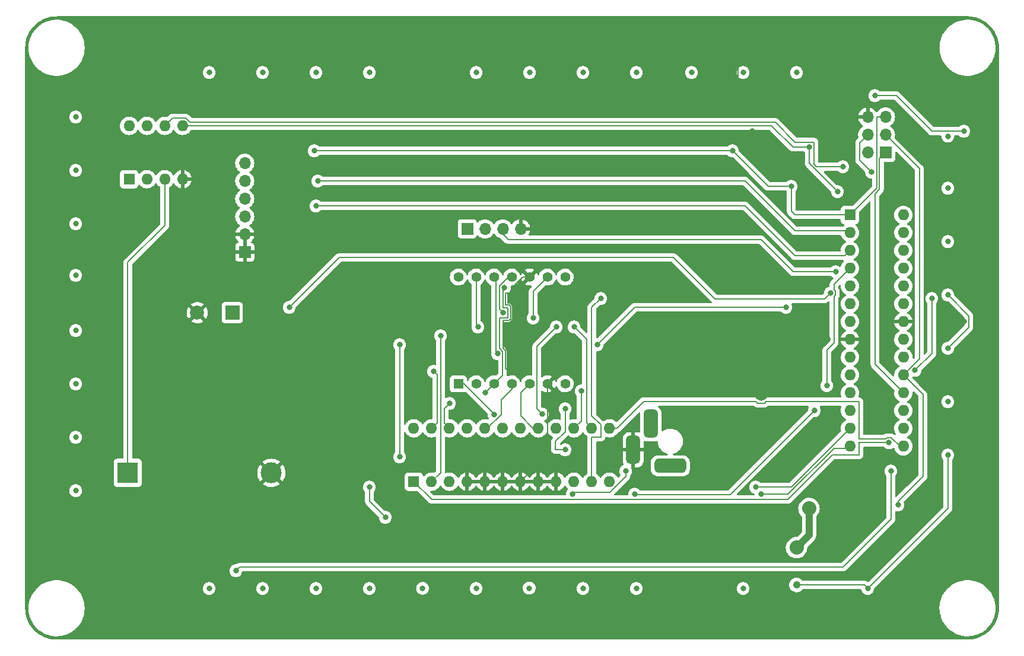
<source format=gbr>
%TF.GenerationSoftware,KiCad,Pcbnew,(6.0.5)*%
%TF.CreationDate,2022-07-21T22:29:02-04:00*%
%TF.ProjectId,clock,636c6f63-6b2e-46b6-9963-61645f706362,rev?*%
%TF.SameCoordinates,PX4cc9b70PY86327e0*%
%TF.FileFunction,Copper,L2,Bot*%
%TF.FilePolarity,Positive*%
%FSLAX46Y46*%
G04 Gerber Fmt 4.6, Leading zero omitted, Abs format (unit mm)*
G04 Created by KiCad (PCBNEW (6.0.5)) date 2022-07-21 22:29:02*
%MOMM*%
%LPD*%
G01*
G04 APERTURE LIST*
G04 Aperture macros list*
%AMRoundRect*
0 Rectangle with rounded corners*
0 $1 Rounding radius*
0 $2 $3 $4 $5 $6 $7 $8 $9 X,Y pos of 4 corners*
0 Add a 4 corners polygon primitive as box body*
4,1,4,$2,$3,$4,$5,$6,$7,$8,$9,$2,$3,0*
0 Add four circle primitives for the rounded corners*
1,1,$1+$1,$2,$3*
1,1,$1+$1,$4,$5*
1,1,$1+$1,$6,$7*
1,1,$1+$1,$8,$9*
0 Add four rect primitives between the rounded corners*
20,1,$1+$1,$2,$3,$4,$5,0*
20,1,$1+$1,$4,$5,$6,$7,0*
20,1,$1+$1,$6,$7,$8,$9,0*
20,1,$1+$1,$8,$9,$2,$3,0*%
G04 Aperture macros list end*
%TA.AperFunction,ComponentPad*%
%ADD10R,1.700000X1.700000*%
%TD*%
%TA.AperFunction,ComponentPad*%
%ADD11O,1.700000X1.700000*%
%TD*%
%TA.AperFunction,ComponentPad*%
%ADD12R,1.400000X1.400000*%
%TD*%
%TA.AperFunction,ComponentPad*%
%ADD13C,1.400000*%
%TD*%
%TA.AperFunction,ComponentPad*%
%ADD14R,2.000000X2.000000*%
%TD*%
%TA.AperFunction,ComponentPad*%
%ADD15C,2.000000*%
%TD*%
%TA.AperFunction,ComponentPad*%
%ADD16R,1.600000X1.600000*%
%TD*%
%TA.AperFunction,ComponentPad*%
%ADD17O,1.600000X1.600000*%
%TD*%
%TA.AperFunction,ComponentPad*%
%ADD18R,3.000000X3.000000*%
%TD*%
%TA.AperFunction,ComponentPad*%
%ADD19C,3.000000*%
%TD*%
%TA.AperFunction,ComponentPad*%
%ADD20RoundRect,0.500000X-1.750000X-0.500000X1.750000X-0.500000X1.750000X0.500000X-1.750000X0.500000X0*%
%TD*%
%TA.AperFunction,ComponentPad*%
%ADD21RoundRect,0.500000X0.500000X-1.500000X0.500000X1.500000X-0.500000X1.500000X-0.500000X-1.500000X0*%
%TD*%
%TA.AperFunction,ViaPad*%
%ADD22C,0.812800*%
%TD*%
%TA.AperFunction,ViaPad*%
%ADD23C,1.828800*%
%TD*%
%TA.AperFunction,ViaPad*%
%ADD24C,1.066800*%
%TD*%
%TA.AperFunction,ViaPad*%
%ADD25C,2.032000*%
%TD*%
%TA.AperFunction,Conductor*%
%ADD26C,0.203200*%
%TD*%
%TA.AperFunction,Conductor*%
%ADD27C,1.016000*%
%TD*%
G04 APERTURE END LIST*
D10*
%TO.P,U5,1,VCC*%
%TO.N,VCC*%
X62992000Y58706000D03*
D11*
%TO.P,U5,2,TRIG*%
%TO.N,TRIG*%
X65532000Y58706000D03*
%TO.P,U5,3,ECHO*%
%TO.N,ECHO*%
X68072000Y58706000D03*
%TO.P,U5,4,GND*%
%TO.N,GND*%
X70612000Y58706000D03*
%TD*%
D12*
%TO.P,DS1,1,E*%
%TO.N,/SEG_E*%
X61722000Y36576000D03*
D13*
%TO.P,DS1,2,D*%
%TO.N,/SEG_D*%
X64262000Y36576000D03*
%TO.P,DS1,3,DP*%
%TO.N,/SEG_DP*%
X66802000Y36576000D03*
%TO.P,DS1,4,C*%
%TO.N,/SEG_C*%
X69342000Y36576000D03*
%TO.P,DS1,5,G*%
%TO.N,/SEG_G*%
X71882000Y36576000D03*
%TO.P,DS1,6,COM_DIG.4*%
%TO.N,GND*%
X74422000Y36576000D03*
%TO.P,DS1,7,COM_COLON*%
%TO.N,/DIG_4*%
X76962000Y36576000D03*
%TO.P,DS1,8,COLON*%
%TO.N,/SEG_DP*%
X76962000Y51816000D03*
%TO.P,DS1,9,B*%
%TO.N,/SEG_B*%
X74422000Y51816000D03*
%TO.P,DS1,10,COM_DIG.3*%
%TO.N,GND*%
X71882000Y51816000D03*
%TO.P,DS1,11,COM_DIG.2*%
%TO.N,/DIG_1*%
X69342000Y51816000D03*
%TO.P,DS1,12,F*%
%TO.N,/SEG_F*%
X66802000Y51816000D03*
%TO.P,DS1,13,A*%
%TO.N,/SEG_A*%
X64262000Y51816000D03*
%TO.P,DS1,14,COM_DIG.1*%
%TO.N,/DIG_0*%
X61722000Y51816000D03*
%TD*%
D14*
%TO.P,BZ1,1,-*%
%TO.N,Net-(BZ1-Pad1)*%
X29464000Y46736000D03*
D15*
%TO.P,BZ1,2,+*%
%TO.N,GND*%
X24464000Y46736000D03*
%TD*%
D16*
%TO.P,U3,1,DIN*%
%TO.N,DISP_DATA*%
X55367000Y22616000D03*
D17*
%TO.P,U3,2,DIG_0*%
%TO.N,/DIG_0*%
X57907000Y22616000D03*
%TO.P,U3,3,DIG_4*%
%TO.N,/DIG_4*%
X60447000Y22616000D03*
%TO.P,U3,4,GND*%
%TO.N,GND*%
X62987000Y22616000D03*
%TO.P,U3,5,DIG_6*%
X65527000Y22616000D03*
%TO.P,U3,6,DIG_2*%
X68067000Y22616000D03*
%TO.P,U3,7,DIG_3*%
X70607000Y22616000D03*
%TO.P,U3,8,DIG_7*%
X73147000Y22616000D03*
%TO.P,U3,9,GND*%
X75687000Y22616000D03*
%TO.P,U3,10,DIG_5*%
%TO.N,unconnected-(U3-Pad10)*%
X78227000Y22616000D03*
%TO.P,U3,11,DIG_1*%
%TO.N,/DIG_1*%
X80767000Y22616000D03*
%TO.P,U3,12,LOAD*%
%TO.N,DISP_LOAD*%
X83307000Y22616000D03*
%TO.P,U3,13,CLK*%
%TO.N,DISP_CLK*%
X83307000Y30236000D03*
%TO.P,U3,14,SEG_A*%
%TO.N,/SEG_A*%
X80767000Y30236000D03*
%TO.P,U3,15,SEG_F*%
%TO.N,/SEG_F*%
X78227000Y30236000D03*
%TO.P,U3,16,SEG_B*%
%TO.N,/SEG_B*%
X75687000Y30236000D03*
%TO.P,U3,17,SEG_G*%
%TO.N,/SEG_G*%
X73147000Y30236000D03*
%TO.P,U3,18,ISET*%
%TO.N,Net-(R5-Pad2)*%
X70607000Y30236000D03*
%TO.P,U3,19,V+*%
%TO.N,VCC*%
X68067000Y30236000D03*
%TO.P,U3,20,SEG_C*%
%TO.N,/SEG_C*%
X65527000Y30236000D03*
%TO.P,U3,21,SEG_E*%
%TO.N,/SEG_E*%
X62987000Y30236000D03*
%TO.P,U3,22,SEG_DP*%
%TO.N,/SEG_DP*%
X60447000Y30236000D03*
%TO.P,U3,23,SEG_D*%
%TO.N,/SEG_D*%
X57907000Y30236000D03*
%TO.P,U3,24,DOUT*%
%TO.N,unconnected-(U3-Pad24)*%
X55367000Y30236000D03*
%TD*%
D16*
%TO.P,U4,1,X1*%
%TO.N,/RTC_XTAL1*%
X14742000Y65796000D03*
D17*
%TO.P,U4,2,X2*%
%TO.N,/RTC_XTAL2*%
X17282000Y65796000D03*
%TO.P,U4,3,VBAT*%
%TO.N,/VBAT*%
X19822000Y65796000D03*
%TO.P,U4,4,GND*%
%TO.N,GND*%
X22362000Y65796000D03*
%TO.P,U4,5,SDA*%
%TO.N,SDA*%
X22362000Y73416000D03*
%TO.P,U4,6,SCL*%
%TO.N,SCL*%
X19822000Y73416000D03*
%TO.P,U4,7,SQW/OUT*%
%TO.N,unconnected-(U4-Pad7)*%
X17282000Y73416000D03*
%TO.P,U4,8,VCC*%
%TO.N,VCC*%
X14742000Y73416000D03*
%TD*%
D16*
%TO.P,U1,1,~{RESET}/PC6*%
%TO.N,RESET*%
X117602000Y60696000D03*
D17*
%TO.P,U1,2,RXD/PD0*%
%TO.N,RXD*%
X117602000Y58156000D03*
%TO.P,U1,3,TXD/PD1*%
%TO.N,TXD*%
X117602000Y55616000D03*
%TO.P,U1,4,INT0/PD2*%
%TO.N,BTN_UP*%
X117602000Y53076000D03*
%TO.P,U1,5,INT1/PD3*%
%TO.N,BUZZER*%
X117602000Y50536000D03*
%TO.P,U1,6,PD4*%
%TO.N,BTN_ALARM*%
X117602000Y47996000D03*
%TO.P,U1,7,VCC*%
%TO.N,VCC*%
X117602000Y45456000D03*
%TO.P,U1,8,GND*%
%TO.N,GND*%
X117602000Y42916000D03*
%TO.P,U1,9,XTAL1/PB6*%
%TO.N,/RTAL1*%
X117602000Y40376000D03*
%TO.P,U1,10,XTAL2/PB7*%
%TO.N,/RTAL2*%
X117602000Y37836000D03*
%TO.P,U1,11,OC0B/PD5*%
%TO.N,BTN_PAUSE*%
X117602000Y35296000D03*
%TO.P,U1,12,OC0A/PD6*%
%TO.N,NEO*%
X117602000Y32756000D03*
%TO.P,U1,13,PD7*%
%TO.N,BTN_DWN*%
X117602000Y30216000D03*
%TO.P,U1,14,PB0*%
%TO.N,DISP_LOAD*%
X117602000Y27676000D03*
%TO.P,U1,15,OC1A/PB1*%
%TO.N,DISP_CLK*%
X125222000Y27676000D03*
%TO.P,U1,16,OC1B/PB2*%
%TO.N,DISP_DATA*%
X125222000Y30216000D03*
%TO.P,U1,17,MOSI/PB3*%
%TO.N,MOSI*%
X125222000Y32756000D03*
%TO.P,U1,18,MISO/PB4*%
%TO.N,MISO*%
X125222000Y35296000D03*
%TO.P,U1,19,SCK/PB5*%
%TO.N,LED_SCK*%
X125222000Y37836000D03*
%TO.P,U1,20,AVCC*%
%TO.N,VCC*%
X125222000Y40376000D03*
%TO.P,U1,21,AREF*%
%TO.N,Net-(C1-Pad1)*%
X125222000Y42916000D03*
%TO.P,U1,22,GND*%
%TO.N,GND*%
X125222000Y45456000D03*
%TO.P,U1,23,ADC0/PC0*%
%TO.N,TRIG*%
X125222000Y47996000D03*
%TO.P,U1,24,ADC1/PC1*%
%TO.N,ECHO*%
X125222000Y50536000D03*
%TO.P,U1,25,ADC2/PC2*%
%TO.N,unconnected-(U1-Pad25)*%
X125222000Y53076000D03*
%TO.P,U1,26,ADC3/PC3*%
%TO.N,unconnected-(U1-Pad26)*%
X125222000Y55616000D03*
%TO.P,U1,27,SDA/PC4*%
%TO.N,SDA*%
X125222000Y58156000D03*
%TO.P,U1,28,SCL/PC5*%
%TO.N,SCL*%
X125222000Y60696000D03*
%TD*%
D18*
%TO.P,BT1,1,+*%
%TO.N,/VBAT*%
X14548314Y23875983D03*
D19*
%TO.P,BT1,2,-*%
%TO.N,GND*%
X35038314Y23875983D03*
%TD*%
D10*
%TO.P,J2,1,Pin_1*%
%TO.N,GND*%
X31242000Y55372000D03*
D11*
%TO.P,J2,2,Pin_2*%
X31242000Y57912000D03*
%TO.P,J2,3,Pin_3*%
%TO.N,unconnected-(J2-Pad3)*%
X31242000Y60452000D03*
%TO.P,J2,4,Pin_4*%
%TO.N,Net-(J2-Pad4)*%
X31242000Y62992000D03*
%TO.P,J2,5,Pin_5*%
%TO.N,Net-(J2-Pad5)*%
X31242000Y65532000D03*
%TO.P,J2,6,Pin_6*%
%TO.N,Net-(C3-Pad1)*%
X31242000Y68072000D03*
%TD*%
D10*
%TO.P,J3,1,Pin_1*%
%TO.N,MISO*%
X122682000Y69596000D03*
D11*
%TO.P,J3,2,Pin_2*%
%TO.N,VCC*%
X120142000Y69596000D03*
%TO.P,J3,3,Pin_3*%
%TO.N,LED_SCK*%
X122682000Y72136000D03*
%TO.P,J3,4,Pin_4*%
%TO.N,MOSI*%
X120142000Y72136000D03*
%TO.P,J3,5,Pin_5*%
%TO.N,RESET*%
X122682000Y74676000D03*
%TO.P,J3,6,Pin_6*%
%TO.N,GND*%
X120142000Y74676000D03*
%TD*%
D20*
%TO.P,J1,1,POLE*%
%TO.N,Net-(C6-Pad1)*%
X91982011Y24877998D03*
D21*
%TO.P,J1,2,OUT*%
%TO.N,GND*%
X86682011Y27177998D03*
%TO.P,J1,3,OUT*%
%TO.N,unconnected-(J1-Pad3)*%
X89182011Y30877998D03*
%TD*%
D22*
%TO.N,GND*%
X97282000Y46482000D03*
D23*
X104902000Y35052000D03*
D22*
X53594000Y14986000D03*
X103124000Y69088000D03*
X134112000Y41656000D03*
X94742000Y83566000D03*
X102362000Y4826000D03*
X26162000Y4826000D03*
X4572000Y59436000D03*
X33782000Y4826000D03*
X4572000Y74676000D03*
X65024000Y14732000D03*
X10922000Y7366000D03*
X112522000Y30988000D03*
X87884000Y14986000D03*
X26416000Y84328000D03*
X79502000Y83566000D03*
X56642000Y4826000D03*
X136652000Y73406000D03*
X85344000Y14986000D03*
X56642000Y83566000D03*
X4572000Y28956000D03*
X134182501Y34106501D03*
X33627430Y83720570D03*
X75946000Y14732000D03*
X73406000Y17780000D03*
X71882000Y83566000D03*
X46736000Y31496000D03*
X4572000Y36576000D03*
X49022000Y83566000D03*
X125222000Y83566000D03*
X133858000Y45466000D03*
X103632000Y72644000D03*
X87122000Y4826000D03*
X109982000Y4826000D03*
X73914000Y14732000D03*
X64262000Y4826000D03*
X64262000Y83566000D03*
X4572000Y51816000D03*
X4572000Y44196000D03*
X41331499Y83636501D03*
X102362000Y83566000D03*
X105664000Y46482000D03*
X41402000Y4826000D03*
X125222000Y7366000D03*
X101600000Y75438000D03*
X50800000Y14986000D03*
X4501499Y21265499D03*
X132080000Y45466000D03*
X71882000Y4826000D03*
X134112000Y56896000D03*
X97282000Y30946700D03*
X87122000Y83566000D03*
X124968000Y10278000D03*
D24*
X114300000Y42926000D03*
D22*
X109982000Y83566000D03*
X79502000Y4826000D03*
X134112000Y26416000D03*
X94742000Y4826000D03*
X4572000Y67056000D03*
X134182501Y49346501D03*
X16002000Y84836000D03*
X49022000Y4826000D03*
X134112000Y64516000D03*
X62230000Y14732000D03*
X4572000Y13716000D03*
X46482000Y21336000D03*
%TO.N,VCC*%
X7112000Y44196000D03*
X109982000Y81026000D03*
X64262000Y81026000D03*
X131572000Y71933300D03*
X33782000Y7366000D03*
X56619881Y7388119D03*
X102362000Y7366000D03*
X26162000Y7366000D03*
X64262000Y7366000D03*
D25*
X109982000Y13208000D03*
D22*
X7112000Y67056000D03*
X131572000Y34036000D03*
X79502000Y81026000D03*
X71832430Y7415570D03*
X87122000Y7366000D03*
X131572000Y49276000D03*
X7112000Y52070000D03*
D24*
X109982000Y7874000D03*
D22*
X102362000Y81026000D03*
X7112000Y28956000D03*
X7112000Y59436000D03*
X79502000Y7366000D03*
D25*
X111760000Y18796000D03*
D22*
X120142000Y7366000D03*
X49022000Y21844000D03*
X94996000Y81026000D03*
X131572000Y26416000D03*
X131572000Y64516000D03*
X49022000Y7366000D03*
X49022000Y81026000D03*
X131572000Y41656000D03*
X71882000Y81026000D03*
X51308000Y17526000D03*
X26162000Y81026000D03*
X7112000Y36576000D03*
X131572000Y56896000D03*
X87122000Y81026000D03*
X33782000Y81026000D03*
X7112000Y21336000D03*
X41402000Y81026000D03*
X41402000Y7366000D03*
X7112000Y74676000D03*
%TO.N,RESET*%
X109220000Y64770000D03*
X100838000Y69850000D03*
X41148000Y69850000D03*
%TO.N,NEO*%
X123444000Y24130000D03*
X29972000Y9906000D03*
%TO.N,Net-(D19-Pad4)*%
X133858000Y72644000D03*
X121158000Y77724000D03*
%TO.N,/SEG_E*%
X66828898Y32206700D03*
%TO.N,/SEG_D*%
X58166000Y38354000D03*
%TO.N,/SEG_DP*%
X68294891Y50271809D03*
X65532000Y35306000D03*
X60452000Y33782000D03*
%TO.N,/DIG_4*%
X76962000Y27178000D03*
X76962000Y33020000D03*
%TO.N,/SEG_B*%
X72390000Y45974000D03*
X73711300Y32258000D03*
X75692000Y44704000D03*
%TO.N,GND*%
X69342000Y38608000D03*
X68072000Y26416000D03*
%TO.N,/DIG_1*%
X82042000Y48768000D03*
X68072000Y46736000D03*
%TO.N,/SEG_F*%
X79248000Y35560000D03*
X67310000Y40894000D03*
%TO.N,/SEG_A*%
X64516000Y44704000D03*
X78232000Y44704000D03*
%TO.N,/DIG_0*%
X59182000Y43434000D03*
%TO.N,LED_SCK*%
X124460000Y19304000D03*
%TO.N,MOSI*%
X120701300Y66802000D03*
X126898191Y38507109D03*
X129286000Y48768000D03*
%TO.N,RXD*%
X41656000Y65532000D03*
%TO.N,TXD*%
X41402000Y61976000D03*
%TO.N,BTN_ALARM*%
X53340000Y42164000D03*
X81534000Y42164000D03*
X108458000Y47498000D03*
X53340000Y26162000D03*
%TO.N,BTN_DWN*%
X77978000Y20828000D03*
X85598000Y24130000D03*
X104140000Y21844000D03*
%TO.N,BTN_UP*%
X114300000Y36322000D03*
X112522000Y32766000D03*
X86868000Y20828000D03*
%TO.N,SCL*%
X116586000Y67564000D03*
%TO.N,SDA*%
X111775039Y70373039D03*
X115824000Y64008000D03*
%TO.N,DISP_DATA*%
X123179541Y28183541D03*
%TO.N,ECHO*%
X115570000Y52578000D03*
%TO.N,DISP_LOAD*%
X104902000Y20828000D03*
%TO.N,BUZZER*%
X114808000Y49530000D03*
X37592000Y47498000D03*
%TD*%
D26*
%TO.N,MOSI*%
X129286000Y40894000D02*
X129286000Y48768000D01*
X126898191Y38507109D02*
X126899109Y38507109D01*
X126899109Y38507109D02*
X129286000Y40894000D01*
%TO.N,/VBAT*%
X14548314Y23875983D02*
X14548314Y53918314D01*
X19822000Y59192000D02*
X19822000Y65796000D01*
X14548314Y53918314D02*
X19822000Y59192000D01*
%TO.N,GND*%
X132080000Y45466000D02*
X133858000Y45466000D01*
X103632000Y72644000D02*
X103632000Y69596000D01*
X103632000Y69596000D02*
X103124000Y69088000D01*
X101600000Y82804000D02*
X101600000Y75438000D01*
X102362000Y83566000D02*
X101600000Y82804000D01*
%TO.N,VCC*%
X119634000Y7874000D02*
X120142000Y7366000D01*
X134568711Y46279289D02*
X134568711Y44652711D01*
X131572000Y26416000D02*
X131572000Y18796000D01*
D27*
X111760000Y18796000D02*
X111760000Y14986000D01*
X111760000Y14986000D02*
X109982000Y13208000D01*
D26*
X51308000Y17526000D02*
X49022000Y19812000D01*
X49022000Y19812000D02*
X49022000Y21844000D01*
X131572000Y49276000D02*
X134568711Y46279289D01*
X134568711Y44652711D02*
X131572000Y41656000D01*
X109982000Y7874000D02*
X119634000Y7874000D01*
X131572000Y18796000D02*
X120142000Y7366000D01*
%TO.N,RESET*%
X122682000Y74676000D02*
X121412000Y74676000D01*
X100838000Y69850000D02*
X105918000Y64770000D01*
X105918000Y64770000D02*
X109220000Y64770000D01*
X109220000Y64770000D02*
X109220000Y61214000D01*
X41148000Y69850000D02*
X100838000Y69850000D01*
X109220000Y61214000D02*
X109738000Y60696000D01*
X121412000Y74676000D02*
X121412000Y64506000D01*
X109738000Y60696000D02*
X117602000Y60696000D01*
X121412000Y64506000D02*
X117602000Y60696000D01*
%TO.N,NEO*%
X116586000Y10414000D02*
X30480000Y10414000D01*
X123444000Y17272000D02*
X116586000Y10414000D01*
X30480000Y10414000D02*
X29972000Y9906000D01*
X123444000Y24130000D02*
X123444000Y17272000D01*
%TO.N,Net-(D19-Pad4)*%
X129286000Y72644000D02*
X133858000Y72644000D01*
X124206000Y77724000D02*
X129286000Y72644000D01*
X121158000Y77724000D02*
X124206000Y77724000D01*
%TO.N,/SEG_E*%
X66828898Y32206700D02*
X66828898Y32231102D01*
X66828898Y32231102D02*
X62484000Y36576000D01*
X62484000Y36576000D02*
X61722000Y36576000D01*
%TO.N,/SEG_D*%
X58674000Y37846000D02*
X58166000Y38354000D01*
X57907000Y30236000D02*
X58674000Y31003000D01*
X58674000Y31003000D02*
X58674000Y37846000D01*
%TO.N,/SEG_DP*%
X68782711Y47446711D02*
X68782711Y46025289D01*
X68294891Y50271809D02*
X68072000Y50048918D01*
X60447000Y30236000D02*
X59690000Y30993000D01*
X59690000Y33020000D02*
X60452000Y33782000D01*
X68072000Y50048918D02*
X68072000Y47446711D01*
X65532000Y35306000D02*
X66802000Y36576000D01*
X68782711Y46025289D02*
X67564000Y46025289D01*
X68020711Y37794711D02*
X66802000Y36576000D01*
X67564000Y46025289D02*
X67564000Y41645098D01*
X68072000Y47446711D02*
X68782711Y47446711D01*
X59690000Y30993000D02*
X59690000Y33020000D01*
X68020711Y41188387D02*
X68020711Y37794711D01*
X67564000Y41645098D02*
X68020711Y41188387D01*
%TO.N,/SEG_C*%
X69342000Y35814000D02*
X69342000Y36576000D01*
X65863296Y30236000D02*
X67818000Y32190704D01*
X67818000Y34290000D02*
X69342000Y35814000D01*
X65527000Y30236000D02*
X65863296Y30236000D01*
X67818000Y32190704D02*
X67818000Y34290000D01*
%TO.N,/SEG_G*%
X70612000Y32004000D02*
X72380000Y30236000D01*
X71882000Y36576000D02*
X70612000Y35306000D01*
X70612000Y35306000D02*
X70612000Y32004000D01*
X72380000Y30236000D02*
X73147000Y30236000D01*
%TO.N,GND*%
X74422000Y26431000D02*
X70607000Y22616000D01*
X74422000Y36576000D02*
X74422000Y26431000D01*
%TO.N,/DIG_4*%
X76962000Y27178000D02*
X75589920Y27178000D01*
X75589920Y27178000D02*
X75589920Y28345920D01*
X75589920Y28345920D02*
X76962000Y29718000D01*
X76962000Y29718000D02*
X76962000Y33020000D01*
%TO.N,/SEG_B*%
X72390000Y45974000D02*
X72390000Y49784000D01*
X72898000Y33071300D02*
X72898000Y41910000D01*
X72390000Y49784000D02*
X74422000Y51816000D01*
X72898000Y41910000D02*
X75692000Y44704000D01*
X73711300Y32258000D02*
X72898000Y33071300D01*
%TO.N,GND*%
X69290711Y50240711D02*
X70866000Y51816000D01*
X68072000Y26416000D02*
X68067000Y26411000D01*
X69188631Y47614848D02*
X68950848Y47852631D01*
X70866000Y51816000D02*
X71882000Y51816000D01*
X69188631Y45857152D02*
X69188631Y47614848D01*
X69290711Y49530000D02*
X69290711Y50240711D01*
X68072000Y45619369D02*
X68950848Y45619369D01*
X68477920Y47852631D02*
X68477920Y49530000D01*
X68606353Y38608000D02*
X68426631Y38787722D01*
X68477920Y49530000D02*
X69290711Y49530000D01*
X68067000Y26411000D02*
X68067000Y22616000D01*
X68950848Y45619369D02*
X69188631Y45857152D01*
X68072000Y41711156D02*
X68072000Y45619369D01*
X68426631Y41356525D02*
X68072000Y41711156D01*
X68426631Y38787722D02*
X68426631Y41356525D01*
X68950848Y47852631D02*
X68477920Y47852631D01*
X69342000Y38608000D02*
X68606353Y38608000D01*
%TO.N,/DIG_1*%
X67564000Y47244000D02*
X67564000Y50546000D01*
X68834000Y51816000D02*
X69342000Y51816000D01*
X68072000Y46736000D02*
X67564000Y47244000D01*
X80767000Y47493000D02*
X82042000Y48768000D01*
X67564000Y50546000D02*
X68834000Y51816000D01*
X80767000Y22616000D02*
X80767000Y28956000D01*
X82042000Y30734000D02*
X80767000Y32009000D01*
X80767000Y28956000D02*
X82042000Y28956000D01*
X80767000Y32009000D02*
X80767000Y47493000D01*
X82042000Y28956000D02*
X82042000Y30734000D01*
%TO.N,/SEG_F*%
X79248000Y31257000D02*
X78227000Y30236000D01*
X67310000Y40894000D02*
X67056000Y41148000D01*
X67056000Y41148000D02*
X67056000Y51562000D01*
X67056000Y51562000D02*
X66802000Y51816000D01*
X79248000Y35560000D02*
X79248000Y31257000D01*
%TO.N,/SEG_A*%
X78232000Y44704000D02*
X80010000Y42926000D01*
X64516000Y44704000D02*
X64262000Y44958000D01*
X80010000Y42926000D02*
X80010000Y30993000D01*
X64262000Y44958000D02*
X64262000Y51816000D01*
X80010000Y30993000D02*
X80767000Y30236000D01*
%TO.N,/DIG_0*%
X59182000Y43434000D02*
X59182000Y23891000D01*
X59182000Y23891000D02*
X57907000Y22616000D01*
%TO.N,MISO*%
X122682000Y69596000D02*
X121817920Y68731920D01*
X121817920Y68731920D02*
X121817920Y64337862D01*
X121817920Y64337862D02*
X121158000Y63677942D01*
X121158000Y39360000D02*
X125222000Y35296000D01*
X121158000Y63677942D02*
X121158000Y39360000D01*
%TO.N,LED_SCK*%
X127508000Y40122000D02*
X125222000Y37836000D01*
X124460000Y19812000D02*
X128016000Y23368000D01*
X127508000Y67310000D02*
X127508000Y40122000D01*
X122682000Y72136000D02*
X127508000Y67310000D01*
X128016000Y35042000D02*
X125222000Y37836000D01*
X128016000Y23368000D02*
X128016000Y35042000D01*
X124460000Y19304000D02*
X124460000Y19812000D01*
%TO.N,MOSI*%
X120701300Y66802000D02*
X118987689Y68515611D01*
X118987689Y70981689D02*
X120142000Y72136000D01*
X118987689Y68515611D02*
X118987689Y70981689D01*
%TO.N,RXD*%
X117338000Y58420000D02*
X117602000Y58156000D01*
X41656000Y65532000D02*
X102616000Y65532000D01*
X102616000Y65532000D02*
X109728000Y58420000D01*
X109728000Y58420000D02*
X117338000Y58420000D01*
%TO.N,TXD*%
X116850000Y54864000D02*
X117602000Y55616000D01*
X109728000Y54864000D02*
X116850000Y54864000D01*
X102616000Y61976000D02*
X109728000Y54864000D01*
X41402000Y61976000D02*
X102616000Y61976000D01*
%TO.N,BTN_ALARM*%
X81534000Y42164000D02*
X86868000Y47498000D01*
X86868000Y47498000D02*
X108458000Y47498000D01*
X53340000Y26162000D02*
X53340000Y42164000D01*
%TO.N,BTN_DWN*%
X104448898Y21844000D02*
X109230000Y21844000D01*
X78232000Y21082000D02*
X77978000Y20828000D01*
X109230000Y21844000D02*
X117602000Y30216000D01*
X85598000Y24130000D02*
X85598000Y23345267D01*
X104140000Y22152898D02*
X104448898Y21844000D01*
X85598000Y23345267D02*
X83334733Y21082000D01*
X104140000Y21844000D02*
X104140000Y22152898D01*
X83334733Y21082000D02*
X78232000Y21082000D01*
%TO.N,BTN_UP*%
X115316000Y50790000D02*
X117602000Y53076000D01*
X115316000Y50027098D02*
X115316000Y50790000D01*
X114300000Y36322000D02*
X114300000Y41402000D01*
X86919300Y20776700D02*
X100532700Y20776700D01*
X115518711Y49824387D02*
X115316000Y50027098D01*
X114300000Y41402000D02*
X115316000Y42418000D01*
X100532700Y20776700D02*
X112522000Y32766000D01*
X115316000Y42418000D02*
X115316000Y49032902D01*
X115316000Y49032902D02*
X115518711Y49235613D01*
X115518711Y49235613D02*
X115518711Y49824387D01*
X86868000Y20828000D02*
X86919300Y20776700D01*
%TO.N,SCL*%
X23425733Y73914000D02*
X22819422Y74520311D01*
X22819422Y74520311D02*
X20926311Y74520311D01*
X20926311Y74520311D02*
X19822000Y73416000D01*
X106934000Y73914000D02*
X23425733Y73914000D01*
X116586000Y67564000D02*
X112842058Y67564000D01*
X112485750Y67920308D02*
X112485750Y71083750D01*
X109764250Y71083750D02*
X106934000Y73914000D01*
X112842058Y67564000D02*
X112485750Y67920308D01*
X112485750Y71083750D02*
X109764250Y71083750D01*
%TO.N,SDA*%
X111775039Y70373039D02*
X111749389Y70347389D01*
X109484611Y70347389D02*
X106416000Y73416000D01*
X111775039Y68056961D02*
X115824000Y64008000D01*
X111749389Y70347389D02*
X109484611Y70347389D01*
X22362000Y73416000D02*
X106416000Y73416000D01*
X111775039Y70373039D02*
X111775039Y68056961D01*
%TO.N,DISP_CLK*%
X104397192Y33833289D02*
X104194481Y34036000D01*
X118872000Y34036000D02*
X105609519Y34036000D01*
X122885154Y28894252D02*
X122692902Y28702000D01*
X118872000Y28702000D02*
X118872000Y34036000D01*
X88138000Y34036000D02*
X84338000Y30236000D01*
X104194481Y34036000D02*
X88138000Y34036000D01*
X125222000Y27676000D02*
X124724000Y27676000D01*
X124724000Y27676000D02*
X123505748Y28894252D01*
X84338000Y30236000D02*
X83307000Y30236000D01*
X105406808Y33833289D02*
X104397192Y33833289D01*
X105609519Y34036000D02*
X105406808Y33833289D01*
X122692902Y28702000D02*
X118872000Y28702000D01*
X123505748Y28894252D02*
X122885154Y28894252D01*
%TO.N,DISP_DATA*%
X57917000Y20066000D02*
X108712000Y20066000D01*
X115062000Y26416000D02*
X118872000Y26416000D01*
X118872000Y28173082D02*
X118861541Y28183541D01*
X118872000Y26416000D02*
X118872000Y28173082D01*
X55367000Y22616000D02*
X57917000Y20066000D01*
X108712000Y20066000D02*
X115062000Y26416000D01*
X118861541Y28183541D02*
X123179541Y28183541D01*
%TO.N,ECHO*%
X109474000Y52578000D02*
X104902000Y57150000D01*
X68834000Y57150000D02*
X68072000Y57912000D01*
X104902000Y57150000D02*
X68834000Y57150000D01*
X115570000Y52578000D02*
X109474000Y52578000D01*
X68072000Y57912000D02*
X68072000Y58706000D01*
%TO.N,DISP_LOAD*%
X115349029Y27388971D02*
X117314971Y27388971D01*
X108788058Y20828000D02*
X115349029Y27388971D01*
X104902000Y20828000D02*
X108788058Y20828000D01*
%TO.N,BUZZER*%
X113999891Y48721891D02*
X98313191Y48721891D01*
X92425082Y54610000D02*
X44704000Y54610000D01*
X98313191Y48721891D02*
X92425082Y54610000D01*
X114808000Y49530000D02*
X113999891Y48721891D01*
X44704000Y54610000D02*
X37592000Y47498000D01*
%TD*%
%TA.AperFunction,Conductor*%
%TO.N,GND*%
G36*
X134356487Y89041534D02*
G01*
X134371320Y89039224D01*
X134371324Y89039224D01*
X134380193Y89037843D01*
X134400651Y89040518D01*
X134422477Y89041462D01*
X134772441Y89026185D01*
X134783385Y89025227D01*
X135160967Y88975520D01*
X135171787Y88973612D01*
X135252046Y88955820D01*
X135543586Y88891189D01*
X135554203Y88888345D01*
X135917426Y88773824D01*
X135927755Y88770064D01*
X136279592Y88624331D01*
X136289554Y88619686D01*
X136312516Y88607733D01*
X136627370Y88443834D01*
X136636867Y88438351D01*
X136958086Y88233715D01*
X136967071Y88227423D01*
X137076274Y88143630D01*
X137269208Y87995588D01*
X137277628Y87988524D01*
X137312017Y87957013D01*
X137558424Y87731226D01*
X137566186Y87723464D01*
X137823475Y87442686D01*
X137830540Y87434266D01*
X138062385Y87132124D01*
X138068689Y87123121D01*
X138273324Y86801913D01*
X138278801Y86792426D01*
X138413735Y86533224D01*
X138454661Y86454607D01*
X138459305Y86444647D01*
X138584600Y86142167D01*
X138605044Y86092811D01*
X138608804Y86082482D01*
X138723327Y85719269D01*
X138726172Y85708651D01*
X138804161Y85356879D01*
X138808601Y85336850D01*
X138810510Y85326025D01*
X138860222Y84948446D01*
X138861180Y84937496D01*
X138876122Y84595320D01*
X138874742Y84570443D01*
X138872775Y84557807D01*
X138873939Y84548906D01*
X138873939Y84548902D01*
X138876902Y84526248D01*
X138877966Y84509910D01*
X138877966Y4600898D01*
X138876466Y4581513D01*
X138874156Y4566680D01*
X138874156Y4566676D01*
X138872775Y4557807D01*
X138875450Y4537354D01*
X138876394Y4515520D01*
X138861117Y4165567D01*
X138860159Y4154617D01*
X138810453Y3777041D01*
X138808545Y3766223D01*
X138798036Y3718818D01*
X138726120Y3394422D01*
X138723276Y3383805D01*
X138718035Y3367182D01*
X138608760Y3020597D01*
X138608757Y3020589D01*
X138605000Y3010268D01*
X138594010Y2983735D01*
X138459262Y2658422D01*
X138454617Y2648460D01*
X138278766Y2310650D01*
X138273269Y2301130D01*
X138068656Y1979951D01*
X138062352Y1970947D01*
X137830510Y1668803D01*
X137823446Y1660386D01*
X137566177Y1379625D01*
X137566163Y1379610D01*
X137558394Y1371841D01*
X137328142Y1160854D01*
X137277617Y1114556D01*
X137269197Y1107490D01*
X136967053Y875648D01*
X136958049Y869344D01*
X136636870Y664731D01*
X136627350Y659234D01*
X136289540Y483383D01*
X136279578Y478738D01*
X136103659Y405870D01*
X135927736Y333001D01*
X135917417Y329245D01*
X135784356Y287292D01*
X135554195Y214724D01*
X135543578Y211880D01*
X135333770Y165367D01*
X135171777Y129455D01*
X135160965Y127548D01*
X134909963Y94505D01*
X134783383Y77841D01*
X134772434Y76883D01*
X134429916Y61931D01*
X134405038Y63311D01*
X134401616Y63844D01*
X134401615Y63844D01*
X134392745Y65225D01*
X134383842Y64061D01*
X134383837Y64061D01*
X134361175Y61098D01*
X134344839Y60034D01*
X4435835Y60034D01*
X4416449Y61534D01*
X4401617Y63844D01*
X4401614Y63844D01*
X4392745Y65225D01*
X4372285Y62550D01*
X4350462Y61606D01*
X4032913Y75473D01*
X4000510Y76888D01*
X3989560Y77846D01*
X3900966Y89510D01*
X3611983Y127558D01*
X3601166Y129465D01*
X3415264Y170680D01*
X3229367Y211894D01*
X3218749Y214739D01*
X2855595Y329243D01*
X2855538Y329261D01*
X2845212Y333020D01*
X2493384Y478755D01*
X2483422Y483400D01*
X2145620Y659252D01*
X2136101Y664748D01*
X1814920Y869366D01*
X1805915Y875671D01*
X1503778Y1107512D01*
X1495358Y1114578D01*
X1214595Y1371853D01*
X1206822Y1379625D01*
X949529Y1660415D01*
X942464Y1668836D01*
X748489Y1921632D01*
X710633Y1970968D01*
X704341Y1979953D01*
X499716Y2301155D01*
X494222Y2310671D01*
X318373Y2648480D01*
X313728Y2658442D01*
X168000Y3010268D01*
X164240Y3020597D01*
X49721Y3383815D01*
X46877Y3394432D01*
X-35545Y3766222D01*
X-37454Y3777048D01*
X-82467Y4118981D01*
X-87159Y4154621D01*
X-88117Y4165568D01*
X-103084Y4508423D01*
X-101704Y4533303D01*
X-101224Y4536384D01*
X-101224Y4536386D01*
X-99843Y4545255D01*
X-101007Y4554158D01*
X-101007Y4554163D01*
X-102491Y4565515D01*
X381349Y4565515D01*
X381499Y4562334D01*
X400211Y4165567D01*
X400440Y4160701D01*
X460342Y3759888D01*
X461128Y3756806D01*
X461128Y3756804D01*
X470811Y3718818D01*
X560441Y3367182D01*
X576168Y3324206D01*
X689196Y3015344D01*
X699714Y2986601D01*
X701106Y2983735D01*
X863907Y2648460D01*
X876734Y2622043D01*
X878406Y2619336D01*
X878407Y2619334D01*
X1072065Y2305776D01*
X1089689Y2277240D01*
X1091621Y2274722D01*
X1091628Y2274712D01*
X1324707Y1970958D01*
X1336398Y1955722D01*
X1338580Y1953406D01*
X1338589Y1953396D01*
X1495063Y1787351D01*
X1614335Y1660783D01*
X1920655Y1395440D01*
X1923265Y1393605D01*
X1923271Y1393601D01*
X2122839Y1253342D01*
X2252221Y1162411D01*
X2605639Y964082D01*
X2608553Y962815D01*
X2608557Y962813D01*
X2761852Y896159D01*
X2977291Y802484D01*
X3161279Y743766D01*
X3360326Y680241D01*
X3360335Y680239D01*
X3363370Y679270D01*
X3578935Y633843D01*
X3756805Y596360D01*
X3756810Y596359D01*
X3759924Y595703D01*
X4162893Y552638D01*
X4166080Y552621D01*
X4166086Y552621D01*
X4350092Y551658D01*
X4568151Y550516D01*
X4720964Y565230D01*
X4968384Y589054D01*
X4968389Y589055D01*
X4971549Y589359D01*
X4974668Y589982D01*
X4974673Y589983D01*
X5170623Y629138D01*
X5368957Y668769D01*
X5638211Y751602D01*
X5753260Y786996D01*
X5753264Y786998D01*
X5756305Y787933D01*
X5759241Y789173D01*
X5759246Y789175D01*
X5956038Y872303D01*
X6129628Y945630D01*
X6485103Y1140248D01*
X6819092Y1369791D01*
X6821520Y1371850D01*
X7125744Y1629851D01*
X7125746Y1629853D01*
X7128174Y1631912D01*
X7409184Y1923925D01*
X7659247Y2242841D01*
X7699044Y2305793D01*
X7874091Y2582692D01*
X7875800Y2585395D01*
X7877220Y2588244D01*
X7877225Y2588252D01*
X8055208Y2945232D01*
X8056628Y2948080D01*
X8199878Y3327181D01*
X8210522Y3367182D01*
X8303264Y3715733D01*
X8304085Y3718818D01*
X8310170Y3756804D01*
X8342969Y3961581D01*
X8368181Y4118981D01*
X8370551Y4160073D01*
X8390635Y4508423D01*
X8391509Y4523573D01*
X8391607Y4551534D01*
X8390899Y4565515D01*
X130381349Y4565515D01*
X130381499Y4562334D01*
X130400211Y4165567D01*
X130400440Y4160701D01*
X130460342Y3759888D01*
X130461128Y3756806D01*
X130461128Y3756804D01*
X130470811Y3718818D01*
X130560441Y3367182D01*
X130576168Y3324206D01*
X130689196Y3015344D01*
X130699714Y2986601D01*
X130701106Y2983735D01*
X130863907Y2648460D01*
X130876734Y2622043D01*
X130878406Y2619336D01*
X130878407Y2619334D01*
X131072065Y2305776D01*
X131089689Y2277240D01*
X131091621Y2274722D01*
X131091628Y2274712D01*
X131324707Y1970958D01*
X131336398Y1955722D01*
X131338580Y1953406D01*
X131338589Y1953396D01*
X131495063Y1787351D01*
X131614335Y1660783D01*
X131920655Y1395440D01*
X131923265Y1393605D01*
X131923271Y1393601D01*
X132122839Y1253342D01*
X132252221Y1162411D01*
X132605639Y964082D01*
X132608553Y962815D01*
X132608557Y962813D01*
X132761852Y896159D01*
X132977291Y802484D01*
X133161279Y743766D01*
X133360326Y680241D01*
X133360335Y680239D01*
X133363370Y679270D01*
X133578935Y633843D01*
X133756805Y596360D01*
X133756810Y596359D01*
X133759924Y595703D01*
X134162893Y552638D01*
X134166080Y552621D01*
X134166086Y552621D01*
X134350092Y551658D01*
X134568151Y550516D01*
X134720964Y565230D01*
X134968384Y589054D01*
X134968389Y589055D01*
X134971549Y589359D01*
X134974668Y589982D01*
X134974673Y589983D01*
X135170623Y629138D01*
X135368957Y668769D01*
X135638211Y751602D01*
X135753260Y786996D01*
X135753264Y786998D01*
X135756305Y787933D01*
X135759241Y789173D01*
X135759246Y789175D01*
X135956038Y872303D01*
X136129628Y945630D01*
X136485103Y1140248D01*
X136819092Y1369791D01*
X136821520Y1371850D01*
X137125744Y1629851D01*
X137125746Y1629853D01*
X137128174Y1631912D01*
X137409184Y1923925D01*
X137659247Y2242841D01*
X137699044Y2305793D01*
X137874091Y2582692D01*
X137875800Y2585395D01*
X137877220Y2588244D01*
X137877225Y2588252D01*
X138055208Y2945232D01*
X138056628Y2948080D01*
X138199878Y3327181D01*
X138210522Y3367182D01*
X138303264Y3715733D01*
X138304085Y3718818D01*
X138310170Y3756804D01*
X138342969Y3961581D01*
X138368181Y4118981D01*
X138370551Y4160073D01*
X138390635Y4508423D01*
X138391509Y4523573D01*
X138391607Y4551534D01*
X138390326Y4576825D01*
X138371265Y4953106D01*
X138371264Y4953111D01*
X138371104Y4956279D01*
X138309803Y5356879D01*
X138208333Y5749235D01*
X138203401Y5762568D01*
X138068842Y6126330D01*
X138068839Y6126336D01*
X138067733Y6129327D01*
X137917437Y6436119D01*
X137890852Y6490385D01*
X137890851Y6490387D01*
X137889441Y6493265D01*
X137675284Y6837322D01*
X137591032Y6946332D01*
X137429407Y7155451D01*
X137429402Y7155456D01*
X137427455Y7157976D01*
X137148490Y7451944D01*
X136961111Y7613115D01*
X136843660Y7714139D01*
X136843657Y7714141D01*
X136841245Y7716216D01*
X136508867Y7948086D01*
X136154759Y8145180D01*
X136151839Y8146438D01*
X136151834Y8146440D01*
X135785480Y8304218D01*
X135785470Y8304222D01*
X135782546Y8305481D01*
X135396039Y8427346D01*
X135096560Y8489365D01*
X135002321Y8508881D01*
X135002318Y8508881D01*
X134999196Y8509528D01*
X134688403Y8541645D01*
X134599235Y8550860D01*
X134599232Y8550860D01*
X134596079Y8551186D01*
X134592913Y8551192D01*
X134592904Y8551192D01*
X134392691Y8551541D01*
X134190816Y8551893D01*
X133991083Y8531957D01*
X133790740Y8511961D01*
X133790736Y8511960D01*
X133787556Y8511643D01*
X133784416Y8511004D01*
X133784415Y8511004D01*
X133393562Y8431484D01*
X133393555Y8431482D01*
X133390428Y8430846D01*
X133003498Y8310331D01*
X133000558Y8309077D01*
X132633665Y8152584D01*
X132633661Y8152582D01*
X132630728Y8151331D01*
X132275934Y7955474D01*
X132273313Y7953659D01*
X132273308Y7953656D01*
X131996943Y7762292D01*
X131942749Y7724766D01*
X131940321Y7722692D01*
X131940318Y7722690D01*
X131659812Y7483115D01*
X131634584Y7461568D01*
X131632384Y7459266D01*
X131632381Y7459263D01*
X131570668Y7394684D01*
X131354594Y7168576D01*
X131352637Y7166063D01*
X131352636Y7166061D01*
X131109011Y6853110D01*
X131105647Y6848789D01*
X131103951Y6846085D01*
X131103948Y6846081D01*
X131035416Y6736832D01*
X130890290Y6505481D01*
X130710729Y6142167D01*
X130568803Y5762568D01*
X130465964Y5370570D01*
X130403266Y4970185D01*
X130381349Y4565515D01*
X8390899Y4565515D01*
X8390326Y4576825D01*
X8371265Y4953106D01*
X8371264Y4953111D01*
X8371104Y4956279D01*
X8309803Y5356879D01*
X8208333Y5749235D01*
X8203401Y5762568D01*
X8068842Y6126330D01*
X8068839Y6126336D01*
X8067733Y6129327D01*
X7917437Y6436119D01*
X7890852Y6490385D01*
X7890851Y6490387D01*
X7889441Y6493265D01*
X7675284Y6837322D01*
X7591032Y6946332D01*
X7429407Y7155451D01*
X7429402Y7155456D01*
X7427455Y7157976D01*
X7230048Y7366000D01*
X25242060Y7366000D01*
X25242750Y7359435D01*
X25254894Y7243898D01*
X25262163Y7174734D01*
X25321593Y6991827D01*
X25417753Y6825273D01*
X25546440Y6682351D01*
X25551782Y6678470D01*
X25551784Y6678468D01*
X25675281Y6588743D01*
X25702030Y6569309D01*
X25708058Y6566625D01*
X25708060Y6566624D01*
X25866715Y6495986D01*
X25877723Y6491085D01*
X25961777Y6473219D01*
X26059383Y6452472D01*
X26059387Y6452472D01*
X26065840Y6451100D01*
X26258160Y6451100D01*
X26264613Y6452472D01*
X26264617Y6452472D01*
X26362223Y6473219D01*
X26446277Y6491085D01*
X26457285Y6495986D01*
X26615940Y6566624D01*
X26615942Y6566625D01*
X26621970Y6569309D01*
X26648719Y6588743D01*
X26772216Y6678468D01*
X26772218Y6678470D01*
X26777560Y6682351D01*
X26906247Y6825273D01*
X27002407Y6991827D01*
X27061837Y7174734D01*
X27069107Y7243898D01*
X27081250Y7359435D01*
X27081940Y7366000D01*
X32862060Y7366000D01*
X32862750Y7359435D01*
X32874894Y7243898D01*
X32882163Y7174734D01*
X32941593Y6991827D01*
X33037753Y6825273D01*
X33166440Y6682351D01*
X33171782Y6678470D01*
X33171784Y6678468D01*
X33295281Y6588743D01*
X33322030Y6569309D01*
X33328058Y6566625D01*
X33328060Y6566624D01*
X33486715Y6495986D01*
X33497723Y6491085D01*
X33581777Y6473219D01*
X33679383Y6452472D01*
X33679387Y6452472D01*
X33685840Y6451100D01*
X33878160Y6451100D01*
X33884613Y6452472D01*
X33884617Y6452472D01*
X33982223Y6473219D01*
X34066277Y6491085D01*
X34077285Y6495986D01*
X34235940Y6566624D01*
X34235942Y6566625D01*
X34241970Y6569309D01*
X34268719Y6588743D01*
X34392216Y6678468D01*
X34392218Y6678470D01*
X34397560Y6682351D01*
X34526247Y6825273D01*
X34622407Y6991827D01*
X34681837Y7174734D01*
X34689107Y7243898D01*
X34701250Y7359435D01*
X34701940Y7366000D01*
X40482060Y7366000D01*
X40482750Y7359435D01*
X40494894Y7243898D01*
X40502163Y7174734D01*
X40561593Y6991827D01*
X40657753Y6825273D01*
X40786440Y6682351D01*
X40791782Y6678470D01*
X40791784Y6678468D01*
X40915281Y6588743D01*
X40942030Y6569309D01*
X40948058Y6566625D01*
X40948060Y6566624D01*
X41106715Y6495986D01*
X41117723Y6491085D01*
X41201777Y6473219D01*
X41299383Y6452472D01*
X41299387Y6452472D01*
X41305840Y6451100D01*
X41498160Y6451100D01*
X41504613Y6452472D01*
X41504617Y6452472D01*
X41602223Y6473219D01*
X41686277Y6491085D01*
X41697285Y6495986D01*
X41855940Y6566624D01*
X41855942Y6566625D01*
X41861970Y6569309D01*
X41888719Y6588743D01*
X42012216Y6678468D01*
X42012218Y6678470D01*
X42017560Y6682351D01*
X42146247Y6825273D01*
X42242407Y6991827D01*
X42301837Y7174734D01*
X42309107Y7243898D01*
X42321250Y7359435D01*
X42321940Y7366000D01*
X48102060Y7366000D01*
X48102750Y7359435D01*
X48114894Y7243898D01*
X48122163Y7174734D01*
X48181593Y6991827D01*
X48277753Y6825273D01*
X48406440Y6682351D01*
X48411782Y6678470D01*
X48411784Y6678468D01*
X48535281Y6588743D01*
X48562030Y6569309D01*
X48568058Y6566625D01*
X48568060Y6566624D01*
X48726715Y6495986D01*
X48737723Y6491085D01*
X48821777Y6473219D01*
X48919383Y6452472D01*
X48919387Y6452472D01*
X48925840Y6451100D01*
X49118160Y6451100D01*
X49124613Y6452472D01*
X49124617Y6452472D01*
X49222223Y6473219D01*
X49306277Y6491085D01*
X49317285Y6495986D01*
X49475940Y6566624D01*
X49475942Y6566625D01*
X49481970Y6569309D01*
X49508719Y6588743D01*
X49632216Y6678468D01*
X49632218Y6678470D01*
X49637560Y6682351D01*
X49766247Y6825273D01*
X49862407Y6991827D01*
X49921837Y7174734D01*
X49929107Y7243898D01*
X49941250Y7359435D01*
X49941940Y7366000D01*
X49939615Y7388119D01*
X55699941Y7388119D01*
X55720044Y7196853D01*
X55779474Y7013946D01*
X55782777Y7008224D01*
X55782778Y7008223D01*
X55816642Y6949569D01*
X55875634Y6847392D01*
X56004321Y6704470D01*
X56009663Y6700589D01*
X56009665Y6700587D01*
X56125823Y6616194D01*
X56159911Y6591428D01*
X56165939Y6588744D01*
X56165941Y6588743D01*
X56329573Y6515889D01*
X56335604Y6513204D01*
X56427035Y6493770D01*
X56517264Y6474591D01*
X56517268Y6474591D01*
X56523721Y6473219D01*
X56716041Y6473219D01*
X56722494Y6474591D01*
X56722498Y6474591D01*
X56812727Y6493770D01*
X56904158Y6513204D01*
X56910189Y6515889D01*
X57073821Y6588743D01*
X57073823Y6588744D01*
X57079851Y6591428D01*
X57113939Y6616194D01*
X57230097Y6700587D01*
X57230099Y6700589D01*
X57235441Y6704470D01*
X57364128Y6847392D01*
X57423120Y6949569D01*
X57456984Y7008223D01*
X57456985Y7008224D01*
X57460288Y7013946D01*
X57519718Y7196853D01*
X57537496Y7366000D01*
X63342060Y7366000D01*
X63342750Y7359435D01*
X63354894Y7243898D01*
X63362163Y7174734D01*
X63421593Y6991827D01*
X63517753Y6825273D01*
X63646440Y6682351D01*
X63651782Y6678470D01*
X63651784Y6678468D01*
X63775281Y6588743D01*
X63802030Y6569309D01*
X63808058Y6566625D01*
X63808060Y6566624D01*
X63966715Y6495986D01*
X63977723Y6491085D01*
X64061777Y6473219D01*
X64159383Y6452472D01*
X64159387Y6452472D01*
X64165840Y6451100D01*
X64358160Y6451100D01*
X64364613Y6452472D01*
X64364617Y6452472D01*
X64462223Y6473219D01*
X64546277Y6491085D01*
X64557285Y6495986D01*
X64715940Y6566624D01*
X64715942Y6566625D01*
X64721970Y6569309D01*
X64748719Y6588743D01*
X64872216Y6678468D01*
X64872218Y6678470D01*
X64877560Y6682351D01*
X65006247Y6825273D01*
X65102407Y6991827D01*
X65161837Y7174734D01*
X65169107Y7243898D01*
X65181250Y7359435D01*
X65181940Y7366000D01*
X65176730Y7415570D01*
X70912490Y7415570D01*
X70913180Y7409005D01*
X70930534Y7243898D01*
X70932593Y7224304D01*
X70934633Y7218026D01*
X70934633Y7218025D01*
X70950700Y7168576D01*
X70992023Y7041397D01*
X70995326Y7035675D01*
X70995327Y7035674D01*
X71011176Y7008223D01*
X71088183Y6874843D01*
X71092601Y6869936D01*
X71092602Y6869935D01*
X71132816Y6825273D01*
X71216870Y6731921D01*
X71222212Y6728040D01*
X71222214Y6728038D01*
X71290442Y6678468D01*
X71372460Y6618879D01*
X71378488Y6616195D01*
X71378490Y6616194D01*
X71483795Y6569309D01*
X71548153Y6540655D01*
X71642211Y6520663D01*
X71729813Y6502042D01*
X71729817Y6502042D01*
X71736270Y6500670D01*
X71928590Y6500670D01*
X71935043Y6502042D01*
X71935047Y6502042D01*
X72022649Y6520663D01*
X72116707Y6540655D01*
X72181065Y6569309D01*
X72286370Y6616194D01*
X72286372Y6616195D01*
X72292400Y6618879D01*
X72374418Y6678468D01*
X72442646Y6728038D01*
X72442648Y6728040D01*
X72447990Y6731921D01*
X72532044Y6825273D01*
X72572258Y6869935D01*
X72572259Y6869936D01*
X72576677Y6874843D01*
X72653684Y7008223D01*
X72669533Y7035674D01*
X72669534Y7035675D01*
X72672837Y7041397D01*
X72714160Y7168576D01*
X72730227Y7218025D01*
X72730227Y7218026D01*
X72732267Y7224304D01*
X72734327Y7243898D01*
X72747160Y7366000D01*
X78582060Y7366000D01*
X78582750Y7359435D01*
X78594894Y7243898D01*
X78602163Y7174734D01*
X78661593Y6991827D01*
X78757753Y6825273D01*
X78886440Y6682351D01*
X78891782Y6678470D01*
X78891784Y6678468D01*
X79015281Y6588743D01*
X79042030Y6569309D01*
X79048058Y6566625D01*
X79048060Y6566624D01*
X79206715Y6495986D01*
X79217723Y6491085D01*
X79301777Y6473219D01*
X79399383Y6452472D01*
X79399387Y6452472D01*
X79405840Y6451100D01*
X79598160Y6451100D01*
X79604613Y6452472D01*
X79604617Y6452472D01*
X79702223Y6473219D01*
X79786277Y6491085D01*
X79797285Y6495986D01*
X79955940Y6566624D01*
X79955942Y6566625D01*
X79961970Y6569309D01*
X79988719Y6588743D01*
X80112216Y6678468D01*
X80112218Y6678470D01*
X80117560Y6682351D01*
X80246247Y6825273D01*
X80342407Y6991827D01*
X80401837Y7174734D01*
X80409107Y7243898D01*
X80421250Y7359435D01*
X80421940Y7366000D01*
X86202060Y7366000D01*
X86202750Y7359435D01*
X86214894Y7243898D01*
X86222163Y7174734D01*
X86281593Y6991827D01*
X86377753Y6825273D01*
X86506440Y6682351D01*
X86511782Y6678470D01*
X86511784Y6678468D01*
X86635281Y6588743D01*
X86662030Y6569309D01*
X86668058Y6566625D01*
X86668060Y6566624D01*
X86826715Y6495986D01*
X86837723Y6491085D01*
X86921777Y6473219D01*
X87019383Y6452472D01*
X87019387Y6452472D01*
X87025840Y6451100D01*
X87218160Y6451100D01*
X87224613Y6452472D01*
X87224617Y6452472D01*
X87322223Y6473219D01*
X87406277Y6491085D01*
X87417285Y6495986D01*
X87575940Y6566624D01*
X87575942Y6566625D01*
X87581970Y6569309D01*
X87608719Y6588743D01*
X87732216Y6678468D01*
X87732218Y6678470D01*
X87737560Y6682351D01*
X87866247Y6825273D01*
X87962407Y6991827D01*
X88021837Y7174734D01*
X88029107Y7243898D01*
X88041250Y7359435D01*
X88041940Y7366000D01*
X101442060Y7366000D01*
X101442750Y7359435D01*
X101454894Y7243898D01*
X101462163Y7174734D01*
X101521593Y6991827D01*
X101617753Y6825273D01*
X101746440Y6682351D01*
X101751782Y6678470D01*
X101751784Y6678468D01*
X101875281Y6588743D01*
X101902030Y6569309D01*
X101908058Y6566625D01*
X101908060Y6566624D01*
X102066715Y6495986D01*
X102077723Y6491085D01*
X102161777Y6473219D01*
X102259383Y6452472D01*
X102259387Y6452472D01*
X102265840Y6451100D01*
X102458160Y6451100D01*
X102464613Y6452472D01*
X102464617Y6452472D01*
X102562223Y6473219D01*
X102646277Y6491085D01*
X102657285Y6495986D01*
X102815940Y6566624D01*
X102815942Y6566625D01*
X102821970Y6569309D01*
X102848719Y6588743D01*
X102972216Y6678468D01*
X102972218Y6678470D01*
X102977560Y6682351D01*
X103106247Y6825273D01*
X103202407Y6991827D01*
X103261837Y7174734D01*
X103269107Y7243898D01*
X103281250Y7359435D01*
X103281940Y7366000D01*
X103276730Y7415570D01*
X103262527Y7550702D01*
X103262527Y7550703D01*
X103261837Y7557266D01*
X103202407Y7740173D01*
X103186333Y7768015D01*
X103116702Y7888618D01*
X108935161Y7888618D01*
X108935677Y7882475D01*
X108949813Y7714139D01*
X108952259Y7685007D01*
X108953958Y7679082D01*
X108987088Y7563545D01*
X109008579Y7488595D01*
X109011394Y7483118D01*
X109011395Y7483115D01*
X109049482Y7409005D01*
X109101976Y7306863D01*
X109105799Y7302039D01*
X109105802Y7302035D01*
X109211582Y7168576D01*
X109228894Y7146734D01*
X109233588Y7142739D01*
X109359389Y7035674D01*
X109384497Y7014305D01*
X109562858Y6914622D01*
X109757185Y6851482D01*
X109960075Y6827289D01*
X109966210Y6827761D01*
X109966212Y6827761D01*
X110157658Y6842491D01*
X110157663Y6842492D01*
X110163799Y6842964D01*
X110169731Y6844620D01*
X110169735Y6844621D01*
X110277976Y6874843D01*
X110360600Y6897912D01*
X110366104Y6900692D01*
X110366106Y6900693D01*
X110537478Y6987259D01*
X110537480Y6987260D01*
X110542979Y6990038D01*
X110703991Y7115835D01*
X110794103Y7220231D01*
X110853755Y7258728D01*
X110889484Y7263900D01*
X119121883Y7263900D01*
X119190004Y7243898D01*
X119236497Y7190242D01*
X119241671Y7174574D01*
X119242163Y7174734D01*
X119301593Y6991827D01*
X119397753Y6825273D01*
X119526440Y6682351D01*
X119531782Y6678470D01*
X119531784Y6678468D01*
X119655281Y6588743D01*
X119682030Y6569309D01*
X119688058Y6566625D01*
X119688060Y6566624D01*
X119846715Y6495986D01*
X119857723Y6491085D01*
X119941777Y6473219D01*
X120039383Y6452472D01*
X120039387Y6452472D01*
X120045840Y6451100D01*
X120238160Y6451100D01*
X120244613Y6452472D01*
X120244617Y6452472D01*
X120342223Y6473219D01*
X120426277Y6491085D01*
X120437285Y6495986D01*
X120595940Y6566624D01*
X120595942Y6566625D01*
X120601970Y6569309D01*
X120628719Y6588743D01*
X120752216Y6678468D01*
X120752218Y6678470D01*
X120757560Y6682351D01*
X120886247Y6825273D01*
X120982407Y6991827D01*
X121041837Y7174734D01*
X121049107Y7243898D01*
X121061250Y7359435D01*
X121061940Y7366000D01*
X121061429Y7370860D01*
X121081252Y7438370D01*
X121098155Y7459344D01*
X131969278Y18330467D01*
X131981669Y18341335D01*
X132000583Y18355848D01*
X132007129Y18360871D01*
X132092962Y18472731D01*
X132104922Y18488317D01*
X132112789Y18507309D01*
X132163237Y18629101D01*
X132163238Y18629104D01*
X132166397Y18636731D01*
X132187365Y18796000D01*
X132183178Y18827804D01*
X132182100Y18844250D01*
X132182100Y25677921D01*
X132202102Y25746042D01*
X132214464Y25762231D01*
X132311828Y25870365D01*
X132311829Y25870366D01*
X132316247Y25875273D01*
X132412407Y26041827D01*
X132471837Y26224734D01*
X132475870Y26263100D01*
X132491250Y26409435D01*
X132491940Y26416000D01*
X132474324Y26583603D01*
X132472527Y26600702D01*
X132472527Y26600703D01*
X132471837Y26607266D01*
X132412407Y26790173D01*
X132316247Y26956727D01*
X132283319Y26993298D01*
X132191982Y27094738D01*
X132191981Y27094739D01*
X132187560Y27099649D01*
X132182218Y27103530D01*
X132182216Y27103532D01*
X132037312Y27208810D01*
X132037311Y27208811D01*
X132031970Y27212691D01*
X132025942Y27215375D01*
X132025940Y27215376D01*
X131862308Y27288230D01*
X131862306Y27288231D01*
X131856277Y27290915D01*
X131760320Y27311311D01*
X131674617Y27329528D01*
X131674613Y27329528D01*
X131668160Y27330900D01*
X131475840Y27330900D01*
X131469387Y27329528D01*
X131469383Y27329528D01*
X131383680Y27311311D01*
X131287723Y27290915D01*
X131281694Y27288231D01*
X131281692Y27288230D01*
X131118060Y27215376D01*
X131118058Y27215375D01*
X131112030Y27212691D01*
X131106689Y27208811D01*
X131106688Y27208810D01*
X130961784Y27103532D01*
X130961782Y27103530D01*
X130956440Y27099649D01*
X130952019Y27094739D01*
X130952018Y27094738D01*
X130860682Y26993298D01*
X130827753Y26956727D01*
X130731593Y26790173D01*
X130672163Y26607266D01*
X130671473Y26600703D01*
X130671473Y26600702D01*
X130669676Y26583603D01*
X130652060Y26416000D01*
X130652750Y26409435D01*
X130668131Y26263100D01*
X130672163Y26224734D01*
X130731593Y26041827D01*
X130827753Y25875273D01*
X130832171Y25870366D01*
X130832172Y25870365D01*
X130929536Y25762231D01*
X130960254Y25698224D01*
X130961900Y25677921D01*
X130961900Y19100901D01*
X130941898Y19032780D01*
X130924995Y19011806D01*
X120233942Y8320753D01*
X120171630Y8286727D01*
X120100815Y8291792D01*
X120068144Y8309885D01*
X119986493Y8372537D01*
X119941683Y8406922D01*
X119890811Y8427994D01*
X119800899Y8465237D01*
X119800896Y8465238D01*
X119793269Y8468397D01*
X119634000Y8489365D01*
X119625812Y8488287D01*
X119602196Y8485178D01*
X119585750Y8484100D01*
X110888785Y8484100D01*
X110820664Y8504102D01*
X110791142Y8530464D01*
X110728774Y8606935D01*
X110728771Y8606938D01*
X110724879Y8611710D01*
X110718132Y8617292D01*
X110572192Y8738024D01*
X110572188Y8738026D01*
X110567442Y8741953D01*
X110387706Y8839136D01*
X110290112Y8869346D01*
X110198404Y8897735D01*
X110198401Y8897736D01*
X110192517Y8899557D01*
X110186392Y8900201D01*
X110186391Y8900201D01*
X109995437Y8920271D01*
X109995436Y8920271D01*
X109989309Y8920915D01*
X109914119Y8914072D01*
X109791961Y8902956D01*
X109791957Y8902955D01*
X109785823Y8902397D01*
X109589809Y8844707D01*
X109584349Y8841853D01*
X109584350Y8841853D01*
X109414194Y8752898D01*
X109414190Y8752895D01*
X109408734Y8750043D01*
X109249494Y8622011D01*
X109118155Y8465487D01*
X109115191Y8460095D01*
X109115188Y8460091D01*
X109083194Y8401893D01*
X109019720Y8286434D01*
X109017859Y8280567D01*
X109017858Y8280565D01*
X109005280Y8240915D01*
X108957937Y8091671D01*
X108935161Y7888618D01*
X103116702Y7888618D01*
X103109548Y7901009D01*
X103106247Y7906727D01*
X103069008Y7948086D01*
X102981982Y8044738D01*
X102981981Y8044739D01*
X102977560Y8049649D01*
X102972218Y8053530D01*
X102972216Y8053532D01*
X102827312Y8158810D01*
X102827311Y8158811D01*
X102821970Y8162691D01*
X102815942Y8165375D01*
X102815940Y8165376D01*
X102652308Y8238230D01*
X102652306Y8238231D01*
X102646277Y8240915D01*
X102542214Y8263034D01*
X102464617Y8279528D01*
X102464613Y8279528D01*
X102458160Y8280900D01*
X102265840Y8280900D01*
X102259387Y8279528D01*
X102259383Y8279528D01*
X102181786Y8263034D01*
X102077723Y8240915D01*
X102071694Y8238231D01*
X102071692Y8238230D01*
X101908060Y8165376D01*
X101908058Y8165375D01*
X101902030Y8162691D01*
X101896689Y8158811D01*
X101896688Y8158810D01*
X101751784Y8053532D01*
X101751782Y8053530D01*
X101746440Y8049649D01*
X101742019Y8044739D01*
X101742018Y8044738D01*
X101654993Y7948086D01*
X101617753Y7906727D01*
X101614452Y7901009D01*
X101537668Y7768015D01*
X101521593Y7740173D01*
X101462163Y7557266D01*
X101461473Y7550703D01*
X101461473Y7550702D01*
X101447270Y7415570D01*
X101442060Y7366000D01*
X88041940Y7366000D01*
X88036730Y7415570D01*
X88022527Y7550702D01*
X88022527Y7550703D01*
X88021837Y7557266D01*
X87962407Y7740173D01*
X87946333Y7768015D01*
X87869548Y7901009D01*
X87866247Y7906727D01*
X87829008Y7948086D01*
X87741982Y8044738D01*
X87741981Y8044739D01*
X87737560Y8049649D01*
X87732218Y8053530D01*
X87732216Y8053532D01*
X87587312Y8158810D01*
X87587311Y8158811D01*
X87581970Y8162691D01*
X87575942Y8165375D01*
X87575940Y8165376D01*
X87412308Y8238230D01*
X87412306Y8238231D01*
X87406277Y8240915D01*
X87302214Y8263034D01*
X87224617Y8279528D01*
X87224613Y8279528D01*
X87218160Y8280900D01*
X87025840Y8280900D01*
X87019387Y8279528D01*
X87019383Y8279528D01*
X86941786Y8263034D01*
X86837723Y8240915D01*
X86831694Y8238231D01*
X86831692Y8238230D01*
X86668060Y8165376D01*
X86668058Y8165375D01*
X86662030Y8162691D01*
X86656689Y8158811D01*
X86656688Y8158810D01*
X86511784Y8053532D01*
X86511782Y8053530D01*
X86506440Y8049649D01*
X86502019Y8044739D01*
X86502018Y8044738D01*
X86414993Y7948086D01*
X86377753Y7906727D01*
X86374452Y7901009D01*
X86297668Y7768015D01*
X86281593Y7740173D01*
X86222163Y7557266D01*
X86221473Y7550703D01*
X86221473Y7550702D01*
X86207270Y7415570D01*
X86202060Y7366000D01*
X80421940Y7366000D01*
X80416730Y7415570D01*
X80402527Y7550702D01*
X80402527Y7550703D01*
X80401837Y7557266D01*
X80342407Y7740173D01*
X80326333Y7768015D01*
X80249548Y7901009D01*
X80246247Y7906727D01*
X80209008Y7948086D01*
X80121982Y8044738D01*
X80121981Y8044739D01*
X80117560Y8049649D01*
X80112218Y8053530D01*
X80112216Y8053532D01*
X79967312Y8158810D01*
X79967311Y8158811D01*
X79961970Y8162691D01*
X79955942Y8165375D01*
X79955940Y8165376D01*
X79792308Y8238230D01*
X79792306Y8238231D01*
X79786277Y8240915D01*
X79682214Y8263034D01*
X79604617Y8279528D01*
X79604613Y8279528D01*
X79598160Y8280900D01*
X79405840Y8280900D01*
X79399387Y8279528D01*
X79399383Y8279528D01*
X79321786Y8263034D01*
X79217723Y8240915D01*
X79211694Y8238231D01*
X79211692Y8238230D01*
X79048060Y8165376D01*
X79048058Y8165375D01*
X79042030Y8162691D01*
X79036689Y8158811D01*
X79036688Y8158810D01*
X78891784Y8053532D01*
X78891782Y8053530D01*
X78886440Y8049649D01*
X78882019Y8044739D01*
X78882018Y8044738D01*
X78794993Y7948086D01*
X78757753Y7906727D01*
X78754452Y7901009D01*
X78677668Y7768015D01*
X78661593Y7740173D01*
X78602163Y7557266D01*
X78601473Y7550703D01*
X78601473Y7550702D01*
X78587270Y7415570D01*
X78582060Y7366000D01*
X72747160Y7366000D01*
X72751680Y7409005D01*
X72752370Y7415570D01*
X72732267Y7606836D01*
X72672837Y7789743D01*
X72576677Y7956297D01*
X72447990Y8099219D01*
X72442648Y8103100D01*
X72442646Y8103102D01*
X72297742Y8208380D01*
X72297741Y8208381D01*
X72292400Y8212261D01*
X72286372Y8214945D01*
X72286370Y8214946D01*
X72122738Y8287800D01*
X72122736Y8287801D01*
X72116707Y8290485D01*
X72018873Y8311280D01*
X71935047Y8329098D01*
X71935043Y8329098D01*
X71928590Y8330470D01*
X71736270Y8330470D01*
X71729817Y8329098D01*
X71729813Y8329098D01*
X71645987Y8311280D01*
X71548153Y8290485D01*
X71542124Y8287801D01*
X71542122Y8287800D01*
X71378490Y8214946D01*
X71378488Y8214945D01*
X71372460Y8212261D01*
X71367119Y8208381D01*
X71367118Y8208380D01*
X71222214Y8103102D01*
X71222212Y8103100D01*
X71216870Y8099219D01*
X71088183Y7956297D01*
X70992023Y7789743D01*
X70932593Y7606836D01*
X70912490Y7415570D01*
X65176730Y7415570D01*
X65162527Y7550702D01*
X65162527Y7550703D01*
X65161837Y7557266D01*
X65102407Y7740173D01*
X65086333Y7768015D01*
X65009548Y7901009D01*
X65006247Y7906727D01*
X64969008Y7948086D01*
X64881982Y8044738D01*
X64881981Y8044739D01*
X64877560Y8049649D01*
X64872218Y8053530D01*
X64872216Y8053532D01*
X64727312Y8158810D01*
X64727311Y8158811D01*
X64721970Y8162691D01*
X64715942Y8165375D01*
X64715940Y8165376D01*
X64552308Y8238230D01*
X64552306Y8238231D01*
X64546277Y8240915D01*
X64442214Y8263034D01*
X64364617Y8279528D01*
X64364613Y8279528D01*
X64358160Y8280900D01*
X64165840Y8280900D01*
X64159387Y8279528D01*
X64159383Y8279528D01*
X64081786Y8263034D01*
X63977723Y8240915D01*
X63971694Y8238231D01*
X63971692Y8238230D01*
X63808060Y8165376D01*
X63808058Y8165375D01*
X63802030Y8162691D01*
X63796689Y8158811D01*
X63796688Y8158810D01*
X63651784Y8053532D01*
X63651782Y8053530D01*
X63646440Y8049649D01*
X63642019Y8044739D01*
X63642018Y8044738D01*
X63554993Y7948086D01*
X63517753Y7906727D01*
X63514452Y7901009D01*
X63437668Y7768015D01*
X63421593Y7740173D01*
X63362163Y7557266D01*
X63361473Y7550703D01*
X63361473Y7550702D01*
X63347270Y7415570D01*
X63342060Y7366000D01*
X57537496Y7366000D01*
X57539821Y7388119D01*
X57531883Y7463641D01*
X57520408Y7572821D01*
X57520408Y7572822D01*
X57519718Y7579385D01*
X57512932Y7600272D01*
X57462330Y7756007D01*
X57460288Y7762292D01*
X57364128Y7928846D01*
X57338767Y7957013D01*
X57239863Y8066857D01*
X57239862Y8066858D01*
X57235441Y8071768D01*
X57230099Y8075649D01*
X57230097Y8075651D01*
X57085193Y8180929D01*
X57085192Y8180930D01*
X57079851Y8184810D01*
X57073823Y8187494D01*
X57073821Y8187495D01*
X56910189Y8260349D01*
X56910187Y8260350D01*
X56904158Y8263034D01*
X56810099Y8283027D01*
X56722498Y8301647D01*
X56722494Y8301647D01*
X56716041Y8303019D01*
X56523721Y8303019D01*
X56517268Y8301647D01*
X56517264Y8301647D01*
X56429663Y8283027D01*
X56335604Y8263034D01*
X56329575Y8260350D01*
X56329573Y8260349D01*
X56165941Y8187495D01*
X56165939Y8187494D01*
X56159911Y8184810D01*
X56154570Y8180930D01*
X56154569Y8180929D01*
X56009665Y8075651D01*
X56009663Y8075649D01*
X56004321Y8071768D01*
X55999900Y8066858D01*
X55999899Y8066857D01*
X55900996Y7957013D01*
X55875634Y7928846D01*
X55779474Y7762292D01*
X55777432Y7756007D01*
X55726831Y7600272D01*
X55720044Y7579385D01*
X55719354Y7572822D01*
X55719354Y7572821D01*
X55707879Y7463641D01*
X55699941Y7388119D01*
X49939615Y7388119D01*
X49936730Y7415570D01*
X49922527Y7550702D01*
X49922527Y7550703D01*
X49921837Y7557266D01*
X49862407Y7740173D01*
X49846333Y7768015D01*
X49769548Y7901009D01*
X49766247Y7906727D01*
X49729008Y7948086D01*
X49641982Y8044738D01*
X49641981Y8044739D01*
X49637560Y8049649D01*
X49632218Y8053530D01*
X49632216Y8053532D01*
X49487312Y8158810D01*
X49487311Y8158811D01*
X49481970Y8162691D01*
X49475942Y8165375D01*
X49475940Y8165376D01*
X49312308Y8238230D01*
X49312306Y8238231D01*
X49306277Y8240915D01*
X49202214Y8263034D01*
X49124617Y8279528D01*
X49124613Y8279528D01*
X49118160Y8280900D01*
X48925840Y8280900D01*
X48919387Y8279528D01*
X48919383Y8279528D01*
X48841786Y8263034D01*
X48737723Y8240915D01*
X48731694Y8238231D01*
X48731692Y8238230D01*
X48568060Y8165376D01*
X48568058Y8165375D01*
X48562030Y8162691D01*
X48556689Y8158811D01*
X48556688Y8158810D01*
X48411784Y8053532D01*
X48411782Y8053530D01*
X48406440Y8049649D01*
X48402019Y8044739D01*
X48402018Y8044738D01*
X48314993Y7948086D01*
X48277753Y7906727D01*
X48274452Y7901009D01*
X48197668Y7768015D01*
X48181593Y7740173D01*
X48122163Y7557266D01*
X48121473Y7550703D01*
X48121473Y7550702D01*
X48107270Y7415570D01*
X48102060Y7366000D01*
X42321940Y7366000D01*
X42316730Y7415570D01*
X42302527Y7550702D01*
X42302527Y7550703D01*
X42301837Y7557266D01*
X42242407Y7740173D01*
X42226333Y7768015D01*
X42149548Y7901009D01*
X42146247Y7906727D01*
X42109008Y7948086D01*
X42021982Y8044738D01*
X42021981Y8044739D01*
X42017560Y8049649D01*
X42012218Y8053530D01*
X42012216Y8053532D01*
X41867312Y8158810D01*
X41867311Y8158811D01*
X41861970Y8162691D01*
X41855942Y8165375D01*
X41855940Y8165376D01*
X41692308Y8238230D01*
X41692306Y8238231D01*
X41686277Y8240915D01*
X41582214Y8263034D01*
X41504617Y8279528D01*
X41504613Y8279528D01*
X41498160Y8280900D01*
X41305840Y8280900D01*
X41299387Y8279528D01*
X41299383Y8279528D01*
X41221786Y8263034D01*
X41117723Y8240915D01*
X41111694Y8238231D01*
X41111692Y8238230D01*
X40948060Y8165376D01*
X40948058Y8165375D01*
X40942030Y8162691D01*
X40936689Y8158811D01*
X40936688Y8158810D01*
X40791784Y8053532D01*
X40791782Y8053530D01*
X40786440Y8049649D01*
X40782019Y8044739D01*
X40782018Y8044738D01*
X40694993Y7948086D01*
X40657753Y7906727D01*
X40654452Y7901009D01*
X40577668Y7768015D01*
X40561593Y7740173D01*
X40502163Y7557266D01*
X40501473Y7550703D01*
X40501473Y7550702D01*
X40487270Y7415570D01*
X40482060Y7366000D01*
X34701940Y7366000D01*
X34696730Y7415570D01*
X34682527Y7550702D01*
X34682527Y7550703D01*
X34681837Y7557266D01*
X34622407Y7740173D01*
X34606333Y7768015D01*
X34529548Y7901009D01*
X34526247Y7906727D01*
X34489008Y7948086D01*
X34401982Y8044738D01*
X34401981Y8044739D01*
X34397560Y8049649D01*
X34392218Y8053530D01*
X34392216Y8053532D01*
X34247312Y8158810D01*
X34247311Y8158811D01*
X34241970Y8162691D01*
X34235942Y8165375D01*
X34235940Y8165376D01*
X34072308Y8238230D01*
X34072306Y8238231D01*
X34066277Y8240915D01*
X33962214Y8263034D01*
X33884617Y8279528D01*
X33884613Y8279528D01*
X33878160Y8280900D01*
X33685840Y8280900D01*
X33679387Y8279528D01*
X33679383Y8279528D01*
X33601786Y8263034D01*
X33497723Y8240915D01*
X33491694Y8238231D01*
X33491692Y8238230D01*
X33328060Y8165376D01*
X33328058Y8165375D01*
X33322030Y8162691D01*
X33316689Y8158811D01*
X33316688Y8158810D01*
X33171784Y8053532D01*
X33171782Y8053530D01*
X33166440Y8049649D01*
X33162019Y8044739D01*
X33162018Y8044738D01*
X33074993Y7948086D01*
X33037753Y7906727D01*
X33034452Y7901009D01*
X32957668Y7768015D01*
X32941593Y7740173D01*
X32882163Y7557266D01*
X32881473Y7550703D01*
X32881473Y7550702D01*
X32867270Y7415570D01*
X32862060Y7366000D01*
X27081940Y7366000D01*
X27076730Y7415570D01*
X27062527Y7550702D01*
X27062527Y7550703D01*
X27061837Y7557266D01*
X27002407Y7740173D01*
X26986333Y7768015D01*
X26909548Y7901009D01*
X26906247Y7906727D01*
X26869008Y7948086D01*
X26781982Y8044738D01*
X26781981Y8044739D01*
X26777560Y8049649D01*
X26772218Y8053530D01*
X26772216Y8053532D01*
X26627312Y8158810D01*
X26627311Y8158811D01*
X26621970Y8162691D01*
X26615942Y8165375D01*
X26615940Y8165376D01*
X26452308Y8238230D01*
X26452306Y8238231D01*
X26446277Y8240915D01*
X26342214Y8263034D01*
X26264617Y8279528D01*
X26264613Y8279528D01*
X26258160Y8280900D01*
X26065840Y8280900D01*
X26059387Y8279528D01*
X26059383Y8279528D01*
X25981786Y8263034D01*
X25877723Y8240915D01*
X25871694Y8238231D01*
X25871692Y8238230D01*
X25708060Y8165376D01*
X25708058Y8165375D01*
X25702030Y8162691D01*
X25696689Y8158811D01*
X25696688Y8158810D01*
X25551784Y8053532D01*
X25551782Y8053530D01*
X25546440Y8049649D01*
X25542019Y8044739D01*
X25542018Y8044738D01*
X25454993Y7948086D01*
X25417753Y7906727D01*
X25414452Y7901009D01*
X25337668Y7768015D01*
X25321593Y7740173D01*
X25262163Y7557266D01*
X25261473Y7550703D01*
X25261473Y7550702D01*
X25247270Y7415570D01*
X25242060Y7366000D01*
X7230048Y7366000D01*
X7148490Y7451944D01*
X6961111Y7613115D01*
X6843660Y7714139D01*
X6843657Y7714141D01*
X6841245Y7716216D01*
X6508867Y7948086D01*
X6154759Y8145180D01*
X6151839Y8146438D01*
X6151834Y8146440D01*
X5785480Y8304218D01*
X5785470Y8304222D01*
X5782546Y8305481D01*
X5396039Y8427346D01*
X5096560Y8489365D01*
X5002321Y8508881D01*
X5002318Y8508881D01*
X4999196Y8509528D01*
X4688403Y8541645D01*
X4599235Y8550860D01*
X4599232Y8550860D01*
X4596079Y8551186D01*
X4592913Y8551192D01*
X4592904Y8551192D01*
X4392691Y8551541D01*
X4190816Y8551893D01*
X3991083Y8531957D01*
X3790740Y8511961D01*
X3790736Y8511960D01*
X3787556Y8511643D01*
X3784416Y8511004D01*
X3784415Y8511004D01*
X3393562Y8431484D01*
X3393555Y8431482D01*
X3390428Y8430846D01*
X3003498Y8310331D01*
X3000558Y8309077D01*
X2633665Y8152584D01*
X2633661Y8152582D01*
X2630728Y8151331D01*
X2275934Y7955474D01*
X2273313Y7953659D01*
X2273308Y7953656D01*
X1996943Y7762292D01*
X1942749Y7724766D01*
X1940321Y7722692D01*
X1940318Y7722690D01*
X1659812Y7483115D01*
X1634584Y7461568D01*
X1632384Y7459266D01*
X1632381Y7459263D01*
X1570668Y7394684D01*
X1354594Y7168576D01*
X1352637Y7166063D01*
X1352636Y7166061D01*
X1109011Y6853110D01*
X1105647Y6848789D01*
X1103951Y6846085D01*
X1103948Y6846081D01*
X1035416Y6736832D01*
X890290Y6505481D01*
X710729Y6142167D01*
X568803Y5762568D01*
X465964Y5370570D01*
X403266Y4970185D01*
X381349Y4565515D01*
X-102491Y4565515D01*
X-103970Y4576825D01*
X-105034Y4593161D01*
X-105034Y9906000D01*
X29052060Y9906000D01*
X29052750Y9899435D01*
X29062905Y9802822D01*
X29072163Y9714734D01*
X29131593Y9531827D01*
X29227753Y9365273D01*
X29356440Y9222351D01*
X29361782Y9218470D01*
X29361784Y9218468D01*
X29506688Y9113190D01*
X29512030Y9109309D01*
X29518058Y9106625D01*
X29518060Y9106624D01*
X29681692Y9033770D01*
X29687723Y9031085D01*
X29781781Y9011093D01*
X29869383Y8992472D01*
X29869387Y8992472D01*
X29875840Y8991100D01*
X30068160Y8991100D01*
X30074613Y8992472D01*
X30074617Y8992472D01*
X30162219Y9011093D01*
X30256277Y9031085D01*
X30262308Y9033770D01*
X30425940Y9106624D01*
X30425942Y9106625D01*
X30431970Y9109309D01*
X30437312Y9113190D01*
X30582216Y9218468D01*
X30582218Y9218470D01*
X30587560Y9222351D01*
X30716247Y9365273D01*
X30812407Y9531827D01*
X30871837Y9714734D01*
X30874197Y9713967D01*
X30902607Y9766579D01*
X30964760Y9800894D01*
X30992117Y9803900D01*
X116537750Y9803900D01*
X116554197Y9802822D01*
X116586000Y9798635D01*
X116594188Y9799713D01*
X116617804Y9802822D01*
X116745269Y9819603D01*
X116752896Y9822762D01*
X116752899Y9822763D01*
X116819476Y9850340D01*
X116893683Y9881078D01*
X116939560Y9916281D01*
X117021129Y9978871D01*
X117040663Y10004328D01*
X117051530Y10016719D01*
X123841286Y16806474D01*
X123853678Y16817342D01*
X123872576Y16831843D01*
X123879129Y16836871D01*
X123887103Y16847262D01*
X123971895Y16957767D01*
X123976922Y16964318D01*
X124038397Y17112732D01*
X124048494Y17189425D01*
X124059366Y17272000D01*
X124055178Y17303811D01*
X124054100Y17320257D01*
X124054100Y18299339D01*
X124074102Y18367460D01*
X124127758Y18413953D01*
X124198032Y18424057D01*
X124206296Y18422586D01*
X124301799Y18402287D01*
X124363840Y18389100D01*
X124556160Y18389100D01*
X124562613Y18390472D01*
X124562617Y18390472D01*
X124650218Y18409092D01*
X124744277Y18429085D01*
X124750308Y18431770D01*
X124913940Y18504624D01*
X124913942Y18504625D01*
X124919970Y18507309D01*
X125017339Y18578051D01*
X125070216Y18616468D01*
X125070218Y18616470D01*
X125075560Y18620351D01*
X125204247Y18763273D01*
X125300407Y18929827D01*
X125333858Y19032780D01*
X125357797Y19106455D01*
X125357797Y19106456D01*
X125359837Y19112734D01*
X125379940Y19304000D01*
X125374334Y19357337D01*
X125360527Y19488702D01*
X125360527Y19488703D01*
X125359837Y19495266D01*
X125300407Y19678173D01*
X125300439Y19678183D01*
X125291346Y19746004D01*
X125321452Y19810301D01*
X125326792Y19815981D01*
X126840247Y21329435D01*
X128413286Y22902474D01*
X128425678Y22913342D01*
X128451129Y22932871D01*
X128548922Y23060318D01*
X128590051Y23159613D01*
X128607237Y23201102D01*
X128607238Y23201105D01*
X128610397Y23208732D01*
X128613586Y23232951D01*
X128626100Y23328008D01*
X128626100Y23328010D01*
X128630287Y23359812D01*
X128631365Y23368000D01*
X128627178Y23399804D01*
X128626100Y23416250D01*
X128626100Y34036000D01*
X130652060Y34036000D01*
X130652750Y34029435D01*
X130666791Y33895849D01*
X130672163Y33844734D01*
X130674203Y33838456D01*
X130674203Y33838455D01*
X130700247Y33758301D01*
X130731593Y33661827D01*
X130827753Y33495273D01*
X130832171Y33490366D01*
X130832172Y33490365D01*
X130937303Y33373605D01*
X130956440Y33352351D01*
X130961782Y33348470D01*
X130961784Y33348468D01*
X131106688Y33243190D01*
X131112030Y33239309D01*
X131118058Y33236625D01*
X131118060Y33236624D01*
X131281692Y33163770D01*
X131287723Y33161085D01*
X131381781Y33141093D01*
X131469383Y33122472D01*
X131469387Y33122472D01*
X131475840Y33121100D01*
X131668160Y33121100D01*
X131674613Y33122472D01*
X131674617Y33122472D01*
X131762219Y33141093D01*
X131856277Y33161085D01*
X131862308Y33163770D01*
X132025940Y33236624D01*
X132025942Y33236625D01*
X132031970Y33239309D01*
X132037312Y33243190D01*
X132182216Y33348468D01*
X132182218Y33348470D01*
X132187560Y33352351D01*
X132206697Y33373605D01*
X132311828Y33490365D01*
X132311829Y33490366D01*
X132316247Y33495273D01*
X132412407Y33661827D01*
X132443753Y33758301D01*
X132469797Y33838455D01*
X132469797Y33838456D01*
X132471837Y33844734D01*
X132477210Y33895849D01*
X132491250Y34029435D01*
X132491940Y34036000D01*
X132471837Y34227266D01*
X132412407Y34410173D01*
X132400334Y34431085D01*
X132328880Y34554846D01*
X132316247Y34576727D01*
X132278664Y34618468D01*
X132191982Y34714738D01*
X132191981Y34714739D01*
X132187560Y34719649D01*
X132182218Y34723530D01*
X132182216Y34723532D01*
X132037312Y34828810D01*
X132037311Y34828811D01*
X132031970Y34832691D01*
X132025942Y34835375D01*
X132025940Y34835376D01*
X131862308Y34908230D01*
X131862306Y34908231D01*
X131856277Y34910915D01*
X131728324Y34938112D01*
X131674617Y34949528D01*
X131674613Y34949528D01*
X131668160Y34950900D01*
X131475840Y34950900D01*
X131469387Y34949528D01*
X131469383Y34949528D01*
X131415676Y34938112D01*
X131287723Y34910915D01*
X131281694Y34908231D01*
X131281692Y34908230D01*
X131118060Y34835376D01*
X131118058Y34835375D01*
X131112030Y34832691D01*
X131106689Y34828811D01*
X131106688Y34828810D01*
X130961784Y34723532D01*
X130961782Y34723530D01*
X130956440Y34719649D01*
X130952019Y34714739D01*
X130952018Y34714738D01*
X130865337Y34618468D01*
X130827753Y34576727D01*
X130815120Y34554846D01*
X130743667Y34431085D01*
X130731593Y34410173D01*
X130672163Y34227266D01*
X130652060Y34036000D01*
X128626100Y34036000D01*
X128626100Y34993743D01*
X128627178Y35010190D01*
X128630288Y35033812D01*
X128631366Y35042000D01*
X128610397Y35201269D01*
X128548922Y35349682D01*
X128475685Y35445127D01*
X128475684Y35445128D01*
X128451129Y35477129D01*
X128425672Y35496663D01*
X128413282Y35507530D01*
X127469007Y36451805D01*
X126524159Y37396652D01*
X126490134Y37458964D01*
X126491547Y37518356D01*
X126496052Y37535170D01*
X126533002Y37595793D01*
X126596862Y37626816D01*
X126643955Y37625808D01*
X126772768Y37598429D01*
X126802031Y37592209D01*
X126994351Y37592209D01*
X127000804Y37593581D01*
X127000808Y37593581D01*
X127094015Y37613393D01*
X127182468Y37632194D01*
X127188499Y37634879D01*
X127352131Y37707733D01*
X127352133Y37707734D01*
X127358161Y37710418D01*
X127373041Y37721229D01*
X127508407Y37819577D01*
X127508409Y37819579D01*
X127513751Y37823460D01*
X127518173Y37828371D01*
X127638019Y37961474D01*
X127638020Y37961475D01*
X127642438Y37966382D01*
X127738598Y38132936D01*
X127786360Y38279933D01*
X127795988Y38309564D01*
X127795988Y38309565D01*
X127798028Y38315843D01*
X127801349Y38347435D01*
X127817441Y38500544D01*
X127818131Y38507109D01*
X127817691Y38511292D01*
X127837443Y38578561D01*
X127854346Y38599535D01*
X129683286Y40428474D01*
X129695678Y40439342D01*
X129714576Y40453843D01*
X129721129Y40458871D01*
X129818922Y40586318D01*
X129880397Y40734732D01*
X129882836Y40753258D01*
X129891614Y40819933D01*
X129900288Y40885812D01*
X129901366Y40894000D01*
X129897178Y40925811D01*
X129896100Y40942257D01*
X129896100Y41656000D01*
X130652060Y41656000D01*
X130652750Y41649435D01*
X130670939Y41476384D01*
X130672163Y41464734D01*
X130674203Y41458456D01*
X130674203Y41458455D01*
X130700247Y41378301D01*
X130731593Y41281827D01*
X130827753Y41115273D01*
X130832171Y41110366D01*
X130832172Y41110365D01*
X130906548Y41027762D01*
X130956440Y40972351D01*
X130961782Y40968470D01*
X130961784Y40968468D01*
X131077890Y40884113D01*
X131112030Y40859309D01*
X131118058Y40856625D01*
X131118060Y40856624D01*
X131281692Y40783770D01*
X131287723Y40781085D01*
X131381782Y40761092D01*
X131469383Y40742472D01*
X131469387Y40742472D01*
X131475840Y40741100D01*
X131668160Y40741100D01*
X131674613Y40742472D01*
X131674617Y40742472D01*
X131762219Y40761093D01*
X131856277Y40781085D01*
X131862308Y40783770D01*
X132025940Y40856624D01*
X132025942Y40856625D01*
X132031970Y40859309D01*
X132066110Y40884113D01*
X132182216Y40968468D01*
X132182218Y40968470D01*
X132187560Y40972351D01*
X132237452Y41027762D01*
X132311828Y41110365D01*
X132311829Y41110366D01*
X132316247Y41115273D01*
X132412407Y41281827D01*
X132443753Y41378301D01*
X132469797Y41458455D01*
X132469797Y41458456D01*
X132471837Y41464734D01*
X132473062Y41476384D01*
X132491250Y41649435D01*
X132491940Y41656000D01*
X132491429Y41660860D01*
X132511252Y41728370D01*
X132528155Y41749344D01*
X134965989Y44187178D01*
X134978380Y44198046D01*
X134997294Y44212559D01*
X135003840Y44217582D01*
X135012984Y44229498D01*
X135067019Y44299919D01*
X135101633Y44345029D01*
X135163108Y44493443D01*
X135164822Y44506455D01*
X135166721Y44520882D01*
X135182998Y44644522D01*
X135184076Y44652711D01*
X135179889Y44684515D01*
X135178811Y44700961D01*
X135178811Y46231039D01*
X135179889Y46247485D01*
X135182998Y46271101D01*
X135184076Y46279289D01*
X135172501Y46367210D01*
X135164186Y46430372D01*
X135164185Y46430374D01*
X135163108Y46438558D01*
X135115192Y46554236D01*
X135101633Y46586971D01*
X135095155Y46595414D01*
X135008867Y46707867D01*
X135008866Y46707868D01*
X135003840Y46714418D01*
X134997290Y46719444D01*
X134997287Y46719447D01*
X134978383Y46733952D01*
X134965992Y46744819D01*
X132528155Y49182656D01*
X132494129Y49244968D01*
X132491373Y49270606D01*
X132491940Y49276000D01*
X132473995Y49446738D01*
X132472527Y49460702D01*
X132472527Y49460703D01*
X132471837Y49467266D01*
X132452834Y49525753D01*
X132414449Y49643888D01*
X132412407Y49650173D01*
X132316247Y49816727D01*
X132301978Y49832575D01*
X132191982Y49954738D01*
X132191981Y49954739D01*
X132187560Y49959649D01*
X132182218Y49963530D01*
X132182216Y49963532D01*
X132037312Y50068810D01*
X132037311Y50068811D01*
X132031970Y50072691D01*
X132025942Y50075375D01*
X132025940Y50075376D01*
X131862308Y50148230D01*
X131862306Y50148231D01*
X131856277Y50150915D01*
X131744677Y50174636D01*
X131674617Y50189528D01*
X131674613Y50189528D01*
X131668160Y50190900D01*
X131475840Y50190900D01*
X131469387Y50189528D01*
X131469383Y50189528D01*
X131399323Y50174636D01*
X131287723Y50150915D01*
X131281694Y50148231D01*
X131281692Y50148230D01*
X131118060Y50075376D01*
X131118058Y50075375D01*
X131112030Y50072691D01*
X131106689Y50068811D01*
X131106688Y50068810D01*
X130961784Y49963532D01*
X130961782Y49963530D01*
X130956440Y49959649D01*
X130952019Y49954739D01*
X130952018Y49954738D01*
X130842023Y49832575D01*
X130827753Y49816727D01*
X130731593Y49650173D01*
X130729551Y49643888D01*
X130691167Y49525753D01*
X130672163Y49467266D01*
X130671473Y49460703D01*
X130671473Y49460702D01*
X130670005Y49446738D01*
X130652060Y49276000D01*
X130652750Y49269435D01*
X130666791Y49135849D01*
X130672163Y49084734D01*
X130674203Y49078456D01*
X130674203Y49078455D01*
X130700247Y48998301D01*
X130731593Y48901827D01*
X130827753Y48735273D01*
X130832171Y48730366D01*
X130832172Y48730365D01*
X130906548Y48647762D01*
X130956440Y48592351D01*
X130961782Y48588470D01*
X130961784Y48588468D01*
X130968900Y48583298D01*
X131112030Y48479309D01*
X131118058Y48476625D01*
X131118060Y48476624D01*
X131281692Y48403770D01*
X131287723Y48401085D01*
X131348795Y48388104D01*
X131469383Y48362472D01*
X131469387Y48362472D01*
X131475840Y48361100D01*
X131571899Y48361100D01*
X131640020Y48341098D01*
X131660994Y48324195D01*
X133921706Y46063483D01*
X133955732Y46001171D01*
X133958611Y45974388D01*
X133958611Y44957612D01*
X133938609Y44889491D01*
X133921706Y44868517D01*
X131660994Y42607805D01*
X131598682Y42573779D01*
X131571899Y42570900D01*
X131475840Y42570900D01*
X131469387Y42569528D01*
X131469383Y42569528D01*
X131381781Y42550907D01*
X131287723Y42530915D01*
X131281694Y42528231D01*
X131281692Y42528230D01*
X131118060Y42455376D01*
X131118058Y42455375D01*
X131112030Y42452691D01*
X131106689Y42448811D01*
X131106688Y42448810D01*
X130961784Y42343532D01*
X130961782Y42343530D01*
X130956440Y42339649D01*
X130952019Y42334739D01*
X130952018Y42334738D01*
X130863448Y42236370D01*
X130827753Y42196727D01*
X130731593Y42030173D01*
X130672163Y41847266D01*
X130671473Y41840703D01*
X130671473Y41840702D01*
X130656900Y41702053D01*
X130652060Y41656000D01*
X129896100Y41656000D01*
X129896100Y48029921D01*
X129916102Y48098042D01*
X129928464Y48114231D01*
X130025828Y48222365D01*
X130025829Y48222366D01*
X130030247Y48227273D01*
X130112783Y48370230D01*
X130123103Y48388104D01*
X130123104Y48388105D01*
X130126407Y48393827D01*
X130185837Y48576734D01*
X130187479Y48592351D01*
X130205250Y48761435D01*
X130205940Y48768000D01*
X130189819Y48921380D01*
X130186527Y48952702D01*
X130186527Y48952703D01*
X130185837Y48959266D01*
X130126407Y49142173D01*
X130030247Y49308727D01*
X129951531Y49396151D01*
X129905982Y49446738D01*
X129905981Y49446739D01*
X129901560Y49451649D01*
X129896218Y49455530D01*
X129896216Y49455532D01*
X129751312Y49560810D01*
X129751311Y49560811D01*
X129745970Y49564691D01*
X129739942Y49567375D01*
X129739940Y49567376D01*
X129576308Y49640230D01*
X129576306Y49640231D01*
X129570277Y49642915D01*
X129476219Y49662907D01*
X129388617Y49681528D01*
X129388613Y49681528D01*
X129382160Y49682900D01*
X129189840Y49682900D01*
X129183387Y49681528D01*
X129183383Y49681528D01*
X129095782Y49662908D01*
X129001723Y49642915D01*
X128995694Y49640231D01*
X128995692Y49640230D01*
X128832060Y49567376D01*
X128832058Y49567375D01*
X128826030Y49564691D01*
X128820689Y49560811D01*
X128820688Y49560810D01*
X128675784Y49455532D01*
X128675782Y49455530D01*
X128670440Y49451649D01*
X128666019Y49446739D01*
X128666018Y49446738D01*
X128620470Y49396151D01*
X128541753Y49308727D01*
X128445593Y49142173D01*
X128386163Y48959266D01*
X128385473Y48952703D01*
X128385473Y48952702D01*
X128369410Y48799873D01*
X128357297Y48770433D01*
X128364996Y48758454D01*
X128369410Y48736127D01*
X128384522Y48592351D01*
X128386163Y48576734D01*
X128445593Y48393827D01*
X128448896Y48388105D01*
X128448897Y48388104D01*
X128459217Y48370230D01*
X128541753Y48227273D01*
X128546171Y48222366D01*
X128546172Y48222365D01*
X128643536Y48114231D01*
X128674254Y48050224D01*
X128675900Y48029921D01*
X128675900Y41198902D01*
X128655898Y41130781D01*
X128638995Y41109807D01*
X128333195Y40804007D01*
X128270883Y40769981D01*
X128200068Y40775046D01*
X128143232Y40817593D01*
X128118421Y40884113D01*
X128118100Y40893102D01*
X128118100Y48722956D01*
X128131362Y48768123D01*
X128120156Y48790377D01*
X128118100Y48813044D01*
X128118100Y56896000D01*
X130652060Y56896000D01*
X130652750Y56889435D01*
X130671098Y56714871D01*
X130672163Y56704734D01*
X130674203Y56698456D01*
X130674203Y56698455D01*
X130699011Y56622105D01*
X130731593Y56521827D01*
X130827753Y56355273D01*
X130832171Y56350366D01*
X130832172Y56350365D01*
X130906548Y56267762D01*
X130956440Y56212351D01*
X130961782Y56208470D01*
X130961784Y56208468D01*
X131106688Y56103190D01*
X131112030Y56099309D01*
X131118058Y56096625D01*
X131118060Y56096624D01*
X131177353Y56070225D01*
X131287723Y56021085D01*
X131381781Y56001093D01*
X131469383Y55982472D01*
X131469387Y55982472D01*
X131475840Y55981100D01*
X131668160Y55981100D01*
X131674613Y55982472D01*
X131674617Y55982472D01*
X131762219Y56001093D01*
X131856277Y56021085D01*
X131966647Y56070225D01*
X132025940Y56096624D01*
X132025942Y56096625D01*
X132031970Y56099309D01*
X132037312Y56103190D01*
X132182216Y56208468D01*
X132182218Y56208470D01*
X132187560Y56212351D01*
X132237452Y56267762D01*
X132311828Y56350365D01*
X132311829Y56350366D01*
X132316247Y56355273D01*
X132412407Y56521827D01*
X132444989Y56622105D01*
X132469797Y56698455D01*
X132469797Y56698456D01*
X132471837Y56704734D01*
X132472903Y56714871D01*
X132491250Y56889435D01*
X132491940Y56896000D01*
X132471837Y57087266D01*
X132412407Y57270173D01*
X132316247Y57436727D01*
X132264010Y57494743D01*
X132191982Y57574738D01*
X132191981Y57574739D01*
X132187560Y57579649D01*
X132182218Y57583530D01*
X132182216Y57583532D01*
X132037312Y57688810D01*
X132037311Y57688811D01*
X132031970Y57692691D01*
X132025942Y57695375D01*
X132025940Y57695376D01*
X131862308Y57768230D01*
X131862306Y57768231D01*
X131856277Y57770915D01*
X131762219Y57790907D01*
X131674617Y57809528D01*
X131674613Y57809528D01*
X131668160Y57810900D01*
X131475840Y57810900D01*
X131469387Y57809528D01*
X131469383Y57809528D01*
X131381782Y57790908D01*
X131287723Y57770915D01*
X131281694Y57768231D01*
X131281692Y57768230D01*
X131118060Y57695376D01*
X131118058Y57695375D01*
X131112030Y57692691D01*
X131106689Y57688811D01*
X131106688Y57688810D01*
X130961784Y57583532D01*
X130961782Y57583530D01*
X130956440Y57579649D01*
X130952019Y57574739D01*
X130952018Y57574738D01*
X130879991Y57494743D01*
X130827753Y57436727D01*
X130731593Y57270173D01*
X130672163Y57087266D01*
X130652060Y56896000D01*
X128118100Y56896000D01*
X128118100Y64516000D01*
X130652060Y64516000D01*
X130652750Y64509435D01*
X130671098Y64334871D01*
X130672163Y64324734D01*
X130674203Y64318456D01*
X130674203Y64318455D01*
X130692546Y64262000D01*
X130731593Y64141827D01*
X130827753Y63975273D01*
X130832171Y63970366D01*
X130832172Y63970365D01*
X130927897Y63864051D01*
X130956440Y63832351D01*
X130961782Y63828470D01*
X130961784Y63828468D01*
X130968900Y63823298D01*
X131112030Y63719309D01*
X131118058Y63716625D01*
X131118060Y63716624D01*
X131204018Y63678353D01*
X131287723Y63641085D01*
X131348795Y63628104D01*
X131469383Y63602472D01*
X131469387Y63602472D01*
X131475840Y63601100D01*
X131668160Y63601100D01*
X131674613Y63602472D01*
X131674617Y63602472D01*
X131795205Y63628104D01*
X131856277Y63641085D01*
X131939982Y63678353D01*
X132025940Y63716624D01*
X132025942Y63716625D01*
X132031970Y63719309D01*
X132175100Y63823298D01*
X132182216Y63828468D01*
X132182218Y63828470D01*
X132187560Y63832351D01*
X132216103Y63864051D01*
X132311828Y63970365D01*
X132311829Y63970366D01*
X132316247Y63975273D01*
X132412407Y64141827D01*
X132451454Y64262000D01*
X132469797Y64318455D01*
X132469797Y64318456D01*
X132471837Y64324734D01*
X132472903Y64334871D01*
X132491250Y64509435D01*
X132491940Y64516000D01*
X132471837Y64707266D01*
X132467113Y64721807D01*
X132414449Y64883888D01*
X132412407Y64890173D01*
X132394090Y64921900D01*
X132367110Y64968629D01*
X132316247Y65056727D01*
X132246002Y65134743D01*
X132191982Y65194738D01*
X132191981Y65194739D01*
X132187560Y65199649D01*
X132182218Y65203530D01*
X132182216Y65203532D01*
X132037312Y65308810D01*
X132037311Y65308811D01*
X132031970Y65312691D01*
X132025942Y65315375D01*
X132025940Y65315376D01*
X131862308Y65388230D01*
X131862306Y65388231D01*
X131856277Y65390915D01*
X131733532Y65417005D01*
X131674617Y65429528D01*
X131674613Y65429528D01*
X131668160Y65430900D01*
X131475840Y65430900D01*
X131469387Y65429528D01*
X131469383Y65429528D01*
X131410468Y65417005D01*
X131287723Y65390915D01*
X131281694Y65388231D01*
X131281692Y65388230D01*
X131118060Y65315376D01*
X131118058Y65315375D01*
X131112030Y65312691D01*
X131106689Y65308811D01*
X131106688Y65308810D01*
X130961784Y65203532D01*
X130961782Y65203530D01*
X130956440Y65199649D01*
X130952019Y65194739D01*
X130952018Y65194738D01*
X130897999Y65134743D01*
X130827753Y65056727D01*
X130776890Y64968629D01*
X130749911Y64921900D01*
X130731593Y64890173D01*
X130729551Y64883888D01*
X130676888Y64721807D01*
X130672163Y64707266D01*
X130652060Y64516000D01*
X128118100Y64516000D01*
X128118100Y67261743D01*
X128119178Y67278190D01*
X128122288Y67301812D01*
X128123366Y67310000D01*
X128102397Y67469268D01*
X128040922Y67617682D01*
X127967685Y67713127D01*
X127967684Y67713128D01*
X127943129Y67745129D01*
X127917672Y67764663D01*
X127905282Y67775530D01*
X125975089Y69705723D01*
X124024983Y71655828D01*
X123990957Y71718140D01*
X123992371Y71777535D01*
X124023548Y71893887D01*
X124023548Y71893888D01*
X124024971Y71899198D01*
X124045689Y72136000D01*
X124024971Y72372802D01*
X124003553Y72452734D01*
X123964871Y72597099D01*
X123964870Y72597101D01*
X123963448Y72602409D01*
X123944054Y72644000D01*
X123865315Y72812857D01*
X123865312Y72812862D01*
X123862989Y72817844D01*
X123850790Y72835266D01*
X123729805Y73008051D01*
X123729803Y73008054D01*
X123726646Y73012562D01*
X123558562Y73180646D01*
X123545725Y73189635D01*
X123447304Y73258550D01*
X123384126Y73302788D01*
X123339799Y73358244D01*
X123332490Y73428864D01*
X123364521Y73492224D01*
X123384127Y73509213D01*
X123394149Y73516230D01*
X123558562Y73631354D01*
X123726646Y73799438D01*
X123780693Y73876624D01*
X123859832Y73989647D01*
X123859833Y73989649D01*
X123862989Y73994156D01*
X123865312Y73999138D01*
X123865315Y73999143D01*
X123961125Y74204609D01*
X123961126Y74204610D01*
X123963448Y74209591D01*
X123977036Y74260300D01*
X124023547Y74433883D01*
X124023547Y74433885D01*
X124024971Y74439198D01*
X124045689Y74676000D01*
X124024971Y74912802D01*
X124012199Y74960468D01*
X123964871Y75137099D01*
X123964870Y75137101D01*
X123963448Y75142409D01*
X123961125Y75147391D01*
X123865315Y75352857D01*
X123865312Y75352862D01*
X123862989Y75357844D01*
X123849092Y75377691D01*
X123729805Y75548051D01*
X123729803Y75548054D01*
X123726646Y75552562D01*
X123558562Y75720646D01*
X123363845Y75856989D01*
X123358863Y75859312D01*
X123358858Y75859315D01*
X123153391Y75955125D01*
X123153390Y75955125D01*
X123148409Y75957448D01*
X123143101Y75958870D01*
X123143099Y75958871D01*
X122924117Y76017547D01*
X122924115Y76017547D01*
X122918802Y76018971D01*
X122682000Y76039689D01*
X122445198Y76018971D01*
X122439885Y76017547D01*
X122439883Y76017547D01*
X122220901Y75958871D01*
X122220899Y75958870D01*
X122215591Y75957448D01*
X122210610Y75955126D01*
X122210609Y75955125D01*
X122005143Y75859315D01*
X122005138Y75859312D01*
X122000156Y75856989D01*
X121995649Y75853833D01*
X121995647Y75853832D01*
X121809949Y75723805D01*
X121809946Y75723803D01*
X121805438Y75720646D01*
X121637354Y75552562D01*
X121634197Y75548054D01*
X121634195Y75548051D01*
X121514908Y75377691D01*
X121459451Y75333363D01*
X121388832Y75326054D01*
X121325471Y75358085D01*
X121308482Y75377692D01*
X121189425Y75547724D01*
X121182365Y75556137D01*
X121022137Y75716365D01*
X121013729Y75723421D01*
X120828102Y75853398D01*
X120818607Y75858881D01*
X120613219Y75954654D01*
X120602927Y75958400D01*
X120413497Y76009158D01*
X120399401Y76008822D01*
X120396000Y76000880D01*
X120396000Y74548000D01*
X120375998Y74479879D01*
X120322342Y74433386D01*
X120270000Y74422000D01*
X118822269Y74422000D01*
X118808738Y74418027D01*
X118807509Y74409478D01*
X118859600Y74215073D01*
X118863346Y74204781D01*
X118959119Y73999394D01*
X118964602Y73989898D01*
X119094579Y73804271D01*
X119101635Y73795863D01*
X119261863Y73635635D01*
X119270271Y73628579D01*
X119440308Y73509518D01*
X119484636Y73454061D01*
X119491945Y73383442D01*
X119459914Y73320081D01*
X119440308Y73303092D01*
X119269949Y73183805D01*
X119269946Y73183803D01*
X119265438Y73180646D01*
X119097354Y73012562D01*
X119094197Y73008054D01*
X119094195Y73008051D01*
X118973210Y72835266D01*
X118961011Y72817844D01*
X118958688Y72812862D01*
X118958685Y72812857D01*
X118879946Y72644000D01*
X118860552Y72602409D01*
X118859130Y72597101D01*
X118859129Y72597099D01*
X118820447Y72452734D01*
X118799029Y72372802D01*
X118778311Y72136000D01*
X118799029Y71899198D01*
X118800452Y71893888D01*
X118800452Y71893887D01*
X118831629Y71777535D01*
X118829939Y71706558D01*
X118799017Y71655828D01*
X118590411Y71447222D01*
X118578021Y71436355D01*
X118552560Y71416818D01*
X118498827Y71346791D01*
X118454767Y71289372D01*
X118451608Y71281746D01*
X118451607Y71281744D01*
X118435567Y71243018D01*
X118393292Y71140958D01*
X118372324Y70981689D01*
X118373402Y70973501D01*
X118376511Y70949885D01*
X118377589Y70933439D01*
X118377589Y68563861D01*
X118376511Y68547415D01*
X118372324Y68515611D01*
X118393292Y68356342D01*
X118396451Y68348715D01*
X118396452Y68348712D01*
X118444580Y68232521D01*
X118454767Y68207928D01*
X118480725Y68174100D01*
X118552560Y68080482D01*
X118559106Y68075459D01*
X118578020Y68060946D01*
X118590411Y68050078D01*
X119745145Y66895343D01*
X119779171Y66833031D01*
X119781927Y66807394D01*
X119781360Y66802000D01*
X119782050Y66795435D01*
X119797431Y66649100D01*
X119801463Y66610734D01*
X119860893Y66427827D01*
X119864196Y66422105D01*
X119864197Y66422104D01*
X119874517Y66404230D01*
X119957053Y66261273D01*
X119961471Y66256366D01*
X119961472Y66256365D01*
X120059616Y66147365D01*
X120085740Y66118351D01*
X120091082Y66114470D01*
X120091084Y66114468D01*
X120203438Y66032839D01*
X120241330Y66005309D01*
X120247358Y66002625D01*
X120247360Y66002624D01*
X120384267Y65941669D01*
X120417023Y65927085D01*
X120488483Y65911896D01*
X120598683Y65888472D01*
X120598687Y65888472D01*
X120605140Y65887100D01*
X120675900Y65887100D01*
X120744021Y65867098D01*
X120790514Y65813442D01*
X120801900Y65761100D01*
X120801900Y64810902D01*
X120781898Y64742781D01*
X120764995Y64721807D01*
X118084594Y62041405D01*
X118022282Y62007379D01*
X117995499Y62004500D01*
X116753866Y62004500D01*
X116691684Y61997745D01*
X116555295Y61946615D01*
X116438739Y61859261D01*
X116351385Y61742705D01*
X116300255Y61606316D01*
X116293500Y61544134D01*
X116293500Y61432100D01*
X116273498Y61363979D01*
X116219842Y61317486D01*
X116167500Y61306100D01*
X110042903Y61306100D01*
X109974782Y61326102D01*
X109953808Y61343004D01*
X109867005Y61429806D01*
X109832980Y61492118D01*
X109830100Y61518902D01*
X109830100Y64031921D01*
X109850102Y64100042D01*
X109862464Y64116231D01*
X109959828Y64224365D01*
X109959829Y64224366D01*
X109964247Y64229273D01*
X110032923Y64348224D01*
X110057103Y64390104D01*
X110057104Y64390105D01*
X110060407Y64395827D01*
X110092388Y64494255D01*
X110117797Y64572455D01*
X110117797Y64572456D01*
X110119837Y64578734D01*
X110123870Y64617100D01*
X110139250Y64763435D01*
X110139940Y64770000D01*
X110127928Y64884287D01*
X110120527Y64954702D01*
X110120527Y64954703D01*
X110119837Y64961266D01*
X110060407Y65144173D01*
X109964247Y65310727D01*
X109931319Y65347298D01*
X109839982Y65448738D01*
X109839981Y65448739D01*
X109835560Y65453649D01*
X109830218Y65457530D01*
X109830216Y65457532D01*
X109685312Y65562810D01*
X109685311Y65562811D01*
X109679970Y65566691D01*
X109673942Y65569375D01*
X109673940Y65569376D01*
X109510308Y65642230D01*
X109510306Y65642231D01*
X109504277Y65644915D01*
X109410218Y65664908D01*
X109322617Y65683528D01*
X109322613Y65683528D01*
X109316160Y65684900D01*
X109123840Y65684900D01*
X109117387Y65683528D01*
X109117383Y65683528D01*
X109029782Y65664908D01*
X108935723Y65644915D01*
X108929694Y65642231D01*
X108929692Y65642230D01*
X108766060Y65569376D01*
X108766058Y65569375D01*
X108760030Y65566691D01*
X108754689Y65562811D01*
X108754688Y65562810D01*
X108701963Y65524503D01*
X108604440Y65453649D01*
X108600027Y65448747D01*
X108600025Y65448746D01*
X108575753Y65421789D01*
X108515307Y65384550D01*
X108482117Y65380100D01*
X106222902Y65380100D01*
X106154781Y65400102D01*
X106133807Y65417005D01*
X101794155Y69756657D01*
X101760129Y69818969D01*
X101757373Y69844606D01*
X101757940Y69850000D01*
X101737837Y70041266D01*
X101678407Y70224173D01*
X101582247Y70390727D01*
X101453560Y70533649D01*
X101448218Y70537530D01*
X101448216Y70537532D01*
X101303312Y70642810D01*
X101303311Y70642811D01*
X101297970Y70646691D01*
X101291942Y70649375D01*
X101291940Y70649376D01*
X101128308Y70722230D01*
X101128306Y70722231D01*
X101122277Y70724915D01*
X101028218Y70744908D01*
X100940617Y70763528D01*
X100940613Y70763528D01*
X100934160Y70764900D01*
X100741840Y70764900D01*
X100735387Y70763528D01*
X100735383Y70763528D01*
X100647782Y70744908D01*
X100553723Y70724915D01*
X100547694Y70722231D01*
X100547692Y70722230D01*
X100384060Y70649376D01*
X100384058Y70649375D01*
X100378030Y70646691D01*
X100222440Y70533649D01*
X100218027Y70528747D01*
X100218025Y70528746D01*
X100193753Y70501789D01*
X100133307Y70464550D01*
X100100117Y70460100D01*
X41885883Y70460100D01*
X41817762Y70480102D01*
X41792247Y70501789D01*
X41767975Y70528746D01*
X41767973Y70528747D01*
X41763560Y70533649D01*
X41607970Y70646691D01*
X41601942Y70649375D01*
X41601940Y70649376D01*
X41438308Y70722230D01*
X41438306Y70722231D01*
X41432277Y70724915D01*
X41338218Y70744908D01*
X41250617Y70763528D01*
X41250613Y70763528D01*
X41244160Y70764900D01*
X41051840Y70764900D01*
X41045387Y70763528D01*
X41045383Y70763528D01*
X40957782Y70744908D01*
X40863723Y70724915D01*
X40857694Y70722231D01*
X40857692Y70722230D01*
X40694060Y70649376D01*
X40694058Y70649375D01*
X40688030Y70646691D01*
X40682689Y70642811D01*
X40682688Y70642810D01*
X40537784Y70537532D01*
X40537782Y70537530D01*
X40532440Y70533649D01*
X40403753Y70390727D01*
X40307593Y70224173D01*
X40248163Y70041266D01*
X40228060Y69850000D01*
X40228750Y69843435D01*
X40240347Y69733102D01*
X40248163Y69658734D01*
X40307593Y69475827D01*
X40403753Y69309273D01*
X40532440Y69166351D01*
X40537782Y69162470D01*
X40537784Y69162468D01*
X40606217Y69112749D01*
X40688030Y69053309D01*
X40694058Y69050625D01*
X40694060Y69050624D01*
X40857692Y68977770D01*
X40863723Y68975085D01*
X40957781Y68955093D01*
X41045383Y68936472D01*
X41045387Y68936472D01*
X41051840Y68935100D01*
X41244160Y68935100D01*
X41250613Y68936472D01*
X41250617Y68936472D01*
X41338219Y68955093D01*
X41432277Y68975085D01*
X41438308Y68977770D01*
X41601940Y69050624D01*
X41601942Y69050625D01*
X41607970Y69053309D01*
X41695147Y69116646D01*
X41758221Y69162472D01*
X41763560Y69166351D01*
X41792247Y69198211D01*
X41852693Y69235450D01*
X41885883Y69239900D01*
X100100117Y69239900D01*
X100168238Y69219898D01*
X100193753Y69198211D01*
X100222440Y69166351D01*
X100227779Y69162472D01*
X100290854Y69116646D01*
X100378030Y69053309D01*
X100384058Y69050625D01*
X100384060Y69050624D01*
X100547692Y68977770D01*
X100553723Y68975085D01*
X100647781Y68955093D01*
X100735383Y68936472D01*
X100735387Y68936472D01*
X100741840Y68935100D01*
X100837899Y68935100D01*
X100906020Y68915098D01*
X100926994Y68898195D01*
X103192661Y66632527D01*
X105452474Y64372714D01*
X105463342Y64360323D01*
X105482871Y64334871D01*
X105514872Y64310316D01*
X105514873Y64310315D01*
X105610317Y64237078D01*
X105684524Y64206340D01*
X105751101Y64178763D01*
X105751104Y64178762D01*
X105758731Y64175603D01*
X105766919Y64174525D01*
X105838366Y64165119D01*
X105918000Y64154635D01*
X105949806Y64158822D01*
X105966250Y64159900D01*
X108482117Y64159900D01*
X108550238Y64139898D01*
X108575747Y64118218D01*
X108577533Y64116234D01*
X108608252Y64052230D01*
X108609900Y64031920D01*
X108609900Y61262250D01*
X108608822Y61245804D01*
X108604635Y61214000D01*
X108625603Y61054731D01*
X108687078Y60906317D01*
X108721463Y60861507D01*
X108784871Y60778871D01*
X108791421Y60773845D01*
X108791422Y60773844D01*
X108810327Y60759338D01*
X108822719Y60748470D01*
X109272474Y60298714D01*
X109283341Y60286323D01*
X109302871Y60260871D01*
X109334872Y60236316D01*
X109334873Y60236315D01*
X109430318Y60163078D01*
X109578732Y60101603D01*
X109738000Y60080634D01*
X109746188Y60081712D01*
X109769811Y60084822D01*
X109786257Y60085900D01*
X116167500Y60085900D01*
X116235621Y60065898D01*
X116282114Y60012242D01*
X116293500Y59959900D01*
X116293500Y59847866D01*
X116300255Y59785684D01*
X116351385Y59649295D01*
X116438739Y59532739D01*
X116555295Y59445385D01*
X116691684Y59394255D01*
X116702474Y59393083D01*
X116704606Y59392197D01*
X116707222Y59391575D01*
X116707121Y59391152D01*
X116768035Y59365845D01*
X116808463Y59307483D01*
X116810922Y59236529D01*
X116774629Y59175510D01*
X116765969Y59168511D01*
X116762207Y59165354D01*
X116757700Y59162198D01*
X116662507Y59067005D01*
X116600195Y59032979D01*
X116573412Y59030100D01*
X110032902Y59030100D01*
X109964781Y59050102D01*
X109943807Y59067005D01*
X103081533Y65929278D01*
X103070665Y65941669D01*
X103056152Y65960583D01*
X103051129Y65967129D01*
X102965494Y66032839D01*
X102923683Y66064922D01*
X102849476Y66095659D01*
X102782899Y66123237D01*
X102782896Y66123238D01*
X102775269Y66126397D01*
X102616000Y66147365D01*
X102607812Y66146287D01*
X102584196Y66143178D01*
X102567750Y66142100D01*
X42393883Y66142100D01*
X42325762Y66162102D01*
X42300247Y66183789D01*
X42275975Y66210746D01*
X42275973Y66210747D01*
X42271560Y66215649D01*
X42266215Y66219532D01*
X42121312Y66324810D01*
X42121311Y66324811D01*
X42115970Y66328691D01*
X42109942Y66331375D01*
X42109940Y66331376D01*
X41946308Y66404230D01*
X41946306Y66404231D01*
X41940277Y66406915D01*
X41812324Y66434112D01*
X41758617Y66445528D01*
X41758613Y66445528D01*
X41752160Y66446900D01*
X41559840Y66446900D01*
X41553387Y66445528D01*
X41553383Y66445528D01*
X41499676Y66434112D01*
X41371723Y66406915D01*
X41365694Y66404231D01*
X41365692Y66404230D01*
X41202060Y66331376D01*
X41202058Y66331375D01*
X41196030Y66328691D01*
X41190689Y66324811D01*
X41190688Y66324810D01*
X41045784Y66219532D01*
X41045782Y66219530D01*
X41040440Y66215649D01*
X41036019Y66210739D01*
X41036018Y66210738D01*
X40949337Y66114468D01*
X40911753Y66072727D01*
X40865780Y65993099D01*
X40827667Y65927085D01*
X40815593Y65906173D01*
X40813551Y65899888D01*
X40770959Y65768802D01*
X40756163Y65723266D01*
X40755473Y65716703D01*
X40755473Y65716702D01*
X40751986Y65683528D01*
X40736060Y65532000D01*
X40736750Y65525435D01*
X40750745Y65392287D01*
X40756163Y65340734D01*
X40758203Y65334456D01*
X40758203Y65334455D01*
X40772685Y65289883D01*
X40815593Y65157827D01*
X40818896Y65152105D01*
X40818897Y65152104D01*
X40852761Y65093450D01*
X40911753Y64991273D01*
X40916171Y64986366D01*
X40916172Y64986365D01*
X41011736Y64880230D01*
X41040440Y64848351D01*
X41045782Y64844470D01*
X41045784Y64844468D01*
X41190688Y64739190D01*
X41196030Y64735309D01*
X41202058Y64732625D01*
X41202060Y64732624D01*
X41365290Y64659949D01*
X41371723Y64657085D01*
X41452484Y64639919D01*
X41553383Y64618472D01*
X41553387Y64618472D01*
X41559840Y64617100D01*
X41752160Y64617100D01*
X41758613Y64618472D01*
X41758617Y64618472D01*
X41859516Y64639919D01*
X41940277Y64657085D01*
X41946710Y64659949D01*
X42109940Y64732624D01*
X42109942Y64732625D01*
X42115970Y64735309D01*
X42125330Y64742109D01*
X42266221Y64844472D01*
X42271560Y64848351D01*
X42300247Y64880211D01*
X42360693Y64917450D01*
X42393883Y64921900D01*
X102311099Y64921900D01*
X102379220Y64901898D01*
X102400194Y64884995D01*
X105844197Y61440991D01*
X109262470Y58022718D01*
X109273337Y58010328D01*
X109292871Y57984871D01*
X109324872Y57960316D01*
X109324873Y57960315D01*
X109420317Y57887078D01*
X109494524Y57856341D01*
X109561101Y57828763D01*
X109561104Y57828762D01*
X109568731Y57825603D01*
X109728000Y57804635D01*
X109759806Y57808822D01*
X109776250Y57809900D01*
X116243395Y57809900D01*
X116311516Y57789898D01*
X116358009Y57736242D01*
X116365100Y57716516D01*
X116366290Y57712076D01*
X116366293Y57712068D01*
X116367716Y57706757D01*
X116370039Y57701776D01*
X116370039Y57701775D01*
X116462151Y57504238D01*
X116462154Y57504233D01*
X116464477Y57499251D01*
X116516782Y57424552D01*
X116566005Y57354255D01*
X116595802Y57311700D01*
X116757700Y57149802D01*
X116762208Y57146645D01*
X116762211Y57146643D01*
X116838043Y57093545D01*
X116945251Y57018477D01*
X116950233Y57016154D01*
X116950238Y57016151D01*
X116984457Y57000195D01*
X117037742Y56953278D01*
X117057203Y56885001D01*
X117036661Y56817041D01*
X116984457Y56771805D01*
X116950238Y56755849D01*
X116950233Y56755846D01*
X116945251Y56753523D01*
X116866606Y56698455D01*
X116762211Y56625357D01*
X116762208Y56625355D01*
X116757700Y56622198D01*
X116595802Y56460300D01*
X116464477Y56272749D01*
X116462154Y56267767D01*
X116462151Y56267762D01*
X116438603Y56217262D01*
X116367716Y56065243D01*
X116308457Y55844087D01*
X116288502Y55616000D01*
X116288981Y55610525D01*
X116288981Y55605018D01*
X116287714Y55605018D01*
X116274940Y55541471D01*
X116225537Y55490481D01*
X116163411Y55474100D01*
X110032902Y55474100D01*
X109964781Y55494102D01*
X109943807Y55511005D01*
X103081533Y62373278D01*
X103070665Y62385669D01*
X103056156Y62404578D01*
X103056155Y62404579D01*
X103051129Y62411129D01*
X102968493Y62474537D01*
X102923683Y62508922D01*
X102870621Y62530901D01*
X102782899Y62567237D01*
X102782896Y62567238D01*
X102775269Y62570397D01*
X102616000Y62591365D01*
X102607812Y62590287D01*
X102584196Y62587178D01*
X102567750Y62586100D01*
X42139883Y62586100D01*
X42071762Y62606102D01*
X42046247Y62627789D01*
X42021975Y62654746D01*
X42021973Y62654747D01*
X42017560Y62659649D01*
X41861970Y62772691D01*
X41855942Y62775375D01*
X41855940Y62775376D01*
X41692308Y62848230D01*
X41692306Y62848231D01*
X41686277Y62850915D01*
X41592219Y62870907D01*
X41504617Y62889528D01*
X41504613Y62889528D01*
X41498160Y62890900D01*
X41305840Y62890900D01*
X41299387Y62889528D01*
X41299383Y62889528D01*
X41211781Y62870907D01*
X41117723Y62850915D01*
X41111694Y62848231D01*
X41111692Y62848230D01*
X40948060Y62775376D01*
X40948058Y62775375D01*
X40942030Y62772691D01*
X40936689Y62768811D01*
X40936688Y62768810D01*
X40791784Y62663532D01*
X40791782Y62663530D01*
X40786440Y62659649D01*
X40657753Y62516727D01*
X40561593Y62350173D01*
X40502163Y62167266D01*
X40501473Y62160703D01*
X40501473Y62160702D01*
X40484054Y61994971D01*
X40482060Y61976000D01*
X40482750Y61969435D01*
X40496791Y61835849D01*
X40502163Y61784734D01*
X40504203Y61778456D01*
X40504203Y61778455D01*
X40529975Y61699136D01*
X40561593Y61601827D01*
X40657753Y61435273D01*
X40662171Y61430366D01*
X40662172Y61430365D01*
X40757753Y61324211D01*
X40786440Y61292351D01*
X40791782Y61288470D01*
X40791784Y61288468D01*
X40936688Y61183190D01*
X40942030Y61179309D01*
X40948058Y61176625D01*
X40948060Y61176624D01*
X41007353Y61150225D01*
X41117723Y61101085D01*
X41211781Y61081093D01*
X41299383Y61062472D01*
X41299387Y61062472D01*
X41305840Y61061100D01*
X41498160Y61061100D01*
X41504613Y61062472D01*
X41504617Y61062472D01*
X41592219Y61081093D01*
X41686277Y61101085D01*
X41796647Y61150225D01*
X41855940Y61176624D01*
X41855942Y61176625D01*
X41861970Y61179309D01*
X41898449Y61205812D01*
X42012221Y61288472D01*
X42017560Y61292351D01*
X42046247Y61324211D01*
X42106693Y61361450D01*
X42139883Y61365900D01*
X102311099Y61365900D01*
X102379220Y61345898D01*
X102400194Y61328995D01*
X105837082Y57892106D01*
X109262474Y54466714D01*
X109273342Y54454323D01*
X109292871Y54428871D01*
X109324872Y54404316D01*
X109324873Y54404315D01*
X109420317Y54331078D01*
X109489303Y54302503D01*
X109561101Y54272763D01*
X109561104Y54272762D01*
X109568731Y54269603D01*
X109728000Y54248635D01*
X109759806Y54252822D01*
X109776250Y54253900D01*
X116625212Y54253900D01*
X116693333Y54233898D01*
X116739826Y54180242D01*
X116749930Y54109968D01*
X116720436Y54045388D01*
X116714307Y54038805D01*
X116595802Y53920300D01*
X116592645Y53915792D01*
X116592643Y53915789D01*
X116560626Y53870064D01*
X116464477Y53732749D01*
X116462154Y53727767D01*
X116462151Y53727762D01*
X116408830Y53613413D01*
X116367716Y53525243D01*
X116366294Y53519935D01*
X116366293Y53519933D01*
X116326362Y53370909D01*
X116289410Y53310286D01*
X116225549Y53279265D01*
X116155055Y53287693D01*
X116130594Y53301584D01*
X116035312Y53370810D01*
X116035311Y53370811D01*
X116029970Y53374691D01*
X116023942Y53377375D01*
X116023940Y53377376D01*
X115860308Y53450230D01*
X115860306Y53450231D01*
X115854277Y53452915D01*
X115760219Y53472907D01*
X115672617Y53491528D01*
X115672613Y53491528D01*
X115666160Y53492900D01*
X115473840Y53492900D01*
X115467387Y53491528D01*
X115467383Y53491528D01*
X115379781Y53472907D01*
X115285723Y53452915D01*
X115279694Y53450231D01*
X115279692Y53450230D01*
X115116060Y53377376D01*
X115116058Y53377375D01*
X115110030Y53374691D01*
X115104689Y53370811D01*
X115104688Y53370810D01*
X114959779Y53265528D01*
X114954440Y53261649D01*
X114950027Y53256747D01*
X114950025Y53256746D01*
X114925753Y53229789D01*
X114865307Y53192550D01*
X114832117Y53188100D01*
X109778902Y53188100D01*
X109710781Y53208102D01*
X109689807Y53225005D01*
X105367533Y57547278D01*
X105356665Y57559669D01*
X105342156Y57578578D01*
X105342155Y57578579D01*
X105337129Y57585129D01*
X105254493Y57648537D01*
X105209683Y57682922D01*
X105128580Y57716516D01*
X105068899Y57741237D01*
X105068896Y57741238D01*
X105061269Y57744397D01*
X104991821Y57753540D01*
X104941992Y57760100D01*
X104902000Y57765365D01*
X104893812Y57764287D01*
X104870196Y57761178D01*
X104853750Y57760100D01*
X71849529Y57760100D01*
X71781408Y57780102D01*
X71734915Y57833758D01*
X71724811Y57904032D01*
X71746316Y57958371D01*
X71789398Y58019899D01*
X71794881Y58029394D01*
X71890654Y58234781D01*
X71894400Y58245073D01*
X71945158Y58434503D01*
X71944822Y58448599D01*
X71936880Y58452000D01*
X70484000Y58452000D01*
X70415879Y58472002D01*
X70369386Y58525658D01*
X70358000Y58578000D01*
X70358000Y58978115D01*
X70866000Y58978115D01*
X70870475Y58962876D01*
X70871865Y58961671D01*
X70879548Y58960000D01*
X71931731Y58960000D01*
X71945262Y58963973D01*
X71946491Y58972522D01*
X71894400Y59166927D01*
X71890654Y59177219D01*
X71794881Y59382606D01*
X71789398Y59392102D01*
X71659421Y59577729D01*
X71652365Y59586137D01*
X71492137Y59746365D01*
X71483729Y59753421D01*
X71298102Y59883398D01*
X71288607Y59888881D01*
X71083219Y59984654D01*
X71072927Y59988400D01*
X70883497Y60039158D01*
X70869401Y60038822D01*
X70866000Y60030880D01*
X70866000Y58978115D01*
X70358000Y58978115D01*
X70358000Y60025731D01*
X70354027Y60039262D01*
X70345478Y60040491D01*
X70151073Y59988400D01*
X70140781Y59984654D01*
X69935394Y59888881D01*
X69925898Y59883398D01*
X69740271Y59753421D01*
X69731863Y59746365D01*
X69571635Y59586137D01*
X69564575Y59577724D01*
X69445518Y59407692D01*
X69390061Y59363363D01*
X69319442Y59356054D01*
X69256081Y59388084D01*
X69239092Y59407691D01*
X69119805Y59578051D01*
X69119803Y59578054D01*
X69116646Y59582562D01*
X68948562Y59750646D01*
X68927139Y59765647D01*
X68855376Y59815896D01*
X68753845Y59886989D01*
X68748863Y59889312D01*
X68748858Y59889315D01*
X68543391Y59985125D01*
X68543390Y59985125D01*
X68538409Y59987448D01*
X68533101Y59988870D01*
X68533099Y59988871D01*
X68314117Y60047547D01*
X68314115Y60047547D01*
X68308802Y60048971D01*
X68072000Y60069689D01*
X67835198Y60048971D01*
X67829885Y60047547D01*
X67829883Y60047547D01*
X67610901Y59988871D01*
X67610899Y59988870D01*
X67605591Y59987448D01*
X67600610Y59985126D01*
X67600609Y59985125D01*
X67395143Y59889315D01*
X67395138Y59889312D01*
X67390156Y59886989D01*
X67385649Y59883833D01*
X67385647Y59883832D01*
X67199949Y59753805D01*
X67199946Y59753803D01*
X67195438Y59750646D01*
X67027354Y59582562D01*
X67024197Y59578054D01*
X67024195Y59578051D01*
X66905213Y59408127D01*
X66849756Y59363799D01*
X66779136Y59356490D01*
X66715776Y59388521D01*
X66698787Y59408127D01*
X66579805Y59578051D01*
X66579803Y59578054D01*
X66576646Y59582562D01*
X66408562Y59750646D01*
X66387139Y59765647D01*
X66315376Y59815896D01*
X66213845Y59886989D01*
X66208863Y59889312D01*
X66208858Y59889315D01*
X66003391Y59985125D01*
X66003390Y59985125D01*
X65998409Y59987448D01*
X65993101Y59988870D01*
X65993099Y59988871D01*
X65774117Y60047547D01*
X65774115Y60047547D01*
X65768802Y60048971D01*
X65532000Y60069689D01*
X65295198Y60048971D01*
X65289885Y60047547D01*
X65289883Y60047547D01*
X65070901Y59988871D01*
X65070899Y59988870D01*
X65065591Y59987448D01*
X65060610Y59985126D01*
X65060609Y59985125D01*
X64855143Y59889315D01*
X64855138Y59889312D01*
X64850156Y59886989D01*
X64845649Y59883833D01*
X64845647Y59883832D01*
X64659949Y59753805D01*
X64659946Y59753803D01*
X64655438Y59750646D01*
X64544120Y59639328D01*
X64481808Y59605302D01*
X64410993Y59610367D01*
X64354157Y59652914D01*
X64337043Y59684194D01*
X64295768Y59794295D01*
X64295767Y59794297D01*
X64292615Y59802705D01*
X64205261Y59919261D01*
X64088705Y60006615D01*
X63952316Y60057745D01*
X63890134Y60064500D01*
X62093866Y60064500D01*
X62031684Y60057745D01*
X61895295Y60006615D01*
X61778739Y59919261D01*
X61691385Y59802705D01*
X61640255Y59666316D01*
X61633500Y59604134D01*
X61633500Y57807866D01*
X61640255Y57745684D01*
X61691385Y57609295D01*
X61778739Y57492739D01*
X61895295Y57405385D01*
X62031684Y57354255D01*
X62093866Y57347500D01*
X63890134Y57347500D01*
X63952316Y57354255D01*
X64088705Y57405385D01*
X64205261Y57492739D01*
X64292615Y57609295D01*
X64304315Y57640503D01*
X64337043Y57727806D01*
X64379684Y57784571D01*
X64446246Y57809271D01*
X64515595Y57794064D01*
X64544120Y57772672D01*
X64655438Y57661354D01*
X64659946Y57658197D01*
X64659949Y57658195D01*
X64717775Y57617705D01*
X64850155Y57525011D01*
X64855137Y57522688D01*
X64855142Y57522685D01*
X65051744Y57431009D01*
X65065591Y57424552D01*
X65070899Y57423130D01*
X65070901Y57423129D01*
X65289883Y57364453D01*
X65289885Y57364453D01*
X65295198Y57363029D01*
X65532000Y57342311D01*
X65768802Y57363029D01*
X65774115Y57364453D01*
X65774117Y57364453D01*
X65993099Y57423129D01*
X65993101Y57423130D01*
X65998409Y57424552D01*
X66012256Y57431009D01*
X66208858Y57522685D01*
X66208863Y57522688D01*
X66213845Y57525011D01*
X66346225Y57617705D01*
X66404051Y57658195D01*
X66404054Y57658197D01*
X66408562Y57661354D01*
X66576646Y57829438D01*
X66614794Y57883918D01*
X66698787Y58003873D01*
X66754244Y58048201D01*
X66824864Y58055510D01*
X66888224Y58023479D01*
X66905213Y58003873D01*
X66989207Y57883918D01*
X67027354Y57829438D01*
X67195438Y57661354D01*
X67199946Y57658197D01*
X67199949Y57658195D01*
X67257775Y57617705D01*
X67390155Y57525011D01*
X67395137Y57522688D01*
X67395142Y57522685D01*
X67591744Y57431009D01*
X67605591Y57424552D01*
X67610899Y57423130D01*
X67610901Y57423129D01*
X67697351Y57399965D01*
X67753836Y57367353D01*
X68368474Y56752714D01*
X68379341Y56740323D01*
X68398871Y56714871D01*
X68430872Y56690316D01*
X68430873Y56690315D01*
X68526318Y56617078D01*
X68674731Y56555603D01*
X68834000Y56534634D01*
X68842188Y56535712D01*
X68865811Y56538822D01*
X68882257Y56539900D01*
X104597099Y56539900D01*
X104665220Y56519898D01*
X104686194Y56502995D01*
X106853082Y54336106D01*
X109008474Y52180714D01*
X109019342Y52168323D01*
X109038871Y52142871D01*
X109045421Y52137845D01*
X109045422Y52137844D01*
X109054906Y52130567D01*
X109166318Y52045078D01*
X109253256Y52009067D01*
X109314731Y51983603D01*
X109474000Y51962635D01*
X109482188Y51963713D01*
X109505804Y51966822D01*
X109522250Y51967900D01*
X114832117Y51967900D01*
X114900238Y51947898D01*
X114925753Y51926211D01*
X114954440Y51894351D01*
X114959779Y51890472D01*
X115077421Y51805001D01*
X115110030Y51781309D01*
X115116065Y51778622D01*
X115173979Y51752836D01*
X115228074Y51706856D01*
X115248723Y51638929D01*
X115229370Y51570621D01*
X115211824Y51548635D01*
X114918722Y51255533D01*
X114906332Y51244666D01*
X114880871Y51225129D01*
X114827136Y51155100D01*
X114783078Y51097683D01*
X114779918Y51090053D01*
X114732918Y50976585D01*
X114721603Y50949269D01*
X114700635Y50790000D01*
X114701713Y50781812D01*
X114704822Y50758196D01*
X114705900Y50741750D01*
X114705900Y50545671D01*
X114685898Y50477550D01*
X114632242Y50431057D01*
X114606097Y50422424D01*
X114558828Y50412377D01*
X114523723Y50404915D01*
X114517697Y50402232D01*
X114354060Y50329376D01*
X114354058Y50329375D01*
X114348030Y50326691D01*
X114342689Y50322811D01*
X114342688Y50322810D01*
X114197784Y50217532D01*
X114197782Y50217530D01*
X114192440Y50213649D01*
X114188019Y50208739D01*
X114188018Y50208738D01*
X114073701Y50081775D01*
X114063753Y50070727D01*
X113967593Y49904173D01*
X113908163Y49721266D01*
X113907473Y49714703D01*
X113907473Y49714702D01*
X113903986Y49681528D01*
X113888060Y49530000D01*
X113888571Y49525142D01*
X113868748Y49457632D01*
X113851846Y49436658D01*
X113784085Y49368896D01*
X113721773Y49334871D01*
X113694989Y49331991D01*
X98618093Y49331991D01*
X98549972Y49351993D01*
X98528998Y49368896D01*
X92890615Y55007278D01*
X92879747Y55019669D01*
X92865238Y55038578D01*
X92865237Y55038579D01*
X92860211Y55045129D01*
X92777575Y55108537D01*
X92732765Y55142922D01*
X92662403Y55172067D01*
X92591981Y55201237D01*
X92591978Y55201238D01*
X92584351Y55204397D01*
X92425082Y55225365D01*
X92416894Y55224287D01*
X92393278Y55221178D01*
X92376832Y55220100D01*
X44752250Y55220100D01*
X44735804Y55221178D01*
X44712188Y55224287D01*
X44704000Y55225365D01*
X44544731Y55204397D01*
X44537104Y55201238D01*
X44537101Y55201237D01*
X44470524Y55173659D01*
X44396317Y55142922D01*
X44389766Y55137895D01*
X44389764Y55137894D01*
X44360090Y55115124D01*
X44348635Y55106334D01*
X44268871Y55045129D01*
X44263845Y55038579D01*
X44263844Y55038578D01*
X44249338Y55019673D01*
X44238470Y55007282D01*
X37680994Y48449805D01*
X37618682Y48415779D01*
X37591899Y48412900D01*
X37495840Y48412900D01*
X37489387Y48411528D01*
X37489383Y48411528D01*
X37406107Y48393827D01*
X37307723Y48372915D01*
X37301694Y48370231D01*
X37301692Y48370230D01*
X37138060Y48297376D01*
X37138058Y48297375D01*
X37132030Y48294691D01*
X37126689Y48290811D01*
X37126688Y48290810D01*
X36981784Y48185532D01*
X36981782Y48185530D01*
X36976440Y48181649D01*
X36972019Y48176739D01*
X36972018Y48176738D01*
X36885337Y48080468D01*
X36847753Y48038727D01*
X36815409Y47982705D01*
X36763667Y47893085D01*
X36751593Y47872173D01*
X36692163Y47689266D01*
X36691473Y47682703D01*
X36691473Y47682702D01*
X36682075Y47593282D01*
X36672060Y47498000D01*
X36692163Y47306734D01*
X36751593Y47123827D01*
X36847753Y46957273D01*
X36852171Y46952366D01*
X36852172Y46952365D01*
X36972018Y46819262D01*
X36976440Y46814351D01*
X36981782Y46810470D01*
X36981784Y46810468D01*
X37126688Y46705190D01*
X37132030Y46701309D01*
X37138058Y46698625D01*
X37138060Y46698624D01*
X37301692Y46625770D01*
X37307723Y46623085D01*
X37401782Y46603092D01*
X37489383Y46584472D01*
X37489387Y46584472D01*
X37495840Y46583100D01*
X37688160Y46583100D01*
X37694613Y46584472D01*
X37694617Y46584472D01*
X37782218Y46603092D01*
X37876277Y46623085D01*
X37882308Y46625770D01*
X38045940Y46698624D01*
X38045942Y46698625D01*
X38051970Y46701309D01*
X38057312Y46705190D01*
X38202216Y46810468D01*
X38202218Y46810470D01*
X38207560Y46814351D01*
X38211982Y46819262D01*
X38331828Y46952365D01*
X38331829Y46952366D01*
X38336247Y46957273D01*
X38432407Y47123827D01*
X38491837Y47306734D01*
X38511940Y47498000D01*
X38511429Y47502859D01*
X38531252Y47570369D01*
X38548155Y47591343D01*
X44919807Y53962995D01*
X44982119Y53997021D01*
X45008902Y53999900D01*
X92120181Y53999900D01*
X92188302Y53979898D01*
X92209276Y53962995D01*
X95038657Y51133613D01*
X97847665Y48324605D01*
X97858530Y48312217D01*
X97859612Y48310807D01*
X97885215Y48244588D01*
X97870952Y48175038D01*
X97821352Y48124241D01*
X97759652Y48108100D01*
X86916250Y48108100D01*
X86899804Y48109178D01*
X86876188Y48112287D01*
X86868000Y48113365D01*
X86708731Y48092397D01*
X86701104Y48089238D01*
X86701101Y48089237D01*
X86606916Y48050224D01*
X86560317Y48030922D01*
X86515507Y47996537D01*
X86461896Y47955400D01*
X86432871Y47933129D01*
X86427845Y47926579D01*
X86413337Y47907672D01*
X86402470Y47895281D01*
X81622994Y43115805D01*
X81560682Y43081779D01*
X81533899Y43078900D01*
X81503100Y43078900D01*
X81434979Y43098902D01*
X81388486Y43152558D01*
X81377100Y43204900D01*
X81377100Y47188099D01*
X81397102Y47256220D01*
X81414005Y47277194D01*
X81953006Y47816195D01*
X82015318Y47850221D01*
X82042101Y47853100D01*
X82138160Y47853100D01*
X82144613Y47854472D01*
X82144617Y47854472D01*
X82254817Y47877896D01*
X82326277Y47893085D01*
X82332308Y47895770D01*
X82495940Y47968624D01*
X82495942Y47968625D01*
X82501970Y47971309D01*
X82507312Y47975190D01*
X82652216Y48080468D01*
X82652218Y48080470D01*
X82657560Y48084351D01*
X82665775Y48093475D01*
X82781828Y48222365D01*
X82781829Y48222366D01*
X82786247Y48227273D01*
X82868783Y48370230D01*
X82879103Y48388104D01*
X82879104Y48388105D01*
X82882407Y48393827D01*
X82941837Y48576734D01*
X82943479Y48592351D01*
X82961250Y48761435D01*
X82961940Y48768000D01*
X82945819Y48921380D01*
X82942527Y48952702D01*
X82942527Y48952703D01*
X82941837Y48959266D01*
X82882407Y49142173D01*
X82786247Y49308727D01*
X82707531Y49396151D01*
X82661982Y49446738D01*
X82661981Y49446739D01*
X82657560Y49451649D01*
X82652218Y49455530D01*
X82652216Y49455532D01*
X82507312Y49560810D01*
X82507311Y49560811D01*
X82501970Y49564691D01*
X82495942Y49567375D01*
X82495940Y49567376D01*
X82332308Y49640230D01*
X82332306Y49640231D01*
X82326277Y49642915D01*
X82232219Y49662907D01*
X82144617Y49681528D01*
X82144613Y49681528D01*
X82138160Y49682900D01*
X81945840Y49682900D01*
X81939387Y49681528D01*
X81939383Y49681528D01*
X81851782Y49662908D01*
X81757723Y49642915D01*
X81751694Y49640231D01*
X81751692Y49640230D01*
X81588060Y49567376D01*
X81588058Y49567375D01*
X81582030Y49564691D01*
X81576689Y49560811D01*
X81576688Y49560810D01*
X81431784Y49455532D01*
X81431782Y49455530D01*
X81426440Y49451649D01*
X81422019Y49446739D01*
X81422018Y49446738D01*
X81376470Y49396151D01*
X81297753Y49308727D01*
X81201593Y49142173D01*
X81142163Y48959266D01*
X81141473Y48952703D01*
X81141473Y48952702D01*
X81138181Y48921380D01*
X81122060Y48768000D01*
X81122571Y48763140D01*
X81102748Y48695630D01*
X81085845Y48674656D01*
X80369722Y47958533D01*
X80357332Y47947666D01*
X80331871Y47928129D01*
X80288935Y47872173D01*
X80234078Y47800683D01*
X80230919Y47793057D01*
X80230918Y47793055D01*
X80185209Y47682702D01*
X80172603Y47652269D01*
X80151635Y47493000D01*
X80152713Y47484812D01*
X80155822Y47461196D01*
X80156900Y47444750D01*
X80156900Y43946102D01*
X80136898Y43877981D01*
X80083242Y43831488D01*
X80012968Y43821384D01*
X79948388Y43850878D01*
X79941805Y43857007D01*
X79188155Y44610657D01*
X79154129Y44672969D01*
X79151373Y44698606D01*
X79151940Y44704000D01*
X79147984Y44741635D01*
X79132527Y44888702D01*
X79132527Y44888703D01*
X79131837Y44895266D01*
X79072407Y45078173D01*
X79060334Y45099085D01*
X78985980Y45227869D01*
X78976247Y45244727D01*
X78938664Y45286468D01*
X78851982Y45382738D01*
X78851981Y45382739D01*
X78847560Y45387649D01*
X78842218Y45391530D01*
X78842216Y45391532D01*
X78697312Y45496810D01*
X78697311Y45496811D01*
X78691970Y45500691D01*
X78685942Y45503375D01*
X78685940Y45503376D01*
X78522308Y45576230D01*
X78522306Y45576231D01*
X78516277Y45578915D01*
X78388324Y45606112D01*
X78334617Y45617528D01*
X78334613Y45617528D01*
X78328160Y45618900D01*
X78135840Y45618900D01*
X78129387Y45617528D01*
X78129383Y45617528D01*
X78075676Y45606112D01*
X77947723Y45578915D01*
X77941694Y45576231D01*
X77941692Y45576230D01*
X77778060Y45503376D01*
X77778058Y45503375D01*
X77772030Y45500691D01*
X77766689Y45496811D01*
X77766688Y45496810D01*
X77621784Y45391532D01*
X77621782Y45391530D01*
X77616440Y45387649D01*
X77612019Y45382739D01*
X77612018Y45382738D01*
X77525337Y45286468D01*
X77487753Y45244727D01*
X77478020Y45227869D01*
X77403667Y45099085D01*
X77391593Y45078173D01*
X77332163Y44895266D01*
X77331473Y44888703D01*
X77331473Y44888702D01*
X77316016Y44741635D01*
X77312060Y44704000D01*
X77312750Y44697435D01*
X77315322Y44672969D01*
X77332163Y44512734D01*
X77334203Y44506456D01*
X77334203Y44506455D01*
X77351345Y44453699D01*
X77391593Y44329827D01*
X77394896Y44324105D01*
X77394897Y44324104D01*
X77405217Y44306230D01*
X77487753Y44163273D01*
X77492171Y44158366D01*
X77492172Y44158365D01*
X77584869Y44055414D01*
X77616440Y44020351D01*
X77621782Y44016470D01*
X77621784Y44016468D01*
X77766688Y43911190D01*
X77772030Y43907309D01*
X77778058Y43904625D01*
X77778060Y43904624D01*
X77898775Y43850878D01*
X77947723Y43829085D01*
X78008795Y43816104D01*
X78129383Y43790472D01*
X78129387Y43790472D01*
X78135840Y43789100D01*
X78231899Y43789100D01*
X78300020Y43769098D01*
X78320994Y43752195D01*
X79362995Y42710193D01*
X79397021Y42647881D01*
X79399900Y42621098D01*
X79399900Y36600900D01*
X79379898Y36532779D01*
X79326242Y36486286D01*
X79273900Y36474900D01*
X79151840Y36474900D01*
X79145387Y36473528D01*
X79145383Y36473528D01*
X79057781Y36454907D01*
X78963723Y36434915D01*
X78957694Y36432231D01*
X78957692Y36432230D01*
X78794060Y36359376D01*
X78794058Y36359375D01*
X78788030Y36356691D01*
X78782689Y36352811D01*
X78782688Y36352810D01*
X78637784Y36247532D01*
X78637782Y36247530D01*
X78632440Y36243649D01*
X78628019Y36238739D01*
X78628018Y36238738D01*
X78536682Y36137298D01*
X78503753Y36100727D01*
X78444761Y35998550D01*
X78415439Y35947762D01*
X78407593Y35934173D01*
X78405551Y35927888D01*
X78350444Y35758285D01*
X78348163Y35751266D01*
X78347473Y35744703D01*
X78347473Y35744702D01*
X78332551Y35602732D01*
X78328060Y35560000D01*
X78328750Y35553435D01*
X78347098Y35378871D01*
X78348163Y35368734D01*
X78407593Y35185827D01*
X78503753Y35019273D01*
X78508171Y35014366D01*
X78508172Y35014365D01*
X78605536Y34906231D01*
X78636254Y34842224D01*
X78637900Y34821921D01*
X78637900Y31644765D01*
X78617898Y31576644D01*
X78564242Y31530151D01*
X78493968Y31520047D01*
X78479294Y31523057D01*
X78455087Y31529543D01*
X78227000Y31549498D01*
X77998913Y31529543D01*
X77993600Y31528119D01*
X77993598Y31528119D01*
X77783067Y31471707D01*
X77783065Y31471706D01*
X77777757Y31470284D01*
X77772775Y31467961D01*
X77772770Y31467959D01*
X77751351Y31457971D01*
X77681159Y31447309D01*
X77616346Y31476288D01*
X77577490Y31535708D01*
X77572100Y31572165D01*
X77572100Y32281921D01*
X77592102Y32350042D01*
X77604464Y32366231D01*
X77701828Y32474365D01*
X77701829Y32474366D01*
X77706247Y32479273D01*
X77802407Y32645827D01*
X77853682Y32803635D01*
X77859797Y32822455D01*
X77859797Y32822456D01*
X77861837Y32828734D01*
X77865870Y32867100D01*
X77881250Y33013435D01*
X77881940Y33020000D01*
X77868386Y33148957D01*
X77862527Y33204702D01*
X77862527Y33204703D01*
X77861837Y33211266D01*
X77859324Y33219002D01*
X77804449Y33387888D01*
X77802407Y33394173D01*
X77794562Y33407762D01*
X77765239Y33458550D01*
X77706247Y33560727D01*
X77673319Y33597298D01*
X77581982Y33698738D01*
X77581981Y33698739D01*
X77577560Y33703649D01*
X77572218Y33707530D01*
X77572216Y33707532D01*
X77427312Y33812810D01*
X77427311Y33812811D01*
X77421970Y33816691D01*
X77415942Y33819375D01*
X77415940Y33819376D01*
X77252308Y33892230D01*
X77252306Y33892231D01*
X77246277Y33894915D01*
X77152219Y33914907D01*
X77064617Y33933528D01*
X77064613Y33933528D01*
X77058160Y33934900D01*
X76865840Y33934900D01*
X76859387Y33933528D01*
X76859383Y33933528D01*
X76771781Y33914907D01*
X76677723Y33894915D01*
X76671694Y33892231D01*
X76671692Y33892230D01*
X76508060Y33819376D01*
X76508058Y33819375D01*
X76502030Y33816691D01*
X76496689Y33812811D01*
X76496688Y33812810D01*
X76351784Y33707532D01*
X76351782Y33707530D01*
X76346440Y33703649D01*
X76342019Y33698739D01*
X76342018Y33698738D01*
X76250682Y33597298D01*
X76217753Y33560727D01*
X76158761Y33458550D01*
X76129439Y33407762D01*
X76121593Y33394173D01*
X76119551Y33387888D01*
X76064677Y33219002D01*
X76062163Y33211266D01*
X76061473Y33204703D01*
X76061473Y33204702D01*
X76055614Y33148957D01*
X76042060Y33020000D01*
X76042750Y33013435D01*
X76058131Y32867100D01*
X76062163Y32828734D01*
X76064203Y32822456D01*
X76064203Y32822455D01*
X76070318Y32803635D01*
X76121593Y32645827D01*
X76217753Y32479273D01*
X76222171Y32474366D01*
X76222172Y32474365D01*
X76319536Y32366231D01*
X76350254Y32302224D01*
X76351900Y32281921D01*
X76351900Y31567502D01*
X76331898Y31499381D01*
X76278242Y31452888D01*
X76207968Y31442784D01*
X76172651Y31453307D01*
X76136243Y31470284D01*
X76130935Y31471706D01*
X76130933Y31471707D01*
X75920402Y31528119D01*
X75920400Y31528119D01*
X75915087Y31529543D01*
X75687000Y31549498D01*
X75458913Y31529543D01*
X75453600Y31528119D01*
X75453598Y31528119D01*
X75243067Y31471707D01*
X75243065Y31471706D01*
X75237757Y31470284D01*
X75232776Y31467961D01*
X75232775Y31467961D01*
X75035238Y31375849D01*
X75035233Y31375846D01*
X75030251Y31373523D01*
X74925389Y31300098D01*
X74847211Y31245357D01*
X74847208Y31245355D01*
X74842700Y31242198D01*
X74680802Y31080300D01*
X74677645Y31075792D01*
X74677643Y31075789D01*
X74666798Y31060300D01*
X74549477Y30892749D01*
X74547154Y30887767D01*
X74547151Y30887762D01*
X74531195Y30853543D01*
X74484278Y30800258D01*
X74416001Y30780797D01*
X74348041Y30801339D01*
X74302805Y30853543D01*
X74286849Y30887762D01*
X74286846Y30887767D01*
X74284523Y30892749D01*
X74167202Y31060300D01*
X74156357Y31075789D01*
X74156355Y31075792D01*
X74153198Y31080300D01*
X74024768Y31208730D01*
X73990742Y31271042D01*
X73995807Y31341857D01*
X74038354Y31398693D01*
X74062614Y31412932D01*
X74165240Y31458624D01*
X74165242Y31458625D01*
X74171270Y31461309D01*
X74195229Y31478716D01*
X74321516Y31570468D01*
X74321518Y31570470D01*
X74326860Y31574351D01*
X74390261Y31644765D01*
X74451128Y31712365D01*
X74451129Y31712366D01*
X74455547Y31717273D01*
X74551707Y31883827D01*
X74590754Y32004000D01*
X74609097Y32060455D01*
X74609097Y32060456D01*
X74611137Y32066734D01*
X74612779Y32082351D01*
X74630550Y32251435D01*
X74631240Y32258000D01*
X74611137Y32449266D01*
X74551707Y32632173D01*
X74455547Y32798727D01*
X74422619Y32835298D01*
X74331282Y32936738D01*
X74331281Y32936739D01*
X74326860Y32941649D01*
X74321518Y32945530D01*
X74321516Y32945532D01*
X74176612Y33050810D01*
X74176611Y33050811D01*
X74171270Y33054691D01*
X74165242Y33057375D01*
X74165240Y33057376D01*
X74001608Y33130230D01*
X74001606Y33130231D01*
X73995577Y33132915D01*
X73901519Y33152907D01*
X73813917Y33171528D01*
X73813913Y33171528D01*
X73807460Y33172900D01*
X73711401Y33172900D01*
X73643280Y33192902D01*
X73622306Y33209805D01*
X73545005Y33287106D01*
X73510979Y33349418D01*
X73508100Y33376201D01*
X73508100Y35497967D01*
X73528102Y35566088D01*
X73581758Y35612581D01*
X73652032Y35622685D01*
X73704102Y35602732D01*
X73838319Y35513051D01*
X73848429Y35507561D01*
X74041801Y35424482D01*
X74052744Y35420927D01*
X74258012Y35374479D01*
X74269422Y35372977D01*
X74479725Y35364715D01*
X74491207Y35365317D01*
X74699496Y35395517D01*
X74710679Y35398201D01*
X74909971Y35465851D01*
X74920484Y35470532D01*
X75063503Y35550628D01*
X75073368Y35560706D01*
X75070412Y35568378D01*
X74151885Y36486905D01*
X74117859Y36549217D01*
X74119694Y36574868D01*
X74786408Y36574868D01*
X74786539Y36573035D01*
X74790790Y36566420D01*
X75425708Y35931502D01*
X75438088Y35924742D01*
X75444668Y35929668D01*
X75527468Y36077516D01*
X75532149Y36088029D01*
X75570932Y36202282D01*
X75611769Y36260358D01*
X75677522Y36287137D01*
X75747314Y36274116D01*
X75798987Y36225429D01*
X75812368Y36192799D01*
X75817938Y36170866D01*
X75820355Y36165624D01*
X75820355Y36165623D01*
X75858743Y36082353D01*
X75910925Y35969162D01*
X76039113Y35787780D01*
X76110171Y35718558D01*
X76192506Y35638351D01*
X76198208Y35632796D01*
X76203004Y35629591D01*
X76203007Y35629589D01*
X76298043Y35566088D01*
X76382883Y35509400D01*
X76388186Y35507122D01*
X76388189Y35507120D01*
X76532483Y35445127D01*
X76586953Y35421725D01*
X76690913Y35398201D01*
X76797947Y35373981D01*
X76797950Y35373981D01*
X76803583Y35372706D01*
X76809354Y35372479D01*
X76809356Y35372479D01*
X76876780Y35369830D01*
X77025519Y35363986D01*
X77135423Y35379922D01*
X77239613Y35395028D01*
X77239618Y35395029D01*
X77245327Y35395857D01*
X77250791Y35397712D01*
X77250796Y35397713D01*
X77450175Y35465393D01*
X77450180Y35465395D01*
X77455647Y35467251D01*
X77461585Y35470576D01*
X77549692Y35519919D01*
X77649434Y35575777D01*
X77820199Y35717801D01*
X77962223Y35888566D01*
X78070749Y36082353D01*
X78072605Y36087820D01*
X78072607Y36087825D01*
X78140287Y36287204D01*
X78140288Y36287209D01*
X78142143Y36292673D01*
X78142971Y36298382D01*
X78142972Y36298387D01*
X78162378Y36432230D01*
X78174014Y36512481D01*
X78175677Y36576000D01*
X78163137Y36712475D01*
X78155883Y36791421D01*
X78155882Y36791424D01*
X78155354Y36797175D01*
X78146153Y36829802D01*
X78096633Y37005384D01*
X78096632Y37005386D01*
X78095065Y37010943D01*
X78083235Y37034933D01*
X77999385Y37204963D01*
X77996830Y37210144D01*
X77979448Y37233422D01*
X77914261Y37320717D01*
X77863938Y37388108D01*
X77700840Y37538875D01*
X77695957Y37541956D01*
X77695953Y37541959D01*
X77517882Y37654313D01*
X77517877Y37654315D01*
X77512998Y37657394D01*
X77306703Y37739697D01*
X77301043Y37740823D01*
X77301039Y37740824D01*
X77094532Y37781901D01*
X77094527Y37781901D01*
X77088864Y37783028D01*
X77083089Y37783104D01*
X77083085Y37783104D01*
X76971166Y37784569D01*
X76866776Y37785936D01*
X76861079Y37784957D01*
X76861078Y37784957D01*
X76653574Y37749301D01*
X76647877Y37748322D01*
X76439499Y37671447D01*
X76434538Y37668495D01*
X76434537Y37668495D01*
X76323775Y37602598D01*
X76248619Y37557885D01*
X76081630Y37411440D01*
X76078063Y37406915D01*
X76078058Y37406910D01*
X75961967Y37259649D01*
X75944125Y37237016D01*
X75941437Y37231907D01*
X75843398Y37045566D01*
X75843396Y37045561D01*
X75840709Y37040454D01*
X75812527Y36949693D01*
X75773226Y36890571D01*
X75708196Y36862080D01*
X75638087Y36873270D01*
X75585157Y36920587D01*
X75570927Y36952858D01*
X75556164Y37005204D01*
X75552042Y37015943D01*
X75458955Y37204704D01*
X75452949Y37214506D01*
X75449582Y37219016D01*
X75438322Y37227465D01*
X75425903Y37220693D01*
X74794022Y36588812D01*
X74786408Y36574868D01*
X74119694Y36574868D01*
X74122924Y36620032D01*
X74151885Y36665095D01*
X75064784Y37577994D01*
X75071544Y37590374D01*
X75065514Y37598429D01*
X74977656Y37653864D01*
X74967405Y37659087D01*
X74771924Y37737076D01*
X74760896Y37740343D01*
X74554478Y37781402D01*
X74543032Y37782605D01*
X74332597Y37785359D01*
X74321117Y37784456D01*
X74113704Y37748816D01*
X74102584Y37745836D01*
X73905131Y37672992D01*
X73894753Y37668042D01*
X73713882Y37560435D01*
X73708164Y37556280D01*
X73641297Y37532420D01*
X73572145Y37548498D01*
X73522663Y37599410D01*
X73508100Y37658214D01*
X73508100Y41605099D01*
X73528102Y41673220D01*
X73545005Y41694194D01*
X75603007Y43752195D01*
X75665319Y43786221D01*
X75692102Y43789100D01*
X75788160Y43789100D01*
X75794613Y43790472D01*
X75794617Y43790472D01*
X75915205Y43816104D01*
X75976277Y43829085D01*
X76025225Y43850878D01*
X76145940Y43904624D01*
X76145942Y43904625D01*
X76151970Y43907309D01*
X76157312Y43911190D01*
X76302216Y44016468D01*
X76302218Y44016470D01*
X76307560Y44020351D01*
X76339131Y44055414D01*
X76431828Y44158365D01*
X76431829Y44158366D01*
X76436247Y44163273D01*
X76518783Y44306230D01*
X76529103Y44324104D01*
X76529104Y44324105D01*
X76532407Y44329827D01*
X76572655Y44453699D01*
X76589797Y44506455D01*
X76589797Y44506456D01*
X76591837Y44512734D01*
X76608679Y44672969D01*
X76611250Y44697435D01*
X76611940Y44704000D01*
X76607984Y44741635D01*
X76592527Y44888702D01*
X76592527Y44888703D01*
X76591837Y44895266D01*
X76532407Y45078173D01*
X76520334Y45099085D01*
X76445980Y45227869D01*
X76436247Y45244727D01*
X76398664Y45286468D01*
X76311982Y45382738D01*
X76311981Y45382739D01*
X76307560Y45387649D01*
X76302218Y45391530D01*
X76302216Y45391532D01*
X76157312Y45496810D01*
X76157311Y45496811D01*
X76151970Y45500691D01*
X76145942Y45503375D01*
X76145940Y45503376D01*
X75982308Y45576230D01*
X75982306Y45576231D01*
X75976277Y45578915D01*
X75848324Y45606112D01*
X75794617Y45617528D01*
X75794613Y45617528D01*
X75788160Y45618900D01*
X75595840Y45618900D01*
X75589387Y45617528D01*
X75589383Y45617528D01*
X75535676Y45606112D01*
X75407723Y45578915D01*
X75401694Y45576231D01*
X75401692Y45576230D01*
X75238060Y45503376D01*
X75238058Y45503375D01*
X75232030Y45500691D01*
X75226689Y45496811D01*
X75226688Y45496810D01*
X75081784Y45391532D01*
X75081782Y45391530D01*
X75076440Y45387649D01*
X75072019Y45382739D01*
X75072018Y45382738D01*
X74985337Y45286468D01*
X74947753Y45244727D01*
X74938020Y45227869D01*
X74863667Y45099085D01*
X74851593Y45078173D01*
X74792163Y44895266D01*
X74791473Y44888703D01*
X74791473Y44888702D01*
X74776016Y44741635D01*
X74772060Y44704000D01*
X74772571Y44699141D01*
X74752748Y44631631D01*
X74735845Y44610657D01*
X72500722Y42375533D01*
X72488332Y42364666D01*
X72462871Y42345129D01*
X72399463Y42262493D01*
X72365078Y42217683D01*
X72361916Y42210049D01*
X72320606Y42110317D01*
X72303603Y42069269D01*
X72282635Y41910000D01*
X72283713Y41901812D01*
X72286822Y41878196D01*
X72287900Y41861750D01*
X72287900Y37881056D01*
X72267898Y37812935D01*
X72214242Y37766442D01*
X72137319Y37757477D01*
X72014532Y37781901D01*
X72014527Y37781901D01*
X72008864Y37783028D01*
X72003089Y37783104D01*
X72003085Y37783104D01*
X71891166Y37784569D01*
X71786776Y37785936D01*
X71781079Y37784957D01*
X71781078Y37784957D01*
X71573574Y37749301D01*
X71567877Y37748322D01*
X71359499Y37671447D01*
X71354538Y37668495D01*
X71354537Y37668495D01*
X71243775Y37602598D01*
X71168619Y37557885D01*
X71001630Y37411440D01*
X70998063Y37406915D01*
X70998058Y37406910D01*
X70881967Y37259649D01*
X70864125Y37237016D01*
X70861437Y37231907D01*
X70763398Y37045566D01*
X70763396Y37045561D01*
X70760709Y37040454D01*
X70744360Y36987803D01*
X70732800Y36950573D01*
X70693497Y36891447D01*
X70628468Y36862957D01*
X70558359Y36874147D01*
X70505429Y36921464D01*
X70491201Y36953729D01*
X70475065Y37010943D01*
X70463235Y37034933D01*
X70379385Y37204963D01*
X70376830Y37210144D01*
X70359448Y37233422D01*
X70294261Y37320717D01*
X70243938Y37388108D01*
X70080840Y37538875D01*
X70075957Y37541956D01*
X70075953Y37541959D01*
X69897882Y37654313D01*
X69897877Y37654315D01*
X69892998Y37657394D01*
X69686703Y37739697D01*
X69681043Y37740823D01*
X69681039Y37740824D01*
X69474532Y37781901D01*
X69474527Y37781901D01*
X69468864Y37783028D01*
X69463089Y37783104D01*
X69463085Y37783104D01*
X69351166Y37784569D01*
X69246776Y37785936D01*
X69241079Y37784957D01*
X69241078Y37784957D01*
X69033574Y37749301D01*
X69027877Y37748322D01*
X68938319Y37715282D01*
X68833825Y37676732D01*
X68819499Y37671447D01*
X68815051Y37668801D01*
X68745150Y37657558D01*
X68680086Y37685970D01*
X68640712Y37745048D01*
X68634999Y37782557D01*
X68634999Y37786523D01*
X68636077Y37794711D01*
X68631889Y37826522D01*
X68630811Y37842968D01*
X68630811Y41140137D01*
X68631889Y41156583D01*
X68634998Y41180199D01*
X68636076Y41188387D01*
X68615108Y41347656D01*
X68609164Y41362008D01*
X68574280Y41446224D01*
X68553633Y41496070D01*
X68480396Y41591514D01*
X68480395Y41591515D01*
X68455840Y41623516D01*
X68430384Y41643049D01*
X68418000Y41653910D01*
X68322566Y41749344D01*
X68211005Y41860904D01*
X68176980Y41923216D01*
X68174100Y41950000D01*
X68174100Y45289189D01*
X68194102Y45357310D01*
X68247758Y45403803D01*
X68300100Y45415189D01*
X68734461Y45415189D01*
X68750908Y45414111D01*
X68782711Y45409924D01*
X68790899Y45411002D01*
X68814515Y45414111D01*
X68883196Y45423153D01*
X68941979Y45430892D01*
X68949606Y45434051D01*
X68949609Y45434052D01*
X69016186Y45461630D01*
X69090393Y45492367D01*
X69161510Y45546937D01*
X69211289Y45585133D01*
X69211290Y45585134D01*
X69217840Y45590160D01*
X69315633Y45717606D01*
X69377108Y45866021D01*
X69389771Y45962206D01*
X69392811Y45985297D01*
X69398076Y46025289D01*
X69393889Y46057093D01*
X69392811Y46073539D01*
X69392811Y47398461D01*
X69393889Y47414907D01*
X69396998Y47438523D01*
X69398076Y47446711D01*
X69377108Y47605979D01*
X69315633Y47754393D01*
X69266737Y47818116D01*
X69222867Y47875289D01*
X69222866Y47875290D01*
X69217840Y47881840D01*
X69150999Y47933129D01*
X69090394Y47979633D01*
X69009061Y48013322D01*
X68949609Y48037948D01*
X68949606Y48037949D01*
X68941979Y48041108D01*
X68922785Y48043635D01*
X68791653Y48060899D01*
X68726726Y48089622D01*
X68687635Y48148887D01*
X68682100Y48185821D01*
X68682100Y49361160D01*
X68702102Y49429281D01*
X68745098Y49470278D01*
X68748831Y49472433D01*
X68754861Y49475118D01*
X68760203Y49478999D01*
X68905107Y49584277D01*
X68905109Y49584279D01*
X68910451Y49588160D01*
X68957335Y49640230D01*
X69034719Y49726174D01*
X69034720Y49726175D01*
X69039138Y49731082D01*
X69122081Y49874743D01*
X69131994Y49891913D01*
X69131995Y49891914D01*
X69135298Y49897636D01*
X69194728Y50080543D01*
X69202125Y50150915D01*
X69214141Y50265244D01*
X69214831Y50271809D01*
X69194728Y50463075D01*
X69196342Y50463245D01*
X69201121Y50525881D01*
X69243937Y50582514D01*
X69310574Y50607009D01*
X69323912Y50607192D01*
X69364777Y50605587D01*
X69405519Y50603986D01*
X69528779Y50621858D01*
X69619613Y50635028D01*
X69619618Y50635029D01*
X69625327Y50635857D01*
X69630791Y50637712D01*
X69630796Y50637713D01*
X69830175Y50705393D01*
X69830180Y50705395D01*
X69835647Y50707251D01*
X69856152Y50718734D01*
X69941870Y50766739D01*
X70005912Y50802604D01*
X71232965Y50802604D01*
X71242845Y50790117D01*
X71298322Y50753049D01*
X71308427Y50747562D01*
X71501801Y50664482D01*
X71512744Y50660927D01*
X71718012Y50614479D01*
X71729422Y50612977D01*
X71939725Y50604715D01*
X71951207Y50605317D01*
X72040484Y50618261D01*
X72110770Y50608241D01*
X72164481Y50561812D01*
X72184564Y50493715D01*
X72164643Y50425570D01*
X72147659Y50404470D01*
X71992722Y50249533D01*
X71980331Y50238665D01*
X71965799Y50227514D01*
X71954871Y50219129D01*
X71933211Y50190900D01*
X71920731Y50174636D01*
X71920730Y50174635D01*
X71888068Y50132069D01*
X71857078Y50091683D01*
X71826341Y50017476D01*
X71800354Y49954738D01*
X71795603Y49943269D01*
X71774635Y49784000D01*
X71775713Y49775812D01*
X71778822Y49752196D01*
X71779900Y49735750D01*
X71779900Y46712079D01*
X71759898Y46643958D01*
X71747536Y46627769D01*
X71703931Y46579340D01*
X71645753Y46514727D01*
X71549593Y46348173D01*
X71547551Y46341888D01*
X71516878Y46247485D01*
X71490163Y46165266D01*
X71470060Y45974000D01*
X71470750Y45967435D01*
X71481198Y45868034D01*
X71490163Y45782734D01*
X71492203Y45776456D01*
X71492203Y45776455D01*
X71513796Y45710000D01*
X71549593Y45599827D01*
X71552896Y45594105D01*
X71552897Y45594104D01*
X71563217Y45576230D01*
X71645753Y45433273D01*
X71650171Y45428366D01*
X71650172Y45428365D01*
X71705103Y45367358D01*
X71774440Y45290351D01*
X71779782Y45286470D01*
X71779784Y45286468D01*
X71920128Y45184503D01*
X71930030Y45177309D01*
X71936058Y45174625D01*
X71936060Y45174624D01*
X72099692Y45101770D01*
X72105723Y45099085D01*
X72177183Y45083896D01*
X72287383Y45060472D01*
X72287387Y45060472D01*
X72293840Y45059100D01*
X72486160Y45059100D01*
X72492613Y45060472D01*
X72492617Y45060472D01*
X72602817Y45083896D01*
X72674277Y45099085D01*
X72680308Y45101770D01*
X72843940Y45174624D01*
X72843942Y45174625D01*
X72849970Y45177309D01*
X72859872Y45184503D01*
X73000216Y45286468D01*
X73000218Y45286470D01*
X73005560Y45290351D01*
X73074897Y45367358D01*
X73129828Y45428365D01*
X73129829Y45428366D01*
X73134247Y45433273D01*
X73216783Y45576230D01*
X73227103Y45594104D01*
X73227104Y45594105D01*
X73230407Y45599827D01*
X73266204Y45710000D01*
X73287797Y45776455D01*
X73287797Y45776456D01*
X73289837Y45782734D01*
X73298803Y45868034D01*
X73309250Y45967435D01*
X73309940Y45974000D01*
X73289837Y46165266D01*
X73263123Y46247485D01*
X73232449Y46341888D01*
X73230407Y46348173D01*
X73134247Y46514727D01*
X73076070Y46579340D01*
X73032464Y46627769D01*
X73001746Y46691776D01*
X73000100Y46712079D01*
X73000100Y49479099D01*
X73020102Y49547220D01*
X73037005Y49568194D01*
X74065980Y50597169D01*
X74128292Y50631195D01*
X74182883Y50630967D01*
X74263583Y50612706D01*
X74269354Y50612479D01*
X74269356Y50612479D01*
X74336780Y50609830D01*
X74485519Y50603986D01*
X74608779Y50621858D01*
X74699613Y50635028D01*
X74699618Y50635029D01*
X74705327Y50635857D01*
X74710791Y50637712D01*
X74710796Y50637713D01*
X74910175Y50705393D01*
X74910180Y50705395D01*
X74915647Y50707251D01*
X74936152Y50718734D01*
X75021870Y50766739D01*
X75109434Y50815777D01*
X75280199Y50957801D01*
X75422223Y51128566D01*
X75503283Y51273309D01*
X75527925Y51317310D01*
X75527926Y51317312D01*
X75530749Y51322353D01*
X75532605Y51327820D01*
X75532607Y51327825D01*
X75571158Y51441394D01*
X75611995Y51499471D01*
X75677748Y51526249D01*
X75747540Y51513228D01*
X75799213Y51464541D01*
X75812594Y51431907D01*
X75817938Y51410866D01*
X75820355Y51405624D01*
X75820355Y51405623D01*
X75858743Y51322353D01*
X75910925Y51209162D01*
X76039113Y51027780D01*
X76198208Y50872796D01*
X76203004Y50869591D01*
X76203007Y50869589D01*
X76321946Y50790117D01*
X76382883Y50749400D01*
X76388186Y50747122D01*
X76388189Y50747120D01*
X76580536Y50664482D01*
X76586953Y50661725D01*
X76678185Y50641081D01*
X76797947Y50613981D01*
X76797950Y50613981D01*
X76803583Y50612706D01*
X76809354Y50612479D01*
X76809356Y50612479D01*
X76876780Y50609830D01*
X77025519Y50603986D01*
X77148779Y50621858D01*
X77239613Y50635028D01*
X77239618Y50635029D01*
X77245327Y50635857D01*
X77250791Y50637712D01*
X77250796Y50637713D01*
X77450175Y50705393D01*
X77450180Y50705395D01*
X77455647Y50707251D01*
X77476152Y50718734D01*
X77561870Y50766739D01*
X77649434Y50815777D01*
X77820199Y50957801D01*
X77962223Y51128566D01*
X78043283Y51273309D01*
X78067925Y51317310D01*
X78067926Y51317312D01*
X78070749Y51322353D01*
X78072605Y51327820D01*
X78072607Y51327825D01*
X78140287Y51527204D01*
X78140288Y51527209D01*
X78142143Y51532673D01*
X78142971Y51538382D01*
X78142972Y51538387D01*
X78162299Y51671682D01*
X78174014Y51752481D01*
X78175677Y51816000D01*
X78162104Y51963713D01*
X78155883Y52031421D01*
X78155882Y52031424D01*
X78155354Y52037175D01*
X78151708Y52050105D01*
X78096633Y52245384D01*
X78096632Y52245386D01*
X78095065Y52250943D01*
X78089975Y52261266D01*
X77999385Y52444963D01*
X77996830Y52450144D01*
X77863938Y52628108D01*
X77700840Y52778875D01*
X77695957Y52781956D01*
X77695953Y52781959D01*
X77517882Y52894313D01*
X77517877Y52894315D01*
X77512998Y52897394D01*
X77306703Y52979697D01*
X77301043Y52980823D01*
X77301039Y52980824D01*
X77094532Y53021901D01*
X77094527Y53021901D01*
X77088864Y53023028D01*
X77083089Y53023104D01*
X77083085Y53023104D01*
X76971166Y53024569D01*
X76866776Y53025936D01*
X76861079Y53024957D01*
X76861078Y53024957D01*
X76653574Y52989301D01*
X76647877Y52988322D01*
X76439499Y52911447D01*
X76434538Y52908495D01*
X76434537Y52908495D01*
X76320447Y52840618D01*
X76248619Y52797885D01*
X76081630Y52651440D01*
X76078063Y52646915D01*
X76078058Y52646910D01*
X75947699Y52481550D01*
X75944125Y52477016D01*
X75941437Y52471907D01*
X75843398Y52285566D01*
X75843396Y52285561D01*
X75840709Y52280454D01*
X75824360Y52227803D01*
X75812800Y52190573D01*
X75773497Y52131447D01*
X75708468Y52102957D01*
X75638359Y52114147D01*
X75585429Y52161464D01*
X75571201Y52193729D01*
X75555065Y52250943D01*
X75549975Y52261266D01*
X75459385Y52444963D01*
X75456830Y52450144D01*
X75323938Y52628108D01*
X75160840Y52778875D01*
X75155957Y52781956D01*
X75155953Y52781959D01*
X74977882Y52894313D01*
X74977877Y52894315D01*
X74972998Y52897394D01*
X74766703Y52979697D01*
X74761043Y52980823D01*
X74761039Y52980824D01*
X74554532Y53021901D01*
X74554527Y53021901D01*
X74548864Y53023028D01*
X74543089Y53023104D01*
X74543085Y53023104D01*
X74431166Y53024569D01*
X74326776Y53025936D01*
X74321079Y53024957D01*
X74321078Y53024957D01*
X74113574Y52989301D01*
X74107877Y52988322D01*
X73899499Y52911447D01*
X73894538Y52908495D01*
X73894537Y52908495D01*
X73780447Y52840618D01*
X73708619Y52797885D01*
X73541630Y52651440D01*
X73538063Y52646915D01*
X73538058Y52646910D01*
X73407699Y52481550D01*
X73404125Y52477016D01*
X73401437Y52471907D01*
X73303398Y52285566D01*
X73303396Y52285561D01*
X73300709Y52280454D01*
X73272527Y52189693D01*
X73233226Y52130571D01*
X73168196Y52102080D01*
X73098087Y52113270D01*
X73045157Y52160587D01*
X73030927Y52192858D01*
X73016164Y52245204D01*
X73012042Y52255943D01*
X72918955Y52444704D01*
X72912949Y52454506D01*
X72909582Y52459016D01*
X72898322Y52467465D01*
X72885903Y52460693D01*
X71239161Y50813951D01*
X71232965Y50802604D01*
X70005912Y50802604D01*
X70029434Y50815777D01*
X70200199Y50957801D01*
X70342223Y51128566D01*
X70423283Y51273309D01*
X70447925Y51317310D01*
X70447926Y51317312D01*
X70450749Y51322353D01*
X70452605Y51327820D01*
X70452607Y51327825D01*
X70491453Y51442263D01*
X70532290Y51500340D01*
X70598043Y51527118D01*
X70667835Y51514097D01*
X70719508Y51465410D01*
X70732889Y51432777D01*
X70736989Y51416634D01*
X70740830Y51405788D01*
X70828942Y51214658D01*
X70834693Y51204697D01*
X70856036Y51174496D01*
X70866625Y51166108D01*
X70879927Y51173137D01*
X71509978Y51803188D01*
X71517592Y51817132D01*
X71517461Y51818965D01*
X71513210Y51825580D01*
X70876497Y52462293D01*
X70864117Y52469053D01*
X70858151Y52464587D01*
X70763864Y52285378D01*
X70759457Y52274741D01*
X70733050Y52189693D01*
X70693747Y52130567D01*
X70628718Y52102076D01*
X70558609Y52113265D01*
X70505678Y52160582D01*
X70491448Y52192854D01*
X70476633Y52245384D01*
X70476632Y52245386D01*
X70475065Y52250943D01*
X70469975Y52261266D01*
X70379385Y52444963D01*
X70376830Y52450144D01*
X70243938Y52628108D01*
X70080840Y52778875D01*
X70075957Y52781956D01*
X70075953Y52781959D01*
X69999361Y52830285D01*
X71231827Y52830285D01*
X71235314Y52821896D01*
X71869188Y52188022D01*
X71883132Y52180408D01*
X71884965Y52180539D01*
X71891580Y52184790D01*
X72524784Y52817994D01*
X72531544Y52830374D01*
X72525514Y52838429D01*
X72437656Y52893864D01*
X72427405Y52899087D01*
X72231924Y52977076D01*
X72220896Y52980343D01*
X72014478Y53021402D01*
X72003032Y53022605D01*
X71792597Y53025359D01*
X71781117Y53024456D01*
X71573704Y52988816D01*
X71562584Y52985836D01*
X71365131Y52912992D01*
X71354753Y52908042D01*
X71241425Y52840618D01*
X71231827Y52830285D01*
X69999361Y52830285D01*
X69897882Y52894313D01*
X69897877Y52894315D01*
X69892998Y52897394D01*
X69686703Y52979697D01*
X69681043Y52980823D01*
X69681039Y52980824D01*
X69474532Y53021901D01*
X69474527Y53021901D01*
X69468864Y53023028D01*
X69463089Y53023104D01*
X69463085Y53023104D01*
X69351166Y53024569D01*
X69246776Y53025936D01*
X69241079Y53024957D01*
X69241078Y53024957D01*
X69033574Y52989301D01*
X69027877Y52988322D01*
X68819499Y52911447D01*
X68814538Y52908495D01*
X68814537Y52908495D01*
X68700447Y52840618D01*
X68628619Y52797885D01*
X68461630Y52651440D01*
X68458063Y52646915D01*
X68458058Y52646910D01*
X68327699Y52481550D01*
X68324125Y52477016D01*
X68321437Y52471907D01*
X68223398Y52285566D01*
X68223396Y52285561D01*
X68220709Y52280454D01*
X68204360Y52227803D01*
X68192800Y52190573D01*
X68153497Y52131447D01*
X68088468Y52102957D01*
X68018359Y52114147D01*
X67965429Y52161464D01*
X67951201Y52193729D01*
X67935065Y52250943D01*
X67929975Y52261266D01*
X67839385Y52444963D01*
X67836830Y52450144D01*
X67703938Y52628108D01*
X67540840Y52778875D01*
X67535957Y52781956D01*
X67535953Y52781959D01*
X67357882Y52894313D01*
X67357877Y52894315D01*
X67352998Y52897394D01*
X67146703Y52979697D01*
X67141043Y52980823D01*
X67141039Y52980824D01*
X66934532Y53021901D01*
X66934527Y53021901D01*
X66928864Y53023028D01*
X66923089Y53023104D01*
X66923085Y53023104D01*
X66811166Y53024569D01*
X66706776Y53025936D01*
X66701079Y53024957D01*
X66701078Y53024957D01*
X66493574Y52989301D01*
X66487877Y52988322D01*
X66279499Y52911447D01*
X66274538Y52908495D01*
X66274537Y52908495D01*
X66160447Y52840618D01*
X66088619Y52797885D01*
X65921630Y52651440D01*
X65918063Y52646915D01*
X65918058Y52646910D01*
X65787699Y52481550D01*
X65784125Y52477016D01*
X65781437Y52471907D01*
X65683398Y52285566D01*
X65683396Y52285561D01*
X65680709Y52280454D01*
X65664360Y52227803D01*
X65652800Y52190573D01*
X65613497Y52131447D01*
X65548468Y52102957D01*
X65478359Y52114147D01*
X65425429Y52161464D01*
X65411201Y52193729D01*
X65395065Y52250943D01*
X65389975Y52261266D01*
X65299385Y52444963D01*
X65296830Y52450144D01*
X65163938Y52628108D01*
X65000840Y52778875D01*
X64995957Y52781956D01*
X64995953Y52781959D01*
X64817882Y52894313D01*
X64817877Y52894315D01*
X64812998Y52897394D01*
X64606703Y52979697D01*
X64601043Y52980823D01*
X64601039Y52980824D01*
X64394532Y53021901D01*
X64394527Y53021901D01*
X64388864Y53023028D01*
X64383089Y53023104D01*
X64383085Y53023104D01*
X64271166Y53024569D01*
X64166776Y53025936D01*
X64161079Y53024957D01*
X64161078Y53024957D01*
X63953574Y52989301D01*
X63947877Y52988322D01*
X63739499Y52911447D01*
X63734538Y52908495D01*
X63734537Y52908495D01*
X63620447Y52840618D01*
X63548619Y52797885D01*
X63381630Y52651440D01*
X63378063Y52646915D01*
X63378058Y52646910D01*
X63247699Y52481550D01*
X63244125Y52477016D01*
X63241437Y52471907D01*
X63143398Y52285566D01*
X63143396Y52285561D01*
X63140709Y52280454D01*
X63124360Y52227803D01*
X63112800Y52190573D01*
X63073497Y52131447D01*
X63008468Y52102957D01*
X62938359Y52114147D01*
X62885429Y52161464D01*
X62871201Y52193729D01*
X62855065Y52250943D01*
X62849975Y52261266D01*
X62759385Y52444963D01*
X62756830Y52450144D01*
X62623938Y52628108D01*
X62460840Y52778875D01*
X62455957Y52781956D01*
X62455953Y52781959D01*
X62277882Y52894313D01*
X62277877Y52894315D01*
X62272998Y52897394D01*
X62066703Y52979697D01*
X62061043Y52980823D01*
X62061039Y52980824D01*
X61854532Y53021901D01*
X61854527Y53021901D01*
X61848864Y53023028D01*
X61843089Y53023104D01*
X61843085Y53023104D01*
X61731166Y53024569D01*
X61626776Y53025936D01*
X61621079Y53024957D01*
X61621078Y53024957D01*
X61413574Y52989301D01*
X61407877Y52988322D01*
X61199499Y52911447D01*
X61194538Y52908495D01*
X61194537Y52908495D01*
X61080447Y52840618D01*
X61008619Y52797885D01*
X60841630Y52651440D01*
X60838063Y52646915D01*
X60838058Y52646910D01*
X60707699Y52481550D01*
X60704125Y52477016D01*
X60701437Y52471907D01*
X60603398Y52285566D01*
X60603396Y52285561D01*
X60600709Y52280454D01*
X60573782Y52193736D01*
X60537400Y52076565D01*
X60534845Y52068338D01*
X60508739Y51847770D01*
X60523265Y51626139D01*
X60524686Y51620543D01*
X60524687Y51620538D01*
X60551720Y51514097D01*
X60577938Y51410866D01*
X60580355Y51405624D01*
X60580355Y51405623D01*
X60618743Y51322353D01*
X60670925Y51209162D01*
X60799113Y51027780D01*
X60958208Y50872796D01*
X60963004Y50869591D01*
X60963007Y50869589D01*
X61081946Y50790117D01*
X61142883Y50749400D01*
X61148186Y50747122D01*
X61148189Y50747120D01*
X61340536Y50664482D01*
X61346953Y50661725D01*
X61438185Y50641081D01*
X61557947Y50613981D01*
X61557950Y50613981D01*
X61563583Y50612706D01*
X61569354Y50612479D01*
X61569356Y50612479D01*
X61636780Y50609830D01*
X61785519Y50603986D01*
X61908779Y50621858D01*
X61999613Y50635028D01*
X61999618Y50635029D01*
X62005327Y50635857D01*
X62010791Y50637712D01*
X62010796Y50637713D01*
X62210175Y50705393D01*
X62210180Y50705395D01*
X62215647Y50707251D01*
X62236152Y50718734D01*
X62321870Y50766739D01*
X62409434Y50815777D01*
X62580199Y50957801D01*
X62722223Y51128566D01*
X62803283Y51273309D01*
X62827925Y51317310D01*
X62827926Y51317312D01*
X62830749Y51322353D01*
X62832605Y51327820D01*
X62832607Y51327825D01*
X62871158Y51441394D01*
X62911995Y51499471D01*
X62977748Y51526249D01*
X63047540Y51513228D01*
X63099213Y51464541D01*
X63112594Y51431907D01*
X63117938Y51410866D01*
X63120355Y51405624D01*
X63120355Y51405623D01*
X63158743Y51322353D01*
X63210925Y51209162D01*
X63339113Y51027780D01*
X63498208Y50872796D01*
X63503004Y50869591D01*
X63503007Y50869589D01*
X63595902Y50807519D01*
X63641430Y50753042D01*
X63651900Y50702754D01*
X63651900Y45025209D01*
X63645733Y44986273D01*
X63616163Y44895266D01*
X63615473Y44888703D01*
X63615473Y44888702D01*
X63600016Y44741635D01*
X63596060Y44704000D01*
X63596750Y44697435D01*
X63599322Y44672969D01*
X63616163Y44512734D01*
X63618203Y44506456D01*
X63618203Y44506455D01*
X63635345Y44453699D01*
X63675593Y44329827D01*
X63678896Y44324105D01*
X63678897Y44324104D01*
X63689217Y44306230D01*
X63771753Y44163273D01*
X63776171Y44158366D01*
X63776172Y44158365D01*
X63868869Y44055414D01*
X63900440Y44020351D01*
X63905782Y44016470D01*
X63905784Y44016468D01*
X64050688Y43911190D01*
X64056030Y43907309D01*
X64062058Y43904625D01*
X64062060Y43904624D01*
X64182775Y43850878D01*
X64231723Y43829085D01*
X64292795Y43816104D01*
X64413383Y43790472D01*
X64413387Y43790472D01*
X64419840Y43789100D01*
X64612160Y43789100D01*
X64618613Y43790472D01*
X64618617Y43790472D01*
X64739205Y43816104D01*
X64800277Y43829085D01*
X64849225Y43850878D01*
X64969940Y43904624D01*
X64969942Y43904625D01*
X64975970Y43907309D01*
X64981312Y43911190D01*
X65126216Y44016468D01*
X65126218Y44016470D01*
X65131560Y44020351D01*
X65163131Y44055414D01*
X65255828Y44158365D01*
X65255829Y44158366D01*
X65260247Y44163273D01*
X65342783Y44306230D01*
X65353103Y44324104D01*
X65353104Y44324105D01*
X65356407Y44329827D01*
X65396655Y44453699D01*
X65413797Y44506455D01*
X65413797Y44506456D01*
X65415837Y44512734D01*
X65432679Y44672969D01*
X65435250Y44697435D01*
X65435940Y44704000D01*
X65431984Y44741635D01*
X65416527Y44888702D01*
X65416527Y44888703D01*
X65415837Y44895266D01*
X65356407Y45078173D01*
X65344334Y45099085D01*
X65269980Y45227869D01*
X65260247Y45244727D01*
X65222664Y45286468D01*
X65135982Y45382738D01*
X65135981Y45382739D01*
X65131560Y45387649D01*
X65126218Y45391530D01*
X65126216Y45391532D01*
X64981312Y45496810D01*
X64981311Y45496811D01*
X64975970Y45500691D01*
X64969943Y45503374D01*
X64969935Y45503379D01*
X64946850Y45513657D01*
X64892755Y45559637D01*
X64872100Y45628763D01*
X64872100Y50698618D01*
X64892102Y50766739D01*
X64936536Y50808554D01*
X64944400Y50812958D01*
X64949434Y50815777D01*
X65120199Y50957801D01*
X65262223Y51128566D01*
X65343283Y51273309D01*
X65367925Y51317310D01*
X65367926Y51317312D01*
X65370749Y51322353D01*
X65372605Y51327820D01*
X65372607Y51327825D01*
X65411158Y51441394D01*
X65451995Y51499471D01*
X65517748Y51526249D01*
X65587540Y51513228D01*
X65639213Y51464541D01*
X65652594Y51431907D01*
X65657938Y51410866D01*
X65660355Y51405624D01*
X65660355Y51405623D01*
X65698743Y51322353D01*
X65750925Y51209162D01*
X65879113Y51027780D01*
X66038208Y50872796D01*
X66043004Y50869591D01*
X66043007Y50869589D01*
X66161946Y50790117D01*
X66222883Y50749400D01*
X66228186Y50747122D01*
X66228189Y50747120D01*
X66369638Y50686349D01*
X66424331Y50641081D01*
X66445900Y50570581D01*
X66445900Y41215209D01*
X66439733Y41176273D01*
X66410163Y41085266D01*
X66390060Y40894000D01*
X66390750Y40887435D01*
X66406131Y40741100D01*
X66410163Y40702734D01*
X66469593Y40519827D01*
X66565753Y40353273D01*
X66694440Y40210351D01*
X66699782Y40206470D01*
X66699784Y40206468D01*
X66844688Y40101190D01*
X66850030Y40097309D01*
X66856058Y40094625D01*
X66856060Y40094624D01*
X67019692Y40021770D01*
X67025723Y40019085D01*
X67119781Y39999093D01*
X67207383Y39980472D01*
X67207387Y39980472D01*
X67213840Y39979100D01*
X67284611Y39979100D01*
X67352732Y39959098D01*
X67399225Y39905442D01*
X67410611Y39853100D01*
X67410611Y38099613D01*
X67390609Y38031492D01*
X67373706Y38010518D01*
X67157778Y37794590D01*
X67095466Y37760564D01*
X67044102Y37760106D01*
X66934532Y37781901D01*
X66934527Y37781901D01*
X66928864Y37783028D01*
X66923089Y37783104D01*
X66923085Y37783104D01*
X66811166Y37784569D01*
X66706776Y37785936D01*
X66701079Y37784957D01*
X66701078Y37784957D01*
X66493574Y37749301D01*
X66487877Y37748322D01*
X66279499Y37671447D01*
X66274538Y37668495D01*
X66274537Y37668495D01*
X66163775Y37602598D01*
X66088619Y37557885D01*
X65921630Y37411440D01*
X65918063Y37406915D01*
X65918058Y37406910D01*
X65801967Y37259649D01*
X65784125Y37237016D01*
X65781437Y37231907D01*
X65683398Y37045566D01*
X65683396Y37045561D01*
X65680709Y37040454D01*
X65664360Y36987803D01*
X65652800Y36950573D01*
X65613497Y36891447D01*
X65548468Y36862957D01*
X65478359Y36874147D01*
X65425429Y36921464D01*
X65411201Y36953729D01*
X65395065Y37010943D01*
X65383235Y37034933D01*
X65299385Y37204963D01*
X65296830Y37210144D01*
X65279448Y37233422D01*
X65214261Y37320717D01*
X65163938Y37388108D01*
X65000840Y37538875D01*
X64995957Y37541956D01*
X64995953Y37541959D01*
X64817882Y37654313D01*
X64817877Y37654315D01*
X64812998Y37657394D01*
X64606703Y37739697D01*
X64601043Y37740823D01*
X64601039Y37740824D01*
X64394532Y37781901D01*
X64394527Y37781901D01*
X64388864Y37783028D01*
X64383089Y37783104D01*
X64383085Y37783104D01*
X64271166Y37784569D01*
X64166776Y37785936D01*
X64161079Y37784957D01*
X64161078Y37784957D01*
X63953574Y37749301D01*
X63947877Y37748322D01*
X63739499Y37671447D01*
X63734538Y37668495D01*
X63734537Y37668495D01*
X63623775Y37602598D01*
X63548619Y37557885D01*
X63381630Y37411440D01*
X63378063Y37406915D01*
X63378058Y37406910D01*
X63261967Y37259649D01*
X63244125Y37237016D01*
X63241437Y37231907D01*
X63241432Y37231899D01*
X63168008Y37092343D01*
X63118589Y37041370D01*
X63049457Y37025207D01*
X62982560Y37048986D01*
X62939140Y37105156D01*
X62930500Y37151010D01*
X62930500Y37324134D01*
X62923745Y37386316D01*
X62872615Y37522705D01*
X62785261Y37639261D01*
X62668705Y37726615D01*
X62532316Y37777745D01*
X62470134Y37784500D01*
X60973866Y37784500D01*
X60911684Y37777745D01*
X60775295Y37726615D01*
X60658739Y37639261D01*
X60571385Y37522705D01*
X60520255Y37386316D01*
X60513500Y37324134D01*
X60513500Y35827866D01*
X60520255Y35765684D01*
X60571385Y35629295D01*
X60658739Y35512739D01*
X60775295Y35425385D01*
X60911684Y35374255D01*
X60973866Y35367500D01*
X62470134Y35367500D01*
X62532316Y35374255D01*
X62667731Y35425020D01*
X62738539Y35430203D01*
X62801056Y35396133D01*
X65874215Y32322973D01*
X65908241Y32260661D01*
X65910430Y32220710D01*
X65908958Y32206700D01*
X65909648Y32200135D01*
X65921512Y32087262D01*
X65929061Y32015434D01*
X65931101Y32009156D01*
X65931101Y32009155D01*
X65942787Y31973190D01*
X65988491Y31832527D01*
X65991794Y31826805D01*
X65991795Y31826804D01*
X66084651Y31665973D01*
X66082748Y31664874D01*
X66103179Y31607626D01*
X66087104Y31538474D01*
X66036194Y31488989D01*
X65966613Y31474884D01*
X65944778Y31478715D01*
X65755087Y31529543D01*
X65527000Y31549498D01*
X65298913Y31529543D01*
X65293600Y31528119D01*
X65293598Y31528119D01*
X65083067Y31471707D01*
X65083065Y31471706D01*
X65077757Y31470284D01*
X65072776Y31467961D01*
X65072775Y31467961D01*
X64875238Y31375849D01*
X64875233Y31375846D01*
X64870251Y31373523D01*
X64765389Y31300098D01*
X64687211Y31245357D01*
X64687208Y31245355D01*
X64682700Y31242198D01*
X64520802Y31080300D01*
X64517645Y31075792D01*
X64517643Y31075789D01*
X64506798Y31060300D01*
X64389477Y30892749D01*
X64387154Y30887767D01*
X64387151Y30887762D01*
X64371195Y30853543D01*
X64324278Y30800258D01*
X64256001Y30780797D01*
X64188041Y30801339D01*
X64142805Y30853543D01*
X64126849Y30887762D01*
X64126846Y30887767D01*
X64124523Y30892749D01*
X64007202Y31060300D01*
X63996357Y31075789D01*
X63996355Y31075792D01*
X63993198Y31080300D01*
X63831300Y31242198D01*
X63826792Y31245355D01*
X63826789Y31245357D01*
X63748611Y31300098D01*
X63643749Y31373523D01*
X63638767Y31375846D01*
X63638762Y31375849D01*
X63441225Y31467961D01*
X63441224Y31467961D01*
X63436243Y31470284D01*
X63430935Y31471706D01*
X63430933Y31471707D01*
X63220402Y31528119D01*
X63220400Y31528119D01*
X63215087Y31529543D01*
X62987000Y31549498D01*
X62758913Y31529543D01*
X62753600Y31528119D01*
X62753598Y31528119D01*
X62543067Y31471707D01*
X62543065Y31471706D01*
X62537757Y31470284D01*
X62532776Y31467961D01*
X62532775Y31467961D01*
X62335238Y31375849D01*
X62335233Y31375846D01*
X62330251Y31373523D01*
X62225389Y31300098D01*
X62147211Y31245357D01*
X62147208Y31245355D01*
X62142700Y31242198D01*
X61980802Y31080300D01*
X61977645Y31075792D01*
X61977643Y31075789D01*
X61966798Y31060300D01*
X61849477Y30892749D01*
X61847154Y30887767D01*
X61847151Y30887762D01*
X61831195Y30853543D01*
X61784278Y30800258D01*
X61716001Y30780797D01*
X61648041Y30801339D01*
X61602805Y30853543D01*
X61586849Y30887762D01*
X61586846Y30887767D01*
X61584523Y30892749D01*
X61467202Y31060300D01*
X61456357Y31075789D01*
X61456355Y31075792D01*
X61453198Y31080300D01*
X61291300Y31242198D01*
X61286792Y31245355D01*
X61286789Y31245357D01*
X61208611Y31300098D01*
X61103749Y31373523D01*
X61098767Y31375846D01*
X61098762Y31375849D01*
X60901225Y31467961D01*
X60901224Y31467961D01*
X60896243Y31470284D01*
X60890935Y31471706D01*
X60890933Y31471707D01*
X60680402Y31528119D01*
X60680400Y31528119D01*
X60675087Y31529543D01*
X60447000Y31549498D01*
X60441525Y31549019D01*
X60441518Y31549019D01*
X60437085Y31548631D01*
X60367480Y31562618D01*
X60316486Y31612015D01*
X60300100Y31674151D01*
X60300100Y32715099D01*
X60320102Y32783220D01*
X60337005Y32804194D01*
X60363006Y32830195D01*
X60425318Y32864221D01*
X60452101Y32867100D01*
X60548160Y32867100D01*
X60554613Y32868472D01*
X60554617Y32868472D01*
X60642219Y32887093D01*
X60736277Y32907085D01*
X60747386Y32912031D01*
X60905940Y32982624D01*
X60905942Y32982625D01*
X60911970Y32985309D01*
X60917604Y32989402D01*
X61062216Y33094468D01*
X61062218Y33094470D01*
X61067560Y33098351D01*
X61088043Y33121100D01*
X61191828Y33236365D01*
X61191829Y33236366D01*
X61196247Y33241273D01*
X61285471Y33395814D01*
X61289103Y33402104D01*
X61289104Y33402105D01*
X61292407Y33407827D01*
X61351837Y33590734D01*
X61352843Y33600300D01*
X61371250Y33775435D01*
X61371940Y33782000D01*
X61356014Y33933528D01*
X61352527Y33966702D01*
X61352527Y33966703D01*
X61351837Y33973266D01*
X61292407Y34156173D01*
X61269836Y34195268D01*
X61213006Y34293699D01*
X61196247Y34322727D01*
X61106466Y34422440D01*
X61071982Y34460738D01*
X61071981Y34460739D01*
X61067560Y34465649D01*
X61062218Y34469530D01*
X61062216Y34469532D01*
X60917312Y34574810D01*
X60917311Y34574811D01*
X60911970Y34578691D01*
X60905942Y34581375D01*
X60905940Y34581376D01*
X60742308Y34654230D01*
X60742306Y34654231D01*
X60736277Y34656915D01*
X60624362Y34680703D01*
X60554617Y34695528D01*
X60554613Y34695528D01*
X60548160Y34696900D01*
X60355840Y34696900D01*
X60349387Y34695528D01*
X60349383Y34695528D01*
X60279638Y34680703D01*
X60167723Y34656915D01*
X60161694Y34654231D01*
X60161692Y34654230D01*
X59998058Y34581375D01*
X59992030Y34578691D01*
X59986691Y34574812D01*
X59981100Y34571584D01*
X59912105Y34554846D01*
X59845013Y34578066D01*
X59801126Y34633873D01*
X59792100Y34680703D01*
X59792100Y42695921D01*
X59812102Y42764042D01*
X59824464Y42780231D01*
X59921828Y42888365D01*
X59921829Y42888366D01*
X59926247Y42893273D01*
X60008783Y43036230D01*
X60019103Y43054104D01*
X60019104Y43054105D01*
X60022407Y43059827D01*
X60062273Y43182522D01*
X60079797Y43236455D01*
X60079797Y43236456D01*
X60081837Y43242734D01*
X60085870Y43281100D01*
X60101250Y43427435D01*
X60101940Y43434000D01*
X60081837Y43625266D01*
X60076429Y43641912D01*
X60024449Y43801888D01*
X60022407Y43808173D01*
X60010334Y43829085D01*
X59959047Y43917916D01*
X59926247Y43974727D01*
X59893319Y44011298D01*
X59801982Y44112738D01*
X59801981Y44112739D01*
X59797560Y44117649D01*
X59792218Y44121530D01*
X59792216Y44121532D01*
X59647312Y44226810D01*
X59647311Y44226811D01*
X59641970Y44230691D01*
X59635942Y44233375D01*
X59635940Y44233376D01*
X59472308Y44306230D01*
X59472306Y44306231D01*
X59466277Y44308915D01*
X59338324Y44336112D01*
X59284617Y44347528D01*
X59284613Y44347528D01*
X59278160Y44348900D01*
X59085840Y44348900D01*
X59079387Y44347528D01*
X59079383Y44347528D01*
X59025676Y44336112D01*
X58897723Y44308915D01*
X58891694Y44306231D01*
X58891692Y44306230D01*
X58728060Y44233376D01*
X58728058Y44233375D01*
X58722030Y44230691D01*
X58716689Y44226811D01*
X58716688Y44226810D01*
X58571784Y44121532D01*
X58571782Y44121530D01*
X58566440Y44117649D01*
X58562019Y44112739D01*
X58562018Y44112738D01*
X58470682Y44011298D01*
X58437753Y43974727D01*
X58404953Y43917916D01*
X58353667Y43829085D01*
X58341593Y43808173D01*
X58339551Y43801888D01*
X58287572Y43641912D01*
X58282163Y43625266D01*
X58262060Y43434000D01*
X58262750Y43427435D01*
X58278131Y43281100D01*
X58282163Y43242734D01*
X58284203Y43236456D01*
X58284203Y43236455D01*
X58301727Y43182522D01*
X58341593Y43059827D01*
X58344896Y43054105D01*
X58344897Y43054104D01*
X58355217Y43036230D01*
X58437753Y42893273D01*
X58442171Y42888366D01*
X58442172Y42888365D01*
X58539536Y42780231D01*
X58570254Y42716224D01*
X58571900Y42695921D01*
X58571900Y39358661D01*
X58551898Y39290540D01*
X58498242Y39244047D01*
X58427968Y39233943D01*
X58419704Y39235414D01*
X58293164Y39262310D01*
X58262160Y39268900D01*
X58069840Y39268900D01*
X58063387Y39267528D01*
X58063383Y39267528D01*
X57975781Y39248907D01*
X57881723Y39228915D01*
X57875694Y39226231D01*
X57875692Y39226230D01*
X57712060Y39153376D01*
X57712058Y39153375D01*
X57706030Y39150691D01*
X57700689Y39146811D01*
X57700688Y39146810D01*
X57555784Y39041532D01*
X57555782Y39041530D01*
X57550440Y39037649D01*
X57546019Y39032739D01*
X57546018Y39032738D01*
X57431304Y38905334D01*
X57421753Y38894727D01*
X57325593Y38728173D01*
X57266163Y38545266D01*
X57265473Y38538703D01*
X57265473Y38538702D01*
X57261462Y38500544D01*
X57246060Y38354000D01*
X57266163Y38162734D01*
X57325593Y37979827D01*
X57421753Y37813273D01*
X57426171Y37808366D01*
X57426172Y37808365D01*
X57546018Y37675262D01*
X57550440Y37670351D01*
X57555782Y37666470D01*
X57555784Y37666468D01*
X57677559Y37577994D01*
X57706030Y37557309D01*
X57712058Y37554625D01*
X57712060Y37554624D01*
X57761931Y37532420D01*
X57881723Y37479085D01*
X57916828Y37471623D01*
X57964097Y37461576D01*
X58026570Y37427847D01*
X58060892Y37365698D01*
X58063900Y37338329D01*
X58063900Y31673276D01*
X58043898Y31605155D01*
X57990242Y31558662D01*
X57926916Y31547756D01*
X57912483Y31549019D01*
X57912475Y31549019D01*
X57907000Y31549498D01*
X57678913Y31529543D01*
X57673600Y31528119D01*
X57673598Y31528119D01*
X57463067Y31471707D01*
X57463065Y31471706D01*
X57457757Y31470284D01*
X57452776Y31467961D01*
X57452775Y31467961D01*
X57255238Y31375849D01*
X57255233Y31375846D01*
X57250251Y31373523D01*
X57145389Y31300098D01*
X57067211Y31245357D01*
X57067208Y31245355D01*
X57062700Y31242198D01*
X56900802Y31080300D01*
X56897645Y31075792D01*
X56897643Y31075789D01*
X56886798Y31060300D01*
X56769477Y30892749D01*
X56767154Y30887767D01*
X56767151Y30887762D01*
X56751195Y30853543D01*
X56704278Y30800258D01*
X56636001Y30780797D01*
X56568041Y30801339D01*
X56522805Y30853543D01*
X56506849Y30887762D01*
X56506846Y30887767D01*
X56504523Y30892749D01*
X56387202Y31060300D01*
X56376357Y31075789D01*
X56376355Y31075792D01*
X56373198Y31080300D01*
X56211300Y31242198D01*
X56206792Y31245355D01*
X56206789Y31245357D01*
X56128611Y31300098D01*
X56023749Y31373523D01*
X56018767Y31375846D01*
X56018762Y31375849D01*
X55821225Y31467961D01*
X55821224Y31467961D01*
X55816243Y31470284D01*
X55810935Y31471706D01*
X55810933Y31471707D01*
X55600402Y31528119D01*
X55600400Y31528119D01*
X55595087Y31529543D01*
X55367000Y31549498D01*
X55138913Y31529543D01*
X55133600Y31528119D01*
X55133598Y31528119D01*
X54923067Y31471707D01*
X54923065Y31471706D01*
X54917757Y31470284D01*
X54912776Y31467961D01*
X54912775Y31467961D01*
X54715238Y31375849D01*
X54715233Y31375846D01*
X54710251Y31373523D01*
X54605389Y31300098D01*
X54527211Y31245357D01*
X54527208Y31245355D01*
X54522700Y31242198D01*
X54360802Y31080300D01*
X54357645Y31075792D01*
X54357643Y31075789D01*
X54346798Y31060300D01*
X54229477Y30892749D01*
X54227153Y30887764D01*
X54227149Y30887758D01*
X54190295Y30808723D01*
X54143378Y30755437D01*
X54075101Y30735976D01*
X54007141Y30756518D01*
X53961075Y30810540D01*
X53950100Y30861972D01*
X53950100Y41425921D01*
X53970102Y41494042D01*
X53982464Y41510231D01*
X54079828Y41618365D01*
X54079829Y41618366D01*
X54084247Y41623273D01*
X54180407Y41789827D01*
X54220655Y41913699D01*
X54237797Y41966455D01*
X54237797Y41966456D01*
X54239837Y41972734D01*
X54240903Y41982871D01*
X54259250Y42157435D01*
X54259940Y42164000D01*
X54255100Y42210049D01*
X54240527Y42348702D01*
X54240527Y42348703D01*
X54239837Y42355266D01*
X54180407Y42538173D01*
X54084247Y42704727D01*
X54079326Y42710193D01*
X53959982Y42842738D01*
X53959981Y42842739D01*
X53955560Y42847649D01*
X53950218Y42851530D01*
X53950216Y42851532D01*
X53805312Y42956810D01*
X53805311Y42956811D01*
X53799970Y42960691D01*
X53793942Y42963375D01*
X53793940Y42963376D01*
X53630308Y43036230D01*
X53630306Y43036231D01*
X53624277Y43038915D01*
X53525893Y43059827D01*
X53442617Y43077528D01*
X53442613Y43077528D01*
X53436160Y43078900D01*
X53243840Y43078900D01*
X53237387Y43077528D01*
X53237383Y43077528D01*
X53154107Y43059827D01*
X53055723Y43038915D01*
X53049694Y43036231D01*
X53049692Y43036230D01*
X52886060Y42963376D01*
X52886058Y42963375D01*
X52880030Y42960691D01*
X52874689Y42956811D01*
X52874688Y42956810D01*
X52729784Y42851532D01*
X52729782Y42851530D01*
X52724440Y42847649D01*
X52720019Y42842739D01*
X52720018Y42842738D01*
X52600675Y42710193D01*
X52595753Y42704727D01*
X52499593Y42538173D01*
X52440163Y42355266D01*
X52439473Y42348703D01*
X52439473Y42348702D01*
X52424900Y42210049D01*
X52420060Y42164000D01*
X52420750Y42157435D01*
X52439098Y41982871D01*
X52440163Y41972734D01*
X52442203Y41966456D01*
X52442203Y41966455D01*
X52459345Y41913699D01*
X52499593Y41789827D01*
X52595753Y41623273D01*
X52600171Y41618366D01*
X52600172Y41618365D01*
X52697536Y41510231D01*
X52728254Y41446224D01*
X52729900Y41425921D01*
X52729900Y26900079D01*
X52709898Y26831958D01*
X52697536Y26815769D01*
X52619415Y26729006D01*
X52595753Y26702727D01*
X52544264Y26613545D01*
X52517911Y26567900D01*
X52499593Y26536173D01*
X52497551Y26529888D01*
X52443320Y26362981D01*
X52440163Y26353266D01*
X52439473Y26346703D01*
X52439473Y26346702D01*
X52430877Y26264920D01*
X52420060Y26162000D01*
X52420750Y26155435D01*
X52439098Y25980871D01*
X52440163Y25970734D01*
X52442203Y25964456D01*
X52442203Y25964455D01*
X52468644Y25883078D01*
X52499593Y25787827D01*
X52595753Y25621273D01*
X52600171Y25616366D01*
X52600172Y25616365D01*
X52720018Y25483262D01*
X52724440Y25478351D01*
X52729782Y25474470D01*
X52729784Y25474468D01*
X52799087Y25424117D01*
X52880030Y25365309D01*
X52886058Y25362625D01*
X52886060Y25362624D01*
X53009046Y25307867D01*
X53055723Y25287085D01*
X53149782Y25267092D01*
X53237383Y25248472D01*
X53237387Y25248472D01*
X53243840Y25247100D01*
X53436160Y25247100D01*
X53442613Y25248472D01*
X53442617Y25248472D01*
X53530218Y25267092D01*
X53624277Y25287085D01*
X53670954Y25307867D01*
X53793940Y25362624D01*
X53793942Y25362625D01*
X53799970Y25365309D01*
X53880913Y25424117D01*
X53950216Y25474468D01*
X53950218Y25474470D01*
X53955560Y25478351D01*
X53959982Y25483262D01*
X54079828Y25616365D01*
X54079829Y25616366D01*
X54084247Y25621273D01*
X54180407Y25787827D01*
X54211356Y25883078D01*
X54237797Y25964455D01*
X54237797Y25964456D01*
X54239837Y25970734D01*
X54240903Y25980871D01*
X54259250Y26155435D01*
X54259940Y26162000D01*
X54249123Y26264920D01*
X54240527Y26346702D01*
X54240527Y26346703D01*
X54239837Y26353266D01*
X54236681Y26362981D01*
X54182449Y26529888D01*
X54180407Y26536173D01*
X54162090Y26567900D01*
X54135736Y26613545D01*
X54084247Y26702727D01*
X54060586Y26729006D01*
X53982464Y26815769D01*
X53951746Y26879776D01*
X53950100Y26900079D01*
X53950100Y29610028D01*
X53970102Y29678149D01*
X54023758Y29724642D01*
X54094032Y29734746D01*
X54158612Y29705252D01*
X54190295Y29663277D01*
X54227149Y29584242D01*
X54227153Y29584236D01*
X54229477Y29579251D01*
X54287261Y29496727D01*
X54339483Y29422147D01*
X54360802Y29391700D01*
X54522700Y29229802D01*
X54527208Y29226645D01*
X54527211Y29226643D01*
X54545697Y29213699D01*
X54710251Y29098477D01*
X54715233Y29096154D01*
X54715238Y29096151D01*
X54912771Y29004041D01*
X54917757Y29001716D01*
X54923065Y29000294D01*
X54923067Y29000293D01*
X55133598Y28943881D01*
X55133600Y28943881D01*
X55138913Y28942457D01*
X55367000Y28922502D01*
X55595087Y28942457D01*
X55600400Y28943881D01*
X55600402Y28943881D01*
X55810933Y29000293D01*
X55810935Y29000294D01*
X55816243Y29001716D01*
X55821229Y29004041D01*
X56018762Y29096151D01*
X56018767Y29096154D01*
X56023749Y29098477D01*
X56188303Y29213699D01*
X56206789Y29226643D01*
X56206792Y29226645D01*
X56211300Y29229802D01*
X56373198Y29391700D01*
X56394518Y29422147D01*
X56446739Y29496727D01*
X56504523Y29579251D01*
X56506846Y29584233D01*
X56506849Y29584238D01*
X56522805Y29618457D01*
X56569722Y29671742D01*
X56637999Y29691203D01*
X56705959Y29670661D01*
X56751195Y29618457D01*
X56767151Y29584238D01*
X56767154Y29584233D01*
X56769477Y29579251D01*
X56827261Y29496727D01*
X56879483Y29422147D01*
X56900802Y29391700D01*
X57062700Y29229802D01*
X57067208Y29226645D01*
X57067211Y29226643D01*
X57085697Y29213699D01*
X57250251Y29098477D01*
X57255233Y29096154D01*
X57255238Y29096151D01*
X57452771Y29004041D01*
X57457757Y29001716D01*
X57463065Y29000294D01*
X57463067Y29000293D01*
X57673598Y28943881D01*
X57673600Y28943881D01*
X57678913Y28942457D01*
X57907000Y28922502D01*
X58135087Y28942457D01*
X58140400Y28943881D01*
X58140402Y28943881D01*
X58350933Y29000293D01*
X58350935Y29000294D01*
X58356243Y29001716D01*
X58392651Y29018693D01*
X58462841Y29029354D01*
X58527654Y29000374D01*
X58566511Y28940955D01*
X58571900Y28904498D01*
X58571900Y24195901D01*
X58551898Y24127780D01*
X58534995Y24106806D01*
X58346348Y23918159D01*
X58284036Y23884133D01*
X58224642Y23885547D01*
X58140402Y23908119D01*
X58140400Y23908119D01*
X58135087Y23909543D01*
X57907000Y23929498D01*
X57678913Y23909543D01*
X57673600Y23908119D01*
X57673598Y23908119D01*
X57463067Y23851707D01*
X57463065Y23851706D01*
X57457757Y23850284D01*
X57452776Y23847961D01*
X57452775Y23847961D01*
X57255238Y23755849D01*
X57255233Y23755846D01*
X57250251Y23753523D01*
X57145389Y23680098D01*
X57067211Y23625357D01*
X57067208Y23625355D01*
X57062700Y23622198D01*
X56900802Y23460300D01*
X56897643Y23455789D01*
X56894108Y23451576D01*
X56892974Y23452527D01*
X56842929Y23412529D01*
X56772310Y23405224D01*
X56708951Y23437258D01*
X56672970Y23498462D01*
X56669918Y23515517D01*
X56668745Y23526316D01*
X56617615Y23662705D01*
X56530261Y23779261D01*
X56413705Y23866615D01*
X56277316Y23917745D01*
X56215134Y23924500D01*
X54518866Y23924500D01*
X54456684Y23917745D01*
X54320295Y23866615D01*
X54203739Y23779261D01*
X54116385Y23662705D01*
X54065255Y23526316D01*
X54058500Y23464134D01*
X54058500Y21767866D01*
X54065255Y21705684D01*
X54116385Y21569295D01*
X54203739Y21452739D01*
X54320295Y21365385D01*
X54456684Y21314255D01*
X54518866Y21307500D01*
X55760499Y21307500D01*
X55828620Y21287498D01*
X55849594Y21270595D01*
X56656418Y20463770D01*
X57451470Y19668718D01*
X57462337Y19656328D01*
X57481871Y19630871D01*
X57513872Y19606316D01*
X57513873Y19606315D01*
X57609318Y19533078D01*
X57757732Y19471603D01*
X57891834Y19453947D01*
X57908805Y19451713D01*
X57917000Y19450634D01*
X57925188Y19451712D01*
X57948811Y19454822D01*
X57965257Y19455900D01*
X108663750Y19455900D01*
X108680197Y19454822D01*
X108712000Y19450635D01*
X108720188Y19451713D01*
X108743804Y19454822D01*
X108871269Y19471603D01*
X108878896Y19474762D01*
X108878899Y19474763D01*
X109012049Y19529916D01*
X109012048Y19529916D01*
X109019683Y19533078D01*
X109064493Y19567463D01*
X109147129Y19630871D01*
X109166663Y19656328D01*
X109177530Y19668719D01*
X115277806Y25768995D01*
X115340118Y25803021D01*
X115366901Y25805900D01*
X118823750Y25805900D01*
X118840197Y25804822D01*
X118872000Y25800635D01*
X118880188Y25801713D01*
X119023080Y25820525D01*
X119031268Y25821603D01*
X119038895Y25824762D01*
X119038898Y25824763D01*
X119135340Y25864711D01*
X119179682Y25883078D01*
X119307129Y25980871D01*
X119404922Y26108317D01*
X119435659Y26182524D01*
X119463237Y26249102D01*
X119463238Y26249105D01*
X119466397Y26256732D01*
X119487365Y26416000D01*
X119483178Y26447804D01*
X119482100Y26464250D01*
X119482100Y27447441D01*
X119502102Y27515562D01*
X119555758Y27562055D01*
X119608100Y27573441D01*
X122441658Y27573441D01*
X122509779Y27553439D01*
X122535294Y27531752D01*
X122549872Y27515562D01*
X122563981Y27499892D01*
X122569320Y27496013D01*
X122707751Y27395438D01*
X122719571Y27386850D01*
X122725599Y27384166D01*
X122725601Y27384165D01*
X122889233Y27311311D01*
X122895264Y27308626D01*
X122972134Y27292287D01*
X123076924Y27270013D01*
X123076928Y27270013D01*
X123083381Y27268641D01*
X123275701Y27268641D01*
X123282154Y27270013D01*
X123282158Y27270013D01*
X123386948Y27292287D01*
X123463818Y27308626D01*
X123469849Y27311311D01*
X123633481Y27384165D01*
X123633483Y27384166D01*
X123639511Y27386850D01*
X123644853Y27390731D01*
X123746750Y27464763D01*
X123813618Y27488622D01*
X123882770Y27472541D01*
X123932250Y27421627D01*
X123942517Y27395440D01*
X123959811Y27330900D01*
X123976126Y27270013D01*
X123987716Y27226757D01*
X123990039Y27221776D01*
X123990039Y27221775D01*
X124082151Y27024238D01*
X124082154Y27024233D01*
X124084477Y27019251D01*
X124155281Y26918133D01*
X124206035Y26845649D01*
X124215802Y26831700D01*
X124377700Y26669802D01*
X124382208Y26666645D01*
X124382211Y26666643D01*
X124431165Y26632365D01*
X124565251Y26538477D01*
X124570233Y26536154D01*
X124570238Y26536151D01*
X124759701Y26447804D01*
X124772757Y26441716D01*
X124778065Y26440294D01*
X124778067Y26440293D01*
X124988598Y26383881D01*
X124988600Y26383881D01*
X124993913Y26382457D01*
X125222000Y26362502D01*
X125450087Y26382457D01*
X125455400Y26383881D01*
X125455402Y26383881D01*
X125665933Y26440293D01*
X125665935Y26440294D01*
X125671243Y26441716D01*
X125684299Y26447804D01*
X125873762Y26536151D01*
X125873767Y26536154D01*
X125878749Y26538477D01*
X126012835Y26632365D01*
X126061789Y26666643D01*
X126061792Y26666645D01*
X126066300Y26669802D01*
X126228198Y26831700D01*
X126237966Y26845649D01*
X126288719Y26918133D01*
X126359523Y27019251D01*
X126361846Y27024233D01*
X126361849Y27024238D01*
X126453961Y27221775D01*
X126453961Y27221776D01*
X126456284Y27226757D01*
X126467875Y27270013D01*
X126514119Y27442598D01*
X126514119Y27442600D01*
X126515543Y27447913D01*
X126535498Y27676000D01*
X126515543Y27904087D01*
X126512509Y27915410D01*
X126457707Y28119933D01*
X126457706Y28119935D01*
X126456284Y28125243D01*
X126438589Y28163190D01*
X126361849Y28327762D01*
X126361846Y28327767D01*
X126359523Y28332749D01*
X126238779Y28505189D01*
X126231357Y28515789D01*
X126231355Y28515792D01*
X126228198Y28520300D01*
X126066300Y28682198D01*
X126061792Y28685355D01*
X126061789Y28685357D01*
X125957394Y28758455D01*
X125878749Y28813523D01*
X125873767Y28815846D01*
X125873762Y28815849D01*
X125839543Y28831805D01*
X125786258Y28878722D01*
X125766797Y28946999D01*
X125787339Y29014959D01*
X125839543Y29060195D01*
X125873762Y29076151D01*
X125873767Y29076154D01*
X125878749Y29078477D01*
X125985957Y29153545D01*
X126061789Y29206643D01*
X126061792Y29206645D01*
X126066300Y29209802D01*
X126228198Y29371700D01*
X126239474Y29387803D01*
X126310087Y29488649D01*
X126359523Y29559251D01*
X126361846Y29564233D01*
X126361849Y29564238D01*
X126453961Y29761775D01*
X126453961Y29761776D01*
X126456284Y29766757D01*
X126462936Y29791580D01*
X126514119Y29982598D01*
X126514119Y29982600D01*
X126515543Y29987913D01*
X126535498Y30216000D01*
X126515543Y30444087D01*
X126467360Y30623908D01*
X126457707Y30659933D01*
X126457706Y30659935D01*
X126456284Y30665243D01*
X126389379Y30808723D01*
X126361849Y30867762D01*
X126361846Y30867767D01*
X126359523Y30872749D01*
X126228198Y31060300D01*
X126066300Y31222198D01*
X126061792Y31225355D01*
X126061789Y31225357D01*
X125969839Y31289741D01*
X125878749Y31353523D01*
X125873767Y31355846D01*
X125873762Y31355849D01*
X125839543Y31371805D01*
X125786258Y31418722D01*
X125766797Y31486999D01*
X125787339Y31554959D01*
X125839543Y31600195D01*
X125873762Y31616151D01*
X125873767Y31616154D01*
X125878749Y31618477D01*
X126028010Y31722991D01*
X126061789Y31746643D01*
X126061792Y31746645D01*
X126066300Y31749802D01*
X126228198Y31911700D01*
X126359523Y32099251D01*
X126361846Y32104233D01*
X126361849Y32104238D01*
X126453961Y32301775D01*
X126453961Y32301776D01*
X126456284Y32306757D01*
X126484886Y32413498D01*
X126514119Y32522598D01*
X126514119Y32522600D01*
X126515543Y32527913D01*
X126535498Y32756000D01*
X126515543Y32984087D01*
X126500711Y33039440D01*
X126457707Y33199933D01*
X126457706Y33199935D01*
X126456284Y33205243D01*
X126453959Y33210230D01*
X126361849Y33407762D01*
X126361846Y33407767D01*
X126359523Y33412749D01*
X126259911Y33555009D01*
X126231357Y33595789D01*
X126231355Y33595792D01*
X126228198Y33600300D01*
X126066300Y33762198D01*
X126061792Y33765355D01*
X126061789Y33765357D01*
X125957394Y33838455D01*
X125878749Y33893523D01*
X125873767Y33895846D01*
X125873762Y33895849D01*
X125839543Y33911805D01*
X125786258Y33958722D01*
X125766797Y34026999D01*
X125787339Y34094959D01*
X125839543Y34140195D01*
X125873762Y34156151D01*
X125873767Y34156154D01*
X125878749Y34158477D01*
X125997675Y34241750D01*
X126061789Y34286643D01*
X126061792Y34286645D01*
X126066300Y34289802D01*
X126228198Y34451700D01*
X126231839Y34456899D01*
X126300422Y34554846D01*
X126359523Y34639251D01*
X126361846Y34644233D01*
X126361849Y34644238D01*
X126453961Y34841775D01*
X126453961Y34841776D01*
X126456284Y34846757D01*
X126511625Y35053289D01*
X126514119Y35062598D01*
X126514119Y35062600D01*
X126515543Y35067913D01*
X126535498Y35296000D01*
X126535019Y35301475D01*
X126535019Y35301486D01*
X126530801Y35349695D01*
X126544789Y35419300D01*
X126594188Y35470292D01*
X126663314Y35486483D01*
X126730220Y35462731D01*
X126745416Y35449772D01*
X127368995Y34826193D01*
X127403021Y34763881D01*
X127405900Y34737098D01*
X127405900Y23672902D01*
X127385898Y23604781D01*
X127368995Y23583807D01*
X125739926Y21954737D01*
X124269195Y20484006D01*
X124206883Y20449980D01*
X124136068Y20455045D01*
X124079232Y20497592D01*
X124054421Y20564112D01*
X124054100Y20573101D01*
X124054100Y23391921D01*
X124074102Y23460042D01*
X124086464Y23476231D01*
X124183828Y23584365D01*
X124183832Y23584370D01*
X124188247Y23589273D01*
X124284407Y23755827D01*
X124336116Y23914971D01*
X124341797Y23932455D01*
X124341797Y23932456D01*
X124343837Y23938734D01*
X124363940Y24130000D01*
X124357348Y24192723D01*
X124344527Y24314702D01*
X124344527Y24314703D01*
X124343837Y24321266D01*
X124284407Y24504173D01*
X124188247Y24670727D01*
X124179646Y24680280D01*
X124063982Y24808738D01*
X124063981Y24808739D01*
X124059560Y24813649D01*
X124054218Y24817530D01*
X124054216Y24817532D01*
X123909312Y24922810D01*
X123909311Y24922811D01*
X123903970Y24926691D01*
X123897942Y24929375D01*
X123897940Y24929376D01*
X123734308Y25002230D01*
X123734306Y25002231D01*
X123728277Y25004915D01*
X123634219Y25024907D01*
X123546617Y25043528D01*
X123546613Y25043528D01*
X123540160Y25044900D01*
X123347840Y25044900D01*
X123341387Y25043528D01*
X123341383Y25043528D01*
X123253781Y25024907D01*
X123159723Y25004915D01*
X123153694Y25002231D01*
X123153692Y25002230D01*
X122990060Y24929376D01*
X122990058Y24929375D01*
X122984030Y24926691D01*
X122978689Y24922811D01*
X122978688Y24922810D01*
X122833784Y24817532D01*
X122833782Y24817530D01*
X122828440Y24813649D01*
X122824019Y24808739D01*
X122824018Y24808738D01*
X122708355Y24680280D01*
X122699753Y24670727D01*
X122603593Y24504173D01*
X122544163Y24321266D01*
X122543473Y24314703D01*
X122543473Y24314702D01*
X122530652Y24192723D01*
X122524060Y24130000D01*
X122544163Y23938734D01*
X122546203Y23932456D01*
X122546203Y23932455D01*
X122551884Y23914971D01*
X122603593Y23755827D01*
X122699753Y23589273D01*
X122704168Y23584370D01*
X122704172Y23584365D01*
X122801536Y23476231D01*
X122832254Y23412224D01*
X122833900Y23391921D01*
X122833900Y17576902D01*
X122813898Y17508781D01*
X122796995Y17487807D01*
X116370194Y11061005D01*
X116307882Y11026979D01*
X116281099Y11024100D01*
X30528249Y11024100D01*
X30511802Y11025178D01*
X30488188Y11028287D01*
X30480000Y11029365D01*
X30440010Y11024100D01*
X30440005Y11024100D01*
X30328920Y11009475D01*
X30320732Y11008397D01*
X30313105Y11005238D01*
X30313102Y11005237D01*
X30246525Y10977659D01*
X30172318Y10946922D01*
X30044871Y10849129D01*
X30043191Y10851318D01*
X29992758Y10823779D01*
X29965975Y10820900D01*
X29875840Y10820900D01*
X29869387Y10819528D01*
X29869383Y10819528D01*
X29781781Y10800907D01*
X29687723Y10780915D01*
X29681694Y10778231D01*
X29681692Y10778230D01*
X29518060Y10705376D01*
X29518058Y10705375D01*
X29512030Y10702691D01*
X29506689Y10698811D01*
X29506688Y10698810D01*
X29361784Y10593532D01*
X29361782Y10593530D01*
X29356440Y10589649D01*
X29227753Y10446727D01*
X29131593Y10280173D01*
X29072163Y10097266D01*
X29071473Y10090703D01*
X29071473Y10090702D01*
X29059719Y9978871D01*
X29052060Y9906000D01*
X-105034Y9906000D01*
X-105034Y13245375D01*
X108452732Y13245375D01*
X108467162Y12995103D01*
X108468299Y12990057D01*
X108468300Y12990051D01*
X108490880Y12889860D01*
X108522275Y12750550D01*
X108616589Y12518281D01*
X108747573Y12304536D01*
X108911707Y12115053D01*
X109104586Y11954923D01*
X109109042Y11952319D01*
X109109045Y11952317D01*
X109203656Y11897031D01*
X109321028Y11828444D01*
X109555220Y11739015D01*
X109560286Y11737984D01*
X109560287Y11737984D01*
X109617575Y11726329D01*
X109800874Y11689036D01*
X109942328Y11683849D01*
X110046229Y11680039D01*
X110046233Y11680039D01*
X110051393Y11679850D01*
X110056513Y11680506D01*
X110056515Y11680506D01*
X110294920Y11711046D01*
X110294921Y11711046D01*
X110300048Y11711703D01*
X110304998Y11713188D01*
X110535206Y11782254D01*
X110535211Y11782256D01*
X110540161Y11783741D01*
X110765285Y11894028D01*
X110769490Y11897028D01*
X110769496Y11897031D01*
X110866823Y11966454D01*
X110969373Y12039602D01*
X111146944Y12216555D01*
X111293230Y12420133D01*
X111404302Y12644871D01*
X111436410Y12750550D01*
X111475674Y12879779D01*
X111475675Y12879785D01*
X111477178Y12884731D01*
X111509899Y13133273D01*
X111511725Y13208000D01*
X111511449Y13211357D01*
X111509504Y13235019D01*
X111523857Y13304549D01*
X111545985Y13334437D01*
X112467191Y14255643D01*
X112469713Y14258096D01*
X112528813Y14313984D01*
X112528814Y14313985D01*
X112533454Y14318373D01*
X112568663Y14368656D01*
X112574221Y14376004D01*
X112608963Y14418601D01*
X112608968Y14418608D01*
X112612999Y14423551D01*
X112626605Y14449577D01*
X112635054Y14463473D01*
X112648242Y14482307D01*
X112648243Y14482309D01*
X112651901Y14487533D01*
X112676278Y14543866D01*
X112680236Y14552164D01*
X112708673Y14606558D01*
X112716768Y14634790D01*
X112722251Y14650103D01*
X112731379Y14671197D01*
X112733915Y14677056D01*
X112746463Y14737118D01*
X112748681Y14746081D01*
X112763836Y14798933D01*
X112763837Y14798936D01*
X112765594Y14805065D01*
X112767847Y14834348D01*
X112770139Y14850450D01*
X112775154Y14874453D01*
X112775155Y14874460D01*
X112776145Y14879199D01*
X112776500Y14885973D01*
X112776500Y14941957D01*
X112776871Y14951624D01*
X112780948Y15004604D01*
X112780948Y15004608D01*
X112781437Y15010964D01*
X112777492Y15042192D01*
X112776500Y15057969D01*
X112776500Y17604308D01*
X112796502Y17672429D01*
X112813560Y17693559D01*
X112921284Y17800908D01*
X112924944Y17804555D01*
X113071230Y18008133D01*
X113182302Y18232871D01*
X113215256Y18341335D01*
X113253674Y18467779D01*
X113253675Y18467785D01*
X113255178Y18472731D01*
X113287899Y18721273D01*
X113287981Y18724625D01*
X113289643Y18792635D01*
X113289643Y18792639D01*
X113289725Y18796000D01*
X113279193Y18924104D01*
X113269608Y19040693D01*
X113269607Y19040699D01*
X113269184Y19045844D01*
X113208113Y19288978D01*
X113204436Y19297435D01*
X113110212Y19514136D01*
X113110210Y19514139D01*
X113108152Y19518873D01*
X113101007Y19529918D01*
X112974796Y19725010D01*
X112974791Y19725016D01*
X112971985Y19729354D01*
X112803270Y19914770D01*
X112799219Y19917969D01*
X112799215Y19917973D01*
X112610595Y20066935D01*
X112606537Y20070140D01*
X112387070Y20191293D01*
X112259054Y20236626D01*
X112155637Y20273248D01*
X112155633Y20273249D01*
X112150762Y20274974D01*
X112145669Y20275881D01*
X112145666Y20275882D01*
X112064775Y20290291D01*
X111903960Y20318936D01*
X111810694Y20320076D01*
X111658462Y20321936D01*
X111658460Y20321936D01*
X111653292Y20321999D01*
X111510535Y20300154D01*
X111410598Y20284862D01*
X111410595Y20284861D01*
X111405489Y20284080D01*
X111293350Y20247427D01*
X111172121Y20207803D01*
X111172119Y20207802D01*
X111167208Y20206197D01*
X110944846Y20090443D01*
X110940713Y20087340D01*
X110940710Y20087338D01*
X110913536Y20066935D01*
X110744375Y19939925D01*
X110571180Y19758687D01*
X110429912Y19551595D01*
X110427739Y19546913D01*
X110427737Y19546910D01*
X110337408Y19352311D01*
X110324364Y19324211D01*
X110257371Y19082642D01*
X110230732Y18833375D01*
X110231029Y18828222D01*
X110231029Y18828219D01*
X110232887Y18796000D01*
X110245162Y18583103D01*
X110246299Y18578057D01*
X110246300Y18578051D01*
X110266523Y18488317D01*
X110300275Y18338550D01*
X110394589Y18106281D01*
X110525573Y17892536D01*
X110689707Y17703053D01*
X110693682Y17699753D01*
X110697987Y17696179D01*
X110737621Y17637275D01*
X110743500Y17599236D01*
X110743500Y15459238D01*
X110723498Y15391117D01*
X110706595Y15370143D01*
X110105640Y14769188D01*
X110043328Y14735162D01*
X110015006Y14732292D01*
X109880462Y14733936D01*
X109880460Y14733936D01*
X109875292Y14733999D01*
X109732535Y14712154D01*
X109632598Y14696862D01*
X109632595Y14696861D01*
X109627489Y14696080D01*
X109622577Y14694475D01*
X109622579Y14694475D01*
X109394121Y14619803D01*
X109394119Y14619802D01*
X109389208Y14618197D01*
X109166846Y14502443D01*
X109162713Y14499340D01*
X109162710Y14499338D01*
X108970510Y14355030D01*
X108966375Y14351925D01*
X108793180Y14170687D01*
X108651912Y13963595D01*
X108546364Y13736211D01*
X108479371Y13494642D01*
X108452732Y13245375D01*
X-105034Y13245375D01*
X-105034Y21336000D01*
X6192060Y21336000D01*
X6192750Y21329435D01*
X6210939Y21156384D01*
X6212163Y21144734D01*
X6214203Y21138456D01*
X6214203Y21138455D01*
X6242557Y21051190D01*
X6271593Y20961827D01*
X6367753Y20795273D01*
X6372171Y20790366D01*
X6372172Y20790365D01*
X6459312Y20693586D01*
X6496440Y20652351D01*
X6501782Y20648470D01*
X6501784Y20648468D01*
X6605519Y20573101D01*
X6652030Y20539309D01*
X6658058Y20536625D01*
X6658060Y20536624D01*
X6821692Y20463770D01*
X6827723Y20461085D01*
X6921781Y20441093D01*
X7009383Y20422472D01*
X7009387Y20422472D01*
X7015840Y20421100D01*
X7208160Y20421100D01*
X7214613Y20422472D01*
X7214617Y20422472D01*
X7302219Y20441093D01*
X7396277Y20461085D01*
X7402308Y20463770D01*
X7565940Y20536624D01*
X7565942Y20536625D01*
X7571970Y20539309D01*
X7618481Y20573101D01*
X7722216Y20648468D01*
X7722218Y20648470D01*
X7727560Y20652351D01*
X7764688Y20693586D01*
X7851828Y20790365D01*
X7851829Y20790366D01*
X7856247Y20795273D01*
X7952407Y20961827D01*
X7981443Y21051190D01*
X8009797Y21138455D01*
X8009797Y21138456D01*
X8011837Y21144734D01*
X8013062Y21156384D01*
X8031250Y21329435D01*
X8031940Y21336000D01*
X8011837Y21527266D01*
X7985020Y21609802D01*
X7954449Y21703888D01*
X7952407Y21710173D01*
X7875142Y21844000D01*
X48102060Y21844000D01*
X48102750Y21837435D01*
X48116745Y21704287D01*
X48122163Y21652734D01*
X48181593Y21469827D01*
X48184896Y21464105D01*
X48184897Y21464104D01*
X48218761Y21405450D01*
X48277753Y21303273D01*
X48282171Y21298366D01*
X48282172Y21298365D01*
X48379536Y21190231D01*
X48410254Y21126224D01*
X48411900Y21105921D01*
X48411900Y19860250D01*
X48410822Y19843804D01*
X48406635Y19812000D01*
X48407713Y19803812D01*
X48424254Y19678173D01*
X48427603Y19652731D01*
X48430762Y19645104D01*
X48430763Y19645101D01*
X48485918Y19511945D01*
X48489078Y19504317D01*
X48514181Y19471603D01*
X48586871Y19376871D01*
X48593421Y19371845D01*
X48593424Y19371842D01*
X48612328Y19357337D01*
X48624719Y19346470D01*
X50351845Y17619344D01*
X50385871Y17557032D01*
X50388627Y17531394D01*
X50388060Y17526000D01*
X50408163Y17334734D01*
X50467593Y17151827D01*
X50470896Y17146105D01*
X50470897Y17146104D01*
X50494570Y17105101D01*
X50563753Y16985273D01*
X50692440Y16842351D01*
X50697782Y16838470D01*
X50697784Y16838468D01*
X50842688Y16733190D01*
X50848030Y16729309D01*
X50854058Y16726625D01*
X50854060Y16726624D01*
X51017692Y16653770D01*
X51023723Y16651085D01*
X51117781Y16631093D01*
X51205383Y16612472D01*
X51205387Y16612472D01*
X51211840Y16611100D01*
X51404160Y16611100D01*
X51410613Y16612472D01*
X51410617Y16612472D01*
X51498219Y16631093D01*
X51592277Y16651085D01*
X51598308Y16653770D01*
X51761940Y16726624D01*
X51761942Y16726625D01*
X51767970Y16729309D01*
X51773312Y16733190D01*
X51918216Y16838468D01*
X51918218Y16838470D01*
X51923560Y16842351D01*
X52052247Y16985273D01*
X52121430Y17105101D01*
X52145103Y17146104D01*
X52145104Y17146105D01*
X52148407Y17151827D01*
X52207837Y17334734D01*
X52227940Y17526000D01*
X52222590Y17576902D01*
X52208527Y17710702D01*
X52208527Y17710703D01*
X52207837Y17717266D01*
X52148407Y17900173D01*
X52052247Y18066727D01*
X51923560Y18209649D01*
X51918218Y18213530D01*
X51918216Y18213532D01*
X51773312Y18318810D01*
X51773311Y18318811D01*
X51767970Y18322691D01*
X51761942Y18325375D01*
X51761940Y18325376D01*
X51598308Y18398230D01*
X51598306Y18398231D01*
X51592277Y18400915D01*
X51483401Y18424057D01*
X51410617Y18439528D01*
X51410613Y18439528D01*
X51404160Y18440900D01*
X51308101Y18440900D01*
X51239980Y18460902D01*
X51219006Y18477805D01*
X49669005Y20027806D01*
X49634979Y20090118D01*
X49632100Y20116901D01*
X49632100Y21105921D01*
X49652102Y21174042D01*
X49664464Y21190231D01*
X49761828Y21298365D01*
X49761829Y21298366D01*
X49766247Y21303273D01*
X49825239Y21405450D01*
X49859103Y21464104D01*
X49859104Y21464105D01*
X49862407Y21469827D01*
X49921837Y21652734D01*
X49927256Y21704287D01*
X49941250Y21837435D01*
X49941940Y21844000D01*
X49938942Y21872520D01*
X49922527Y22028702D01*
X49922527Y22028703D01*
X49921837Y22035266D01*
X49862407Y22218173D01*
X49766247Y22384727D01*
X49637560Y22527649D01*
X49632218Y22531530D01*
X49632216Y22531532D01*
X49487312Y22636810D01*
X49487311Y22636811D01*
X49481970Y22640691D01*
X49475942Y22643375D01*
X49475940Y22643376D01*
X49312308Y22716230D01*
X49312306Y22716231D01*
X49306277Y22718915D01*
X49212218Y22738908D01*
X49124617Y22757528D01*
X49124613Y22757528D01*
X49118160Y22758900D01*
X48925840Y22758900D01*
X48919387Y22757528D01*
X48919383Y22757528D01*
X48831782Y22738908D01*
X48737723Y22718915D01*
X48731694Y22716231D01*
X48731692Y22716230D01*
X48568060Y22643376D01*
X48568058Y22643375D01*
X48562030Y22640691D01*
X48556689Y22636811D01*
X48556688Y22636810D01*
X48411784Y22531532D01*
X48411782Y22531530D01*
X48406440Y22527649D01*
X48277753Y22384727D01*
X48181593Y22218173D01*
X48122163Y22035266D01*
X48121473Y22028703D01*
X48121473Y22028702D01*
X48105058Y21872520D01*
X48102060Y21844000D01*
X7875142Y21844000D01*
X7856247Y21876727D01*
X7835605Y21899653D01*
X7731982Y22014738D01*
X7731981Y22014739D01*
X7727560Y22019649D01*
X7722218Y22023530D01*
X7722216Y22023532D01*
X7577312Y22128810D01*
X7577311Y22128811D01*
X7571970Y22132691D01*
X7565942Y22135375D01*
X7565940Y22135376D01*
X7402308Y22208230D01*
X7402306Y22208231D01*
X7396277Y22210915D01*
X7298217Y22231758D01*
X7214617Y22249528D01*
X7214613Y22249528D01*
X7208160Y22250900D01*
X7015840Y22250900D01*
X7009387Y22249528D01*
X7009383Y22249528D01*
X6925783Y22231758D01*
X6827723Y22210915D01*
X6821694Y22208231D01*
X6821692Y22208230D01*
X6658060Y22135376D01*
X6658058Y22135375D01*
X6652030Y22132691D01*
X6646689Y22128811D01*
X6646688Y22128810D01*
X6501784Y22023532D01*
X6501782Y22023530D01*
X6496440Y22019649D01*
X6492019Y22014739D01*
X6492018Y22014738D01*
X6388396Y21899653D01*
X6367753Y21876727D01*
X6271593Y21710173D01*
X6269551Y21703888D01*
X6238981Y21609802D01*
X6212163Y21527266D01*
X6192060Y21336000D01*
X-105034Y21336000D01*
X-105034Y22327849D01*
X12539814Y22327849D01*
X12546569Y22265667D01*
X12597699Y22129278D01*
X12685053Y22012722D01*
X12801609Y21925368D01*
X12937998Y21874238D01*
X13000180Y21867483D01*
X16096448Y21867483D01*
X16158630Y21874238D01*
X16295019Y21925368D01*
X16411575Y22012722D01*
X16498929Y22129278D01*
X16550059Y22265667D01*
X16552387Y22287093D01*
X33814591Y22287093D01*
X33821981Y22276791D01*
X33877296Y22231758D01*
X33884571Y22226644D01*
X34120557Y22084569D01*
X34128481Y22080533D01*
X34382123Y21973128D01*
X34390528Y21970250D01*
X34656789Y21899653D01*
X34665509Y21897989D01*
X34939066Y21865612D01*
X34947932Y21865194D01*
X35223309Y21871683D01*
X35232163Y21872520D01*
X35503880Y21917746D01*
X35512514Y21919819D01*
X35775150Y22002880D01*
X35783411Y22006151D01*
X36031717Y22125386D01*
X36039442Y22129792D01*
X36255681Y22274278D01*
X36263969Y22284196D01*
X36256712Y22298375D01*
X35051126Y23503961D01*
X35037182Y23511575D01*
X35035349Y23511444D01*
X35028734Y23507193D01*
X33821757Y22300216D01*
X33814591Y22287093D01*
X16552387Y22287093D01*
X16556814Y22327849D01*
X16556814Y23934765D01*
X33026353Y23934765D01*
X33037167Y23659523D01*
X33038142Y23650694D01*
X33087631Y23379718D01*
X33089840Y23371115D01*
X33177014Y23109821D01*
X33180418Y23101604D01*
X33303540Y22855197D01*
X33308058Y22847558D01*
X33437782Y22659863D01*
X33448102Y22651511D01*
X33461756Y22658635D01*
X34666292Y23863171D01*
X34672670Y23874851D01*
X35402722Y23874851D01*
X35402853Y23873018D01*
X35407104Y23866403D01*
X36614810Y22658697D01*
X36628210Y22651380D01*
X36638114Y22658366D01*
X36664108Y22689291D01*
X36669327Y22696474D01*
X36815087Y22930195D01*
X36819249Y22938054D01*
X36930630Y23189993D01*
X36933636Y23198343D01*
X37008407Y23463461D01*
X37010208Y23472155D01*
X37047044Y23746397D01*
X37047572Y23752789D01*
X37051342Y23872761D01*
X37051215Y23879204D01*
X37031674Y24155183D01*
X37030421Y24163993D01*
X36972445Y24433281D01*
X36969969Y24441802D01*
X36874627Y24700237D01*
X36870972Y24708332D01*
X36740171Y24950749D01*
X36735409Y24958254D01*
X36637579Y25090705D01*
X36626456Y25099144D01*
X36613859Y25092318D01*
X35410336Y23888795D01*
X35402722Y23874851D01*
X34672670Y23874851D01*
X34673906Y23877115D01*
X34673775Y23878948D01*
X34669524Y23885563D01*
X33462925Y25092162D01*
X33450084Y25099174D01*
X33439396Y25091379D01*
X33376050Y25011025D01*
X33371057Y25003677D01*
X33232703Y24765484D01*
X33228799Y24757514D01*
X33125386Y24502200D01*
X33122642Y24493756D01*
X33056236Y24226421D01*
X33054708Y24217667D01*
X33026632Y23943648D01*
X33026353Y23934765D01*
X16556814Y23934765D01*
X16556814Y25424117D01*
X16552375Y25464982D01*
X33814672Y25464982D01*
X33821652Y25451855D01*
X35025502Y24248005D01*
X35039446Y24240391D01*
X35041279Y24240522D01*
X35047894Y24244773D01*
X36254467Y25451346D01*
X36261321Y25463898D01*
X36253114Y25474968D01*
X36147108Y25555869D01*
X36139679Y25560749D01*
X35899349Y25695341D01*
X35891316Y25699122D01*
X35634398Y25798515D01*
X35625926Y25801122D01*
X35357576Y25863321D01*
X35348798Y25864711D01*
X35074367Y25888480D01*
X35065496Y25888620D01*
X34790445Y25873483D01*
X34781635Y25872369D01*
X34511479Y25818632D01*
X34502893Y25816283D01*
X34243013Y25725019D01*
X34234847Y25721486D01*
X33990407Y25594510D01*
X33982836Y25589871D01*
X33823074Y25475703D01*
X33814672Y25464982D01*
X16552375Y25464982D01*
X16550059Y25486299D01*
X16498929Y25622688D01*
X16411575Y25739244D01*
X16295019Y25826598D01*
X16158630Y25877728D01*
X16096448Y25884483D01*
X15284414Y25884483D01*
X15216293Y25904485D01*
X15169800Y25958141D01*
X15158414Y26010483D01*
X15158414Y45501623D01*
X23594867Y45501623D01*
X23600190Y45494126D01*
X23600546Y45493876D01*
X23805721Y45373983D01*
X23815008Y45369533D01*
X24037009Y45284759D01*
X24046907Y45281883D01*
X24279774Y45234506D01*
X24290001Y45233287D01*
X24527478Y45224579D01*
X24537764Y45225046D01*
X24773474Y45255241D01*
X24783559Y45257384D01*
X25011177Y45325673D01*
X25020754Y45329426D01*
X25234169Y45433977D01*
X25243014Y45439250D01*
X25320794Y45494730D01*
X25329195Y45505430D01*
X25322207Y45518583D01*
X25152924Y45687866D01*
X27955500Y45687866D01*
X27962255Y45625684D01*
X28013385Y45489295D01*
X28100739Y45372739D01*
X28217295Y45285385D01*
X28353684Y45234255D01*
X28415866Y45227500D01*
X30512134Y45227500D01*
X30574316Y45234255D01*
X30710705Y45285385D01*
X30827261Y45372739D01*
X30914615Y45489295D01*
X30965745Y45625684D01*
X30972500Y45687866D01*
X30972500Y47784134D01*
X30965745Y47846316D01*
X30914615Y47982705D01*
X30827261Y48099261D01*
X30710705Y48186615D01*
X30574316Y48237745D01*
X30512134Y48244500D01*
X28415866Y48244500D01*
X28353684Y48237745D01*
X28217295Y48186615D01*
X28100739Y48099261D01*
X28013385Y47982705D01*
X27962255Y47846316D01*
X27955500Y47784134D01*
X27955500Y45687866D01*
X25152924Y45687866D01*
X24476812Y46363978D01*
X24462868Y46371592D01*
X24461035Y46371461D01*
X24454420Y46367210D01*
X23602126Y45514916D01*
X23594867Y45501623D01*
X15158414Y45501623D01*
X15158414Y46767814D01*
X22951581Y46767814D01*
X22965260Y46530576D01*
X22966696Y46520356D01*
X23018937Y46288547D01*
X23022018Y46278713D01*
X23111423Y46058537D01*
X23116072Y46049335D01*
X23221374Y45877495D01*
X23231830Y45868034D01*
X23240608Y45871818D01*
X24091978Y46723188D01*
X24098356Y46734868D01*
X24828408Y46734868D01*
X24828539Y46733035D01*
X24832790Y46726420D01*
X25681958Y45877252D01*
X25693969Y45870693D01*
X25705707Y45879661D01*
X25758017Y45952457D01*
X25763332Y45961303D01*
X25868614Y46174324D01*
X25872412Y46183917D01*
X25941492Y46411286D01*
X25943669Y46421356D01*
X25974924Y46658760D01*
X25975443Y46665435D01*
X25977086Y46732636D01*
X25976892Y46739353D01*
X25957273Y46977979D01*
X25955588Y46988159D01*
X25897698Y47218630D01*
X25894378Y47228381D01*
X25799620Y47446312D01*
X25794753Y47455387D01*
X25705545Y47593282D01*
X25694859Y47602486D01*
X25685292Y47598082D01*
X24836022Y46748812D01*
X24828408Y46734868D01*
X24098356Y46734868D01*
X24099592Y46737132D01*
X24099461Y46738965D01*
X24095210Y46745580D01*
X23245901Y47594889D01*
X23234365Y47601189D01*
X23222082Y47591565D01*
X23151225Y47487693D01*
X23146132Y47478729D01*
X23046077Y47263179D01*
X23042520Y47253511D01*
X22979016Y47024522D01*
X22977085Y47014403D01*
X22951833Y46778103D01*
X22951581Y46767814D01*
X15158414Y46767814D01*
X15158414Y47966714D01*
X23598082Y47966714D01*
X23604827Y47954383D01*
X24451188Y47108022D01*
X24465132Y47100408D01*
X24466965Y47100539D01*
X24473580Y47104790D01*
X25324190Y47955400D01*
X25331211Y47968257D01*
X25323438Y47978925D01*
X25305433Y47993144D01*
X25296847Y47998849D01*
X25088808Y48113692D01*
X25079409Y48117917D01*
X24855401Y48197242D01*
X24845444Y48199872D01*
X24611490Y48241547D01*
X24601239Y48242516D01*
X24363617Y48245419D01*
X24353333Y48244699D01*
X24118439Y48208755D01*
X24108411Y48206366D01*
X23882542Y48132542D01*
X23873034Y48128545D01*
X23662262Y48018823D01*
X23653527Y48013322D01*
X23606536Y47978040D01*
X23598082Y47966714D01*
X15158414Y47966714D01*
X15158414Y53613413D01*
X15178416Y53681534D01*
X15195319Y53702508D01*
X15970142Y54477331D01*
X29884001Y54477331D01*
X29884371Y54470510D01*
X29889895Y54419648D01*
X29893521Y54404396D01*
X29938676Y54283946D01*
X29947214Y54268351D01*
X30023715Y54166276D01*
X30036276Y54153715D01*
X30138351Y54077214D01*
X30153946Y54068676D01*
X30274394Y54023522D01*
X30289649Y54019895D01*
X30340514Y54014369D01*
X30347328Y54014000D01*
X30969885Y54014000D01*
X30985124Y54018475D01*
X30986329Y54019865D01*
X30988000Y54027548D01*
X30988000Y54032116D01*
X31496000Y54032116D01*
X31500475Y54016877D01*
X31501865Y54015672D01*
X31509548Y54014001D01*
X32136669Y54014001D01*
X32143490Y54014371D01*
X32194352Y54019895D01*
X32209604Y54023521D01*
X32330054Y54068676D01*
X32345649Y54077214D01*
X32447724Y54153715D01*
X32460285Y54166276D01*
X32536786Y54268351D01*
X32545324Y54283946D01*
X32590478Y54404394D01*
X32594105Y54419649D01*
X32599631Y54470514D01*
X32600000Y54477328D01*
X32600000Y55099885D01*
X32595525Y55115124D01*
X32594135Y55116329D01*
X32586452Y55118000D01*
X31514115Y55118000D01*
X31498876Y55113525D01*
X31497671Y55112135D01*
X31496000Y55104452D01*
X31496000Y54032116D01*
X30988000Y54032116D01*
X30988000Y55099885D01*
X30983525Y55115124D01*
X30982135Y55116329D01*
X30974452Y55118000D01*
X29902116Y55118000D01*
X29886877Y55113525D01*
X29885672Y55112135D01*
X29884001Y55104452D01*
X29884001Y54477331D01*
X15970142Y54477331D01*
X17136926Y55644115D01*
X29884000Y55644115D01*
X29888475Y55628876D01*
X29889865Y55627671D01*
X29897548Y55626000D01*
X30969885Y55626000D01*
X30985124Y55630475D01*
X30986329Y55631865D01*
X30988000Y55639548D01*
X30988000Y55644115D01*
X31496000Y55644115D01*
X31500475Y55628876D01*
X31501865Y55627671D01*
X31509548Y55626000D01*
X32581884Y55626000D01*
X32597123Y55630475D01*
X32598328Y55631865D01*
X32599999Y55639548D01*
X32599999Y56266669D01*
X32599629Y56273490D01*
X32594105Y56324352D01*
X32590479Y56339604D01*
X32545324Y56460054D01*
X32536786Y56475649D01*
X32460285Y56577724D01*
X32447724Y56590285D01*
X32345649Y56666786D01*
X32330052Y56675325D01*
X32219292Y56716847D01*
X32162527Y56759488D01*
X32137827Y56826050D01*
X32153034Y56895399D01*
X32174426Y56923924D01*
X32282365Y57031863D01*
X32289421Y57040271D01*
X32419398Y57225898D01*
X32424881Y57235394D01*
X32520654Y57440781D01*
X32524400Y57451073D01*
X32575158Y57640503D01*
X32574822Y57654599D01*
X32566880Y57658000D01*
X31514115Y57658000D01*
X31498876Y57653525D01*
X31497671Y57652135D01*
X31496000Y57644452D01*
X31496000Y55644115D01*
X30988000Y55644115D01*
X30988000Y57639885D01*
X30983525Y57655124D01*
X30982135Y57656329D01*
X30974452Y57658000D01*
X29922269Y57658000D01*
X29908738Y57654027D01*
X29907509Y57645478D01*
X29959600Y57451073D01*
X29963346Y57440781D01*
X30059119Y57235394D01*
X30064602Y57225898D01*
X30194579Y57040271D01*
X30201635Y57031863D01*
X30309574Y56923924D01*
X30343600Y56861612D01*
X30338535Y56790797D01*
X30295988Y56733961D01*
X30264708Y56716847D01*
X30153948Y56675325D01*
X30138351Y56666786D01*
X30036276Y56590285D01*
X30023715Y56577724D01*
X29947214Y56475649D01*
X29938676Y56460054D01*
X29893522Y56339606D01*
X29889895Y56324351D01*
X29884369Y56273486D01*
X29884000Y56266672D01*
X29884000Y55644115D01*
X17136926Y55644115D01*
X20219278Y58726467D01*
X20231669Y58737335D01*
X20250583Y58751848D01*
X20257129Y58756871D01*
X20354922Y58884318D01*
X20402963Y59000300D01*
X20416397Y59032731D01*
X20437365Y59192000D01*
X20433178Y59223804D01*
X20432100Y59240250D01*
X20432100Y60452000D01*
X29878311Y60452000D01*
X29899029Y60215198D01*
X29900453Y60209885D01*
X29900453Y60209883D01*
X29954919Y60006615D01*
X29960552Y59985591D01*
X29962874Y59980610D01*
X29962875Y59980609D01*
X30058685Y59775143D01*
X30058688Y59775138D01*
X30061011Y59770156D01*
X30064167Y59765649D01*
X30064168Y59765647D01*
X30192366Y59582562D01*
X30197354Y59575438D01*
X30365438Y59407354D01*
X30369946Y59404197D01*
X30369949Y59404195D01*
X30540308Y59284908D01*
X30584636Y59229451D01*
X30591945Y59158831D01*
X30559914Y59095471D01*
X30540308Y59078482D01*
X30370271Y58959421D01*
X30361863Y58952365D01*
X30201635Y58792137D01*
X30194579Y58783729D01*
X30064602Y58598102D01*
X30059119Y58588606D01*
X29963346Y58383219D01*
X29959600Y58372927D01*
X29908842Y58183497D01*
X29909178Y58169401D01*
X29917120Y58166000D01*
X32561731Y58166000D01*
X32575262Y58169973D01*
X32576491Y58178522D01*
X32524400Y58372927D01*
X32520654Y58383219D01*
X32424881Y58588606D01*
X32419398Y58598102D01*
X32289421Y58783729D01*
X32282365Y58792137D01*
X32122137Y58952365D01*
X32113729Y58959421D01*
X31943692Y59078482D01*
X31899364Y59133939D01*
X31892055Y59204558D01*
X31924086Y59267919D01*
X31943692Y59284908D01*
X32114051Y59404195D01*
X32114054Y59404197D01*
X32118562Y59407354D01*
X32286646Y59575438D01*
X32291635Y59582562D01*
X32419832Y59765647D01*
X32419833Y59765649D01*
X32422989Y59770156D01*
X32425312Y59775138D01*
X32425315Y59775143D01*
X32521125Y59980609D01*
X32521126Y59980610D01*
X32523448Y59985591D01*
X32529082Y60006615D01*
X32583547Y60209883D01*
X32583547Y60209885D01*
X32584971Y60215198D01*
X32605689Y60452000D01*
X32584971Y60688802D01*
X32523448Y60918409D01*
X32456910Y61061100D01*
X32425315Y61128857D01*
X32425312Y61128862D01*
X32422989Y61133844D01*
X32419832Y61138353D01*
X32289805Y61324051D01*
X32289803Y61324054D01*
X32286646Y61328562D01*
X32118562Y61496646D01*
X32086778Y61518902D01*
X31973157Y61598460D01*
X31944126Y61618788D01*
X31899799Y61674244D01*
X31892490Y61744864D01*
X31924521Y61808224D01*
X31944127Y61825213D01*
X31951487Y61830366D01*
X32118562Y61947354D01*
X32286646Y62115438D01*
X32318341Y62160702D01*
X32419832Y62305647D01*
X32419833Y62305649D01*
X32422989Y62310156D01*
X32425312Y62315138D01*
X32425315Y62315143D01*
X32521125Y62520609D01*
X32521126Y62520610D01*
X32523448Y62525591D01*
X32530098Y62550407D01*
X32583547Y62749883D01*
X32583547Y62749885D01*
X32584971Y62755198D01*
X32605689Y62992000D01*
X32584971Y63228802D01*
X32523448Y63458409D01*
X32456910Y63601100D01*
X32425315Y63668857D01*
X32425312Y63668862D01*
X32422989Y63673844D01*
X32327333Y63810455D01*
X32289805Y63864051D01*
X32289803Y63864054D01*
X32286646Y63868562D01*
X32118562Y64036646D01*
X31944126Y64158788D01*
X31899799Y64214244D01*
X31892490Y64284864D01*
X31924521Y64348224D01*
X31944127Y64365213D01*
X31946497Y64366872D01*
X32118562Y64487354D01*
X32286646Y64655438D01*
X32290985Y64661634D01*
X32419832Y64845647D01*
X32419833Y64845649D01*
X32422989Y64850156D01*
X32425312Y64855138D01*
X32425315Y64855143D01*
X32521125Y65060609D01*
X32521126Y65060610D01*
X32523448Y65065591D01*
X32544522Y65144238D01*
X32583547Y65289883D01*
X32583547Y65289885D01*
X32584971Y65295198D01*
X32605689Y65532000D01*
X32584971Y65768802D01*
X32541840Y65929770D01*
X32524871Y65993099D01*
X32524870Y65993101D01*
X32523448Y65998409D01*
X32521125Y66003391D01*
X32425315Y66208857D01*
X32425312Y66208862D01*
X32422989Y66213844D01*
X32396823Y66251213D01*
X32289805Y66404051D01*
X32289803Y66404054D01*
X32286646Y66408562D01*
X32118562Y66576646D01*
X32106312Y66585224D01*
X3197315
... [525992 chars truncated]
</source>
